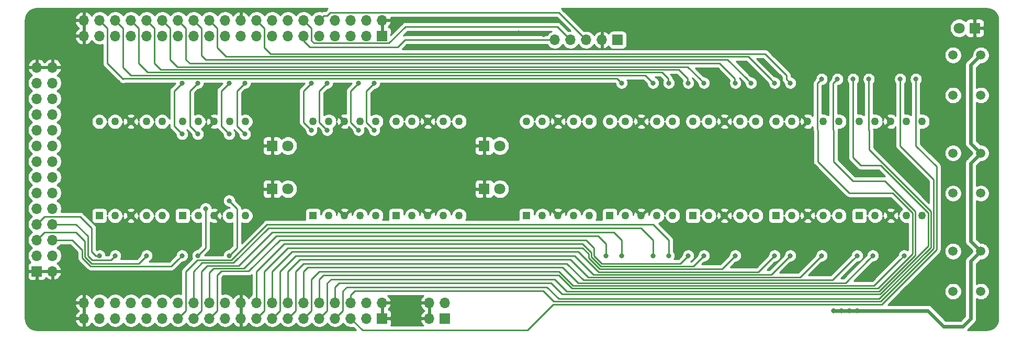
<source format=gbr>
%TF.GenerationSoftware,KiCad,Pcbnew,(5.1.9)-1*%
%TF.CreationDate,2021-02-03T14:21:07-06:00*%
%TF.ProjectId,GPS_Clock_Ver2,4750535f-436c-46f6-936b-5f566572322e,rev?*%
%TF.SameCoordinates,Original*%
%TF.FileFunction,Copper,L2,Bot*%
%TF.FilePolarity,Positive*%
%FSLAX46Y46*%
G04 Gerber Fmt 4.6, Leading zero omitted, Abs format (unit mm)*
G04 Created by KiCad (PCBNEW (5.1.9)-1) date 2021-02-03 14:21:07*
%MOMM*%
%LPD*%
G01*
G04 APERTURE LIST*
%TA.AperFunction,ComponentPad*%
%ADD10R,1.700000X1.700000*%
%TD*%
%TA.AperFunction,ComponentPad*%
%ADD11O,1.700000X1.700000*%
%TD*%
%TA.AperFunction,ComponentPad*%
%ADD12C,1.275000*%
%TD*%
%TA.AperFunction,ComponentPad*%
%ADD13R,1.275000X1.275000*%
%TD*%
%TA.AperFunction,ComponentPad*%
%ADD14C,1.800000*%
%TD*%
%TA.AperFunction,ComponentPad*%
%ADD15R,1.800000X1.800000*%
%TD*%
%TA.AperFunction,ComponentPad*%
%ADD16C,1.500000*%
%TD*%
%TA.AperFunction,ViaPad*%
%ADD17C,0.800000*%
%TD*%
%TA.AperFunction,Conductor*%
%ADD18C,0.250000*%
%TD*%
%TA.AperFunction,Conductor*%
%ADD19C,0.400000*%
%TD*%
%TA.AperFunction,Conductor*%
%ADD20C,0.600000*%
%TD*%
%TA.AperFunction,Conductor*%
%ADD21C,0.254000*%
%TD*%
%TA.AperFunction,Conductor*%
%ADD22C,0.100000*%
%TD*%
G04 APERTURE END LIST*
D10*
%TO.P,J3,1*%
%TO.N,GND*%
X110490000Y-92710000D03*
D11*
%TO.P,J3,2*%
X113030000Y-92710000D03*
%TO.P,J3,3*%
%TO.N,Net-(J3-Pad3)*%
X110490000Y-90170000D03*
%TO.P,J3,4*%
%TO.N,Net-(J3-Pad4)*%
X113030000Y-90170000D03*
%TO.P,J3,5*%
%TO.N,IO_74*%
X110490000Y-87630000D03*
%TO.P,J3,6*%
%TO.N,IO_75*%
X113030000Y-87630000D03*
%TO.P,J3,7*%
%TO.N,IO_76*%
X110490000Y-85090000D03*
%TO.P,J3,8*%
%TO.N,IO_77*%
X113030000Y-85090000D03*
%TO.P,J3,9*%
%TO.N,IO_78*%
X110490000Y-82550000D03*
%TO.P,J3,10*%
%TO.N,IO_79*%
X113030000Y-82550000D03*
%TO.P,J3,11*%
%TO.N,IO_80*%
X110490000Y-80010000D03*
%TO.P,J3,12*%
%TO.N,IO_81*%
X113030000Y-80010000D03*
%TO.P,J3,13*%
%TO.N,IO_84*%
X110490000Y-77470000D03*
%TO.P,J3,14*%
%TO.N,IO_85*%
X113030000Y-77470000D03*
%TO.P,J3,15*%
%TO.N,IO_86*%
X110490000Y-74930000D03*
%TO.P,J3,16*%
%TO.N,IO_87*%
X113030000Y-74930000D03*
%TO.P,J3,17*%
%TO.N,IO_88*%
X110490000Y-72390000D03*
%TO.P,J3,18*%
%TO.N,IO_89*%
X113030000Y-72390000D03*
%TO.P,J3,19*%
%TO.N,IO_90*%
X110490000Y-69850000D03*
%TO.P,J3,20*%
%TO.N,IO_91*%
X113030000Y-69850000D03*
%TO.P,J3,21*%
%TO.N,IO_92*%
X110490000Y-67310000D03*
%TO.P,J3,22*%
%TO.N,IO_94*%
X113030000Y-67310000D03*
%TO.P,J3,23*%
%TO.N,IO_95*%
X110490000Y-64770000D03*
%TO.P,J3,24*%
%TO.N,IO_97*%
X113030000Y-64770000D03*
%TO.P,J3,25*%
%TO.N,Net-(J3-Pad25)*%
X110490000Y-62230000D03*
%TO.P,J3,26*%
%TO.N,Net-(J3-Pad26)*%
X113030000Y-62230000D03*
%TO.P,J3,27*%
%TO.N,GND*%
X110490000Y-59690000D03*
%TO.P,J3,28*%
X113030000Y-59690000D03*
%TD*%
D12*
%TO.P,DS1,10*%
%TO.N,Net-(DS1-Pad10)*%
X120606001Y-68463001D03*
%TO.P,DS1,9*%
%TO.N,Net-(DS1-Pad9)*%
X123146001Y-68463001D03*
%TO.P,DS1,8*%
%TO.N,GND*%
X125686001Y-68463001D03*
%TO.P,DS1,7*%
%TO.N,Net-(DS1-Pad7)*%
X128226001Y-68463001D03*
%TO.P,DS1,6*%
%TO.N,Net-(DS1-Pad6)*%
X130766001Y-68463001D03*
%TO.P,DS1,5*%
%TO.N,Net-(DS1-Pad5)*%
X130766001Y-83703001D03*
%TO.P,DS1,4*%
%TO.N,Net-(DS1-Pad4)*%
X128226001Y-83703001D03*
%TO.P,DS1,3*%
%TO.N,GND*%
X125686001Y-83703001D03*
%TO.P,DS1,2*%
%TO.N,Net-(DS1-Pad2)*%
X123146001Y-83703001D03*
D13*
%TO.P,DS1,1*%
%TO.N,Net-(DS1-Pad1)*%
X120606001Y-83703001D03*
%TD*%
%TO.P,DS2,1*%
%TO.N,Net-(DS2-Pad1)*%
X134071001Y-83703001D03*
D12*
%TO.P,DS2,2*%
%TO.N,Net-(DS2-Pad2)*%
X136611001Y-83703001D03*
%TO.P,DS2,3*%
%TO.N,GND*%
X139151001Y-83703001D03*
%TO.P,DS2,4*%
%TO.N,Net-(DS2-Pad4)*%
X141691001Y-83703001D03*
%TO.P,DS2,5*%
%TO.N,Net-(DS2-Pad5)*%
X144231001Y-83703001D03*
%TO.P,DS2,6*%
%TO.N,Net-(DS2-Pad6)*%
X144231001Y-68463001D03*
%TO.P,DS2,7*%
%TO.N,Net-(DS2-Pad7)*%
X141691001Y-68463001D03*
%TO.P,DS2,8*%
%TO.N,GND*%
X139151001Y-68463001D03*
%TO.P,DS2,9*%
%TO.N,Net-(DS2-Pad9)*%
X136611001Y-68463001D03*
%TO.P,DS2,10*%
%TO.N,Net-(DS2-Pad10)*%
X134071001Y-68463001D03*
%TD*%
%TO.P,DS3,10*%
%TO.N,Net-(DS3-Pad10)*%
X155194000Y-68453000D03*
%TO.P,DS3,9*%
%TO.N,Net-(DS3-Pad9)*%
X157734000Y-68453000D03*
%TO.P,DS3,8*%
%TO.N,GND*%
X160274000Y-68453000D03*
%TO.P,DS3,7*%
%TO.N,Net-(DS3-Pad7)*%
X162814000Y-68453000D03*
%TO.P,DS3,6*%
%TO.N,Net-(DS3-Pad6)*%
X165354000Y-68453000D03*
%TO.P,DS3,5*%
%TO.N,Net-(DS3-Pad5)*%
X165354000Y-83693000D03*
%TO.P,DS3,4*%
%TO.N,Net-(DS3-Pad4)*%
X162814000Y-83693000D03*
%TO.P,DS3,3*%
%TO.N,GND*%
X160274000Y-83693000D03*
%TO.P,DS3,2*%
%TO.N,Net-(DS3-Pad2)*%
X157734000Y-83693000D03*
D13*
%TO.P,DS3,1*%
%TO.N,Net-(DS3-Pad1)*%
X155194000Y-83693000D03*
%TD*%
%TO.P,DS4,1*%
%TO.N,Net-(DS4-Pad1)*%
X168656000Y-83693000D03*
D12*
%TO.P,DS4,2*%
%TO.N,Net-(DS4-Pad2)*%
X171196000Y-83693000D03*
%TO.P,DS4,3*%
%TO.N,GND*%
X173736000Y-83693000D03*
%TO.P,DS4,4*%
%TO.N,Net-(DS4-Pad4)*%
X176276000Y-83693000D03*
%TO.P,DS4,5*%
%TO.N,Net-(DS4-Pad5)*%
X178816000Y-83693000D03*
%TO.P,DS4,6*%
%TO.N,Net-(DS4-Pad6)*%
X178816000Y-68453000D03*
%TO.P,DS4,7*%
%TO.N,Net-(DS4-Pad7)*%
X176276000Y-68453000D03*
%TO.P,DS4,8*%
%TO.N,GND*%
X173736000Y-68453000D03*
%TO.P,DS4,9*%
%TO.N,Net-(DS4-Pad9)*%
X171196000Y-68453000D03*
%TO.P,DS4,10*%
%TO.N,Net-(DS4-Pad10)*%
X168656000Y-68453000D03*
%TD*%
%TO.P,DS5,10*%
%TO.N,Net-(DS5-Pad10)*%
X189738000Y-68453000D03*
%TO.P,DS5,9*%
%TO.N,Net-(DS5-Pad9)*%
X192278000Y-68453000D03*
%TO.P,DS5,8*%
%TO.N,GND*%
X194818000Y-68453000D03*
%TO.P,DS5,7*%
%TO.N,Net-(DS5-Pad7)*%
X197358000Y-68453000D03*
%TO.P,DS5,6*%
%TO.N,Net-(DS5-Pad6)*%
X199898000Y-68453000D03*
%TO.P,DS5,5*%
%TO.N,Net-(DS5-Pad5)*%
X199898000Y-83693000D03*
%TO.P,DS5,4*%
%TO.N,Net-(DS5-Pad4)*%
X197358000Y-83693000D03*
%TO.P,DS5,3*%
%TO.N,GND*%
X194818000Y-83693000D03*
%TO.P,DS5,2*%
%TO.N,Net-(DS5-Pad2)*%
X192278000Y-83693000D03*
D13*
%TO.P,DS5,1*%
%TO.N,Net-(DS5-Pad1)*%
X189738000Y-83693000D03*
%TD*%
%TO.P,DS6,1*%
%TO.N,Net-(DS6-Pad1)*%
X203200000Y-83693000D03*
D12*
%TO.P,DS6,2*%
%TO.N,Net-(DS6-Pad2)*%
X205740000Y-83693000D03*
%TO.P,DS6,3*%
%TO.N,GND*%
X208280000Y-83693000D03*
%TO.P,DS6,4*%
%TO.N,Net-(DS6-Pad4)*%
X210820000Y-83693000D03*
%TO.P,DS6,5*%
%TO.N,Net-(DS6-Pad5)*%
X213360000Y-83693000D03*
%TO.P,DS6,6*%
%TO.N,Net-(DS6-Pad6)*%
X213360000Y-68453000D03*
%TO.P,DS6,7*%
%TO.N,Net-(DS6-Pad7)*%
X210820000Y-68453000D03*
%TO.P,DS6,8*%
%TO.N,GND*%
X208280000Y-68453000D03*
%TO.P,DS6,9*%
%TO.N,Net-(DS6-Pad9)*%
X205740000Y-68453000D03*
%TO.P,DS6,10*%
%TO.N,Net-(DS6-Pad10)*%
X203200000Y-68453000D03*
%TD*%
%TO.P,DS7,10*%
%TO.N,Net-(DS7-Pad10)*%
X216662000Y-68453000D03*
%TO.P,DS7,9*%
%TO.N,Net-(DS7-Pad9)*%
X219202000Y-68453000D03*
%TO.P,DS7,8*%
%TO.N,GND*%
X221742000Y-68453000D03*
%TO.P,DS7,7*%
%TO.N,Net-(DS7-Pad7)*%
X224282000Y-68453000D03*
%TO.P,DS7,6*%
%TO.N,Net-(DS7-Pad6)*%
X226822000Y-68453000D03*
%TO.P,DS7,5*%
%TO.N,Net-(DS7-Pad5)*%
X226822000Y-83693000D03*
%TO.P,DS7,4*%
%TO.N,Net-(DS7-Pad4)*%
X224282000Y-83693000D03*
%TO.P,DS7,3*%
%TO.N,GND*%
X221742000Y-83693000D03*
%TO.P,DS7,2*%
%TO.N,Net-(DS7-Pad2)*%
X219202000Y-83693000D03*
D13*
%TO.P,DS7,1*%
%TO.N,Net-(DS7-Pad1)*%
X216662000Y-83693000D03*
%TD*%
%TO.P,DS8,1*%
%TO.N,Net-(DS8-Pad1)*%
X230124000Y-83693000D03*
D12*
%TO.P,DS8,2*%
%TO.N,Net-(DS8-Pad2)*%
X232664000Y-83693000D03*
%TO.P,DS8,3*%
%TO.N,GND*%
X235204000Y-83693000D03*
%TO.P,DS8,4*%
%TO.N,Net-(DS8-Pad4)*%
X237744000Y-83693000D03*
%TO.P,DS8,5*%
%TO.N,Net-(DS8-Pad5)*%
X240284000Y-83693000D03*
%TO.P,DS8,6*%
%TO.N,Net-(DS8-Pad6)*%
X240284000Y-68453000D03*
%TO.P,DS8,7*%
%TO.N,Net-(DS8-Pad7)*%
X237744000Y-68453000D03*
%TO.P,DS8,8*%
%TO.N,GND*%
X235204000Y-68453000D03*
%TO.P,DS8,9*%
%TO.N,Net-(DS8-Pad9)*%
X232664000Y-68453000D03*
%TO.P,DS8,10*%
%TO.N,Net-(DS8-Pad10)*%
X230124000Y-68453000D03*
%TD*%
%TO.P,DS9,10*%
%TO.N,Net-(DS9-Pad10)*%
X243586000Y-68453000D03*
%TO.P,DS9,9*%
%TO.N,Net-(DS9-Pad9)*%
X246126000Y-68453000D03*
%TO.P,DS9,8*%
%TO.N,GND*%
X248666000Y-68453000D03*
%TO.P,DS9,7*%
%TO.N,Net-(DS9-Pad7)*%
X251206000Y-68453000D03*
%TO.P,DS9,6*%
%TO.N,Net-(DS9-Pad6)*%
X253746000Y-68453000D03*
%TO.P,DS9,5*%
%TO.N,Net-(DS9-Pad5)*%
X253746000Y-83693000D03*
%TO.P,DS9,4*%
%TO.N,Net-(DS9-Pad4)*%
X251206000Y-83693000D03*
%TO.P,DS9,3*%
%TO.N,GND*%
X248666000Y-83693000D03*
%TO.P,DS9,2*%
%TO.N,Net-(DS9-Pad2)*%
X246126000Y-83693000D03*
D13*
%TO.P,DS9,1*%
%TO.N,Net-(DS9-Pad1)*%
X243586000Y-83693000D03*
%TD*%
D10*
%TO.P,J1,1*%
%TO.N,5V*%
X176530000Y-100330000D03*
D11*
%TO.P,J1,2*%
X176530000Y-97790000D03*
%TO.P,J1,3*%
%TO.N,GND*%
X173990000Y-100330000D03*
%TO.P,J1,4*%
X173990000Y-97790000D03*
%TD*%
D10*
%TO.P,J2,1*%
%TO.N,GND*%
X166370000Y-54610000D03*
D11*
%TO.P,J2,2*%
X166370000Y-52070000D03*
%TO.P,J2,3*%
%TO.N,Net-(J2-Pad3)*%
X163830000Y-54610000D03*
%TO.P,J2,4*%
%TO.N,Net-(J2-Pad4)*%
X163830000Y-52070000D03*
%TO.P,J2,5*%
%TO.N,IO_7*%
X161290000Y-54610000D03*
%TO.P,J2,6*%
%TO.N,IO_8*%
X161290000Y-52070000D03*
%TO.P,J2,7*%
%TO.N,IO_5*%
X158750000Y-54610000D03*
%TO.P,J2,8*%
%TO.N,IO_6*%
X158750000Y-52070000D03*
%TO.P,J2,9*%
%TO.N,IO_3*%
X156210000Y-54610000D03*
%TO.P,J2,10*%
%TO.N,IO_4*%
X156210000Y-52070000D03*
%TO.P,J2,11*%
%TO.N,IO_141*%
X153670000Y-54610000D03*
%TO.P,J2,12*%
%TO.N,IO_140*%
X153670000Y-52070000D03*
%TO.P,J2,13*%
%TO.N,IO_139*%
X151130000Y-54610000D03*
%TO.P,J2,14*%
%TO.N,IO_138*%
X151130000Y-52070000D03*
%TO.P,J2,15*%
%TO.N,IO_137*%
X148590000Y-54610000D03*
%TO.P,J2,16*%
%TO.N,IO_134*%
X148590000Y-52070000D03*
%TO.P,J2,17*%
%TO.N,IO_129*%
X146050000Y-54610000D03*
%TO.P,J2,18*%
%TO.N,IO_128*%
X146050000Y-52070000D03*
%TO.P,J2,19*%
%TO.N,Net-(J2-Pad19)*%
X143510000Y-54610000D03*
%TO.P,J2,20*%
%TO.N,GND*%
X143510000Y-52070000D03*
%TO.P,J2,21*%
%TO.N,Net-(J2-Pad21)*%
X140970000Y-54610000D03*
%TO.P,J2,22*%
%TO.N,Net-(J2-Pad22)*%
X140970000Y-52070000D03*
%TO.P,J2,23*%
%TO.N,IO_127*%
X138430000Y-54610000D03*
%TO.P,J2,24*%
%TO.N,IO_126*%
X138430000Y-52070000D03*
%TO.P,J2,25*%
%TO.N,IO_125*%
X135890000Y-54610000D03*
%TO.P,J2,26*%
%TO.N,IO_124*%
X135890000Y-52070000D03*
%TO.P,J2,27*%
%TO.N,IO_123*%
X133350000Y-54610000D03*
%TO.P,J2,28*%
%TO.N,IO_117*%
X133350000Y-52070000D03*
%TO.P,J2,29*%
%TO.N,IO_116*%
X130810000Y-54610000D03*
%TO.P,J2,30*%
%TO.N,IO_114*%
X130810000Y-52070000D03*
%TO.P,J2,31*%
%TO.N,IO_112*%
X128270000Y-54610000D03*
%TO.P,J2,32*%
%TO.N,IO_106*%
X128270000Y-52070000D03*
%TO.P,J2,33*%
%TO.N,IO_105*%
X125730000Y-54610000D03*
%TO.P,J2,34*%
%TO.N,IO_103*%
X125730000Y-52070000D03*
%TO.P,J2,35*%
%TO.N,IO_101*%
X123190000Y-54610000D03*
%TO.P,J2,36*%
%TO.N,IO_100*%
X123190000Y-52070000D03*
%TO.P,J2,37*%
%TO.N,IO_99*%
X120650000Y-54610000D03*
%TO.P,J2,38*%
%TO.N,IO_98*%
X120650000Y-52070000D03*
%TO.P,J2,39*%
%TO.N,GND*%
X118110000Y-54610000D03*
%TO.P,J2,40*%
X118110000Y-52070000D03*
%TD*%
%TO.P,J4,40*%
%TO.N,GND*%
X118110000Y-97790000D03*
%TO.P,J4,39*%
X118110000Y-100330000D03*
%TO.P,J4,38*%
%TO.N,IO_70*%
X120650000Y-97790000D03*
%TO.P,J4,37*%
%TO.N,IO_69*%
X120650000Y-100330000D03*
%TO.P,J4,36*%
%TO.N,IO_68*%
X123190000Y-97790000D03*
%TO.P,J4,35*%
%TO.N,IO_67*%
X123190000Y-100330000D03*
%TO.P,J4,34*%
%TO.N,IO_65*%
X125730000Y-97790000D03*
%TO.P,J4,33*%
%TO.N,IO_63*%
X125730000Y-100330000D03*
%TO.P,J4,32*%
%TO.N,IO_62*%
X128270000Y-97790000D03*
%TO.P,J4,31*%
%TO.N,IO_61*%
X128270000Y-100330000D03*
%TO.P,J4,30*%
%TO.N,IO_60*%
X130810000Y-97790000D03*
%TO.P,J4,29*%
%TO.N,IO_59*%
X130810000Y-100330000D03*
%TO.P,J4,28*%
%TO.N,IO_55*%
X133350000Y-97790000D03*
%TO.P,J4,27*%
%TO.N,IO_54*%
X133350000Y-100330000D03*
%TO.P,J4,26*%
%TO.N,IO_53*%
X135890000Y-97790000D03*
%TO.P,J4,25*%
%TO.N,IO_52*%
X135890000Y-100330000D03*
%TO.P,J4,24*%
%TO.N,IO_51*%
X138430000Y-97790000D03*
%TO.P,J4,23*%
%TO.N,IO_50*%
X138430000Y-100330000D03*
%TO.P,J4,22*%
%TO.N,Net-(J4-Pad22)*%
X140970000Y-97790000D03*
%TO.P,J4,21*%
%TO.N,Net-(J4-Pad21)*%
X140970000Y-100330000D03*
%TO.P,J4,20*%
%TO.N,GND*%
X143510000Y-97790000D03*
%TO.P,J4,19*%
X143510000Y-100330000D03*
%TO.P,J4,18*%
%TO.N,IO_49*%
X146050000Y-97790000D03*
%TO.P,J4,17*%
%TO.N,IO_48*%
X146050000Y-100330000D03*
%TO.P,J4,16*%
%TO.N,IO_47*%
X148590000Y-97790000D03*
%TO.P,J4,15*%
%TO.N,IO_46*%
X148590000Y-100330000D03*
%TO.P,J4,14*%
%TO.N,IO_44*%
X151130000Y-97790000D03*
%TO.P,J4,13*%
%TO.N,IO_42*%
X151130000Y-100330000D03*
%TO.P,J4,12*%
%TO.N,IO_41*%
X153670000Y-97790000D03*
%TO.P,J4,11*%
%TO.N,IO_40*%
X153670000Y-100330000D03*
%TO.P,J4,10*%
%TO.N,IO_39*%
X156210000Y-97790000D03*
%TO.P,J4,9*%
%TO.N,IO_33*%
X156210000Y-100330000D03*
%TO.P,J4,8*%
%TO.N,IO_32*%
X158750000Y-97790000D03*
%TO.P,J4,7*%
%TO.N,IO_31*%
X158750000Y-100330000D03*
%TO.P,J4,6*%
%TO.N,IO_28*%
X161290000Y-97790000D03*
%TO.P,J4,5*%
%TO.N,IO_27*%
X161290000Y-100330000D03*
%TO.P,J4,4*%
%TO.N,3.3V*%
X163830000Y-97790000D03*
%TO.P,J4,3*%
X163830000Y-100330000D03*
%TO.P,J4,2*%
%TO.N,GND*%
X166370000Y-97790000D03*
D10*
%TO.P,J4,1*%
X166370000Y-100330000D03*
%TD*%
D14*
%TO.P,D1,2*%
%TO.N,Net-(D1-Pad2)*%
X151130000Y-72390000D03*
D15*
%TO.P,D1,1*%
%TO.N,GND*%
X148590000Y-72390000D03*
%TD*%
%TO.P,D2,1*%
%TO.N,GND*%
X148590000Y-79375000D03*
D14*
%TO.P,D2,2*%
%TO.N,Net-(D2-Pad2)*%
X151130000Y-79375000D03*
%TD*%
%TO.P,D3,2*%
%TO.N,Net-(D3-Pad2)*%
X185420000Y-72390000D03*
D15*
%TO.P,D3,1*%
%TO.N,GND*%
X182880000Y-72390000D03*
%TD*%
%TO.P,D4,1*%
%TO.N,GND*%
X182880000Y-79375000D03*
D14*
%TO.P,D4,2*%
%TO.N,Net-(D4-Pad2)*%
X185420000Y-79375000D03*
%TD*%
D10*
%TO.P,J5,1*%
%TO.N,5V*%
X204470000Y-55245000D03*
D11*
%TO.P,J5,2*%
%TO.N,GND*%
X201930000Y-55245000D03*
%TO.P,J5,3*%
%TO.N,IO_4*%
X199390000Y-55245000D03*
%TO.P,J5,4*%
%TO.N,IO_140*%
X196850000Y-55245000D03*
%TO.P,J5,5*%
%TO.N,IO_141*%
X194310000Y-55245000D03*
%TD*%
D16*
%TO.P,S1,4*%
%TO.N,3.3V*%
X263235000Y-57710000D03*
%TO.P,S1,3*%
%TO.N,Net-(S1-Pad3)*%
X263235000Y-64210000D03*
%TO.P,S1,2*%
%TO.N,Net-(S1-Pad2)*%
X258735000Y-57710000D03*
%TO.P,S1,1*%
%TO.N,IO_139*%
X258735000Y-64210000D03*
%TD*%
%TO.P,S2,1*%
%TO.N,IO_134*%
X258735000Y-80085000D03*
%TO.P,S2,2*%
%TO.N,Net-(S2-Pad2)*%
X258735000Y-73585000D03*
%TO.P,S2,3*%
%TO.N,Net-(S2-Pad3)*%
X263235000Y-80085000D03*
%TO.P,S2,4*%
%TO.N,3.3V*%
X263235000Y-73585000D03*
%TD*%
%TO.P,S3,4*%
%TO.N,3.3V*%
X263235000Y-89460000D03*
%TO.P,S3,3*%
%TO.N,Net-(S3-Pad3)*%
X263235000Y-95960000D03*
%TO.P,S3,2*%
%TO.N,Net-(S3-Pad2)*%
X258735000Y-89460000D03*
%TO.P,S3,1*%
%TO.N,IO_137*%
X258735000Y-95960000D03*
%TD*%
D15*
%TO.P,D5,1*%
%TO.N,GND*%
X262255000Y-53340000D03*
D14*
%TO.P,D5,2*%
%TO.N,Net-(D5-Pad2)*%
X259715000Y-53340000D03*
%TD*%
D17*
%TO.N,IO_74*%
X128270000Y-90170000D03*
%TO.N,IO_75*%
X133985000Y-90170000D03*
%TO.N,IO_76*%
X120650000Y-90170000D03*
%TO.N,IO_77*%
X123190000Y-90170000D03*
%TO.N,IO_78*%
X141605000Y-90170000D03*
X141605000Y-81280000D03*
%TO.N,IO_79*%
X136525000Y-90170000D03*
X137795000Y-82550000D03*
%TO.N,IO_80*%
X165100000Y-62230000D03*
X165100000Y-69850000D03*
%TO.N,IO_84*%
X157480000Y-62230000D03*
X157480000Y-69850000D03*
%TO.N,IO_85*%
X162560000Y-62230000D03*
X162560000Y-69850000D03*
%TO.N,IO_87*%
X154940000Y-62230000D03*
X154940000Y-69850000D03*
%TO.N,IO_88*%
X141605000Y-62230000D03*
X141605000Y-70485000D03*
%TO.N,IO_89*%
X144145000Y-62230000D03*
X144145000Y-70485000D03*
%TO.N,IO_90*%
X133985000Y-62230000D03*
X133985000Y-70485000D03*
%TO.N,IO_91*%
X136525000Y-62230000D03*
X136525000Y-70485000D03*
%TO.N,IO_54*%
X212725000Y-90170000D03*
%TO.N,IO_53*%
X210185000Y-90170000D03*
%TO.N,IO_52*%
X205105000Y-90170000D03*
%TO.N,IO_51*%
X202565000Y-90170000D03*
%TO.N,IO_50*%
X215900000Y-90170000D03*
%TO.N,IO_49*%
X218440000Y-90170000D03*
%TO.N,IO_48*%
X223520000Y-90170000D03*
%TO.N,IO_47*%
X229870000Y-90170000D03*
%TO.N,IO_46*%
X232410000Y-90170000D03*
%TO.N,IO_44*%
X237490000Y-90170000D03*
%TO.N,IO_42*%
X243205000Y-90170000D03*
%TO.N,IO_41*%
X245745000Y-90170000D03*
%TO.N,IO_40*%
X250825000Y-90170000D03*
%TO.N,IO_39*%
X237490000Y-61595000D03*
%TO.N,IO_33*%
X240030000Y-61595000D03*
%TO.N,IO_32*%
X242570000Y-61595000D03*
%TO.N,IO_31*%
X245110000Y-61595000D03*
%TO.N,IO_28*%
X250190000Y-61595000D03*
%TO.N,IO_27*%
X252730000Y-61595000D03*
%TO.N,IO_126*%
X229870000Y-62230000D03*
%TO.N,IO_124*%
X226060000Y-62230000D03*
%TO.N,IO_117*%
X223520000Y-62230000D03*
%TO.N,IO_114*%
X218440000Y-62230000D03*
%TO.N,IO_106*%
X215900000Y-62230000D03*
%TO.N,IO_103*%
X212725000Y-62230000D03*
%TO.N,IO_100*%
X210185000Y-62230000D03*
%TO.N,IO_98*%
X205105000Y-62230000D03*
%TO.N,IO_128*%
X232410000Y-62230000D03*
%TO.N,GND*%
X192532000Y-54356000D03*
X188468000Y-54102000D03*
%TO.N,3.3V*%
X239395000Y-99060000D03*
X240665000Y-99060000D03*
X241935000Y-99060000D03*
X243205000Y-99060000D03*
%TD*%
D18*
%TO.N,IO_74*%
X127635000Y-90805000D02*
X128270000Y-90170000D01*
X127000000Y-91440000D02*
X127635000Y-90805000D01*
X119378590Y-91440000D02*
X127000000Y-91440000D01*
X118294991Y-90356401D02*
X119378590Y-91440000D01*
X118294990Y-87814990D02*
X118294991Y-90356401D01*
X116840000Y-86360000D02*
X118294990Y-87814990D01*
X111760000Y-86360000D02*
X116840000Y-86360000D01*
X110490000Y-87630000D02*
X111760000Y-86360000D01*
%TO.N,IO_75*%
X113030000Y-87630000D02*
X116205000Y-87630000D01*
X119192190Y-91890010D02*
X132264990Y-91890010D01*
X117844982Y-90542802D02*
X119192190Y-91890010D01*
X117844982Y-89269982D02*
X117844982Y-90542802D01*
X116205000Y-87630000D02*
X117844982Y-89269982D01*
X133350000Y-90805000D02*
X133985000Y-90170000D01*
X132264990Y-91890010D02*
X133350000Y-90805000D01*
%TO.N,IO_76*%
X110490000Y-85090000D02*
X111760000Y-83820000D01*
X111760000Y-83820000D02*
X117475000Y-83820000D01*
X117475000Y-83820000D02*
X119380000Y-85725000D01*
X119380000Y-85725000D02*
X119380000Y-89535000D01*
X119380000Y-89535000D02*
X120015000Y-90170000D01*
X120015000Y-90170000D02*
X120650000Y-90170000D01*
%TO.N,IO_77*%
X113030000Y-85090000D02*
X116840000Y-85090000D01*
X116840000Y-85090000D02*
X118745000Y-86995000D01*
X118745000Y-86995000D02*
X118745000Y-90170000D01*
X119470001Y-90895001D02*
X122464999Y-90895001D01*
X118745000Y-90170000D02*
X119470001Y-90895001D01*
X122464999Y-90895001D02*
X123190000Y-90170000D01*
%TO.N,IO_78*%
X141605000Y-90170000D02*
X142875000Y-88900000D01*
X142875000Y-82550000D02*
X141605000Y-81280000D01*
X142875000Y-88900000D02*
X142875000Y-82550000D01*
%TO.N,IO_79*%
X136525000Y-90170000D02*
X137795000Y-88900000D01*
X137795000Y-88900000D02*
X137795000Y-82550000D01*
%TO.N,IO_80*%
X165100000Y-62230000D02*
X163830000Y-63500000D01*
X163830000Y-68580000D02*
X165100000Y-69850000D01*
X163830000Y-63500000D02*
X163830000Y-68580000D01*
%TO.N,IO_84*%
X157480000Y-62230000D02*
X156210000Y-63500000D01*
X156210000Y-68580000D02*
X157480000Y-69850000D01*
X156210000Y-63500000D02*
X156210000Y-68580000D01*
%TO.N,IO_85*%
X162560000Y-62230000D02*
X161290000Y-63500000D01*
X161290000Y-68580000D02*
X162560000Y-69850000D01*
X161290000Y-63500000D02*
X161290000Y-68580000D01*
%TO.N,IO_87*%
X153670000Y-68580000D02*
X154940000Y-69850000D01*
X153670000Y-63500000D02*
X153670000Y-68580000D01*
X154940000Y-62230000D02*
X153670000Y-63500000D01*
%TO.N,IO_88*%
X140335000Y-63500000D02*
X141605000Y-62230000D01*
X140335000Y-69215000D02*
X140335000Y-63500000D01*
X141605000Y-70485000D02*
X140335000Y-69215000D01*
%TO.N,IO_89*%
X142875000Y-63500000D02*
X144145000Y-62230000D01*
X142875000Y-69215000D02*
X142875000Y-63500000D01*
X144145000Y-70485000D02*
X142875000Y-69215000D01*
%TO.N,IO_90*%
X132715000Y-63500000D02*
X133985000Y-62230000D01*
X132715000Y-69215000D02*
X132715000Y-63500000D01*
X133985000Y-70485000D02*
X132715000Y-69215000D01*
%TO.N,IO_91*%
X135255000Y-63500000D02*
X136525000Y-62230000D01*
X135255000Y-69215000D02*
X135255000Y-63500000D01*
X136525000Y-70485000D02*
X135255000Y-69215000D01*
%TO.N,IO_54*%
X212725000Y-87630000D02*
X212725000Y-88900000D01*
X210185000Y-85090000D02*
X212725000Y-87630000D01*
X212725000Y-88900000D02*
X212725000Y-90170000D01*
X141953001Y-90895001D02*
X147758002Y-85090000D01*
X147758002Y-85090000D02*
X210185000Y-85090000D01*
X136434999Y-90895001D02*
X141953001Y-90895001D01*
X134620000Y-92710000D02*
X136434999Y-90895001D01*
X134620000Y-99060000D02*
X134620000Y-92710000D01*
X133350000Y-100330000D02*
X134620000Y-99060000D01*
%TO.N,IO_53*%
X210185000Y-88900000D02*
X210185000Y-90170000D01*
X208280000Y-85725000D02*
X210185000Y-87630000D01*
X210185000Y-87630000D02*
X210185000Y-88900000D01*
X137254989Y-91345011D02*
X142334989Y-91345011D01*
X147955000Y-85725000D02*
X208280000Y-85725000D01*
X142334989Y-91345011D02*
X147955000Y-85725000D01*
X135890000Y-92710000D02*
X137254989Y-91345011D01*
X135890000Y-97790000D02*
X135890000Y-92710000D01*
%TO.N,IO_52*%
X205105000Y-88900000D02*
X205105000Y-90170000D01*
X148590000Y-86360000D02*
X203835000Y-86360000D01*
X143154979Y-91795021D02*
X148590000Y-86360000D01*
X205105000Y-87630000D02*
X205105000Y-88900000D01*
X138074979Y-91795021D02*
X143154979Y-91795021D01*
X137160000Y-92710000D02*
X138074979Y-91795021D01*
X137160000Y-99060000D02*
X137160000Y-92710000D01*
X203835000Y-86360000D02*
X205105000Y-87630000D01*
X135890000Y-100330000D02*
X137160000Y-99060000D01*
%TO.N,IO_51*%
X138430000Y-97790000D02*
X138430000Y-92880031D01*
X138430000Y-92880031D02*
X139065000Y-92245031D01*
X139065000Y-92245031D02*
X143974969Y-92245031D01*
X143974969Y-92245031D02*
X149225000Y-86995000D01*
X149225000Y-86995000D02*
X201295000Y-86995000D01*
X201295000Y-86995000D02*
X202565000Y-88265000D01*
X202565000Y-88265000D02*
X202565000Y-88900000D01*
X202565000Y-88900000D02*
X202565000Y-90170000D01*
%TO.N,IO_50*%
X215265000Y-90805000D02*
X215900000Y-90170000D01*
X200660000Y-90170000D02*
X201930000Y-91440000D01*
X149860000Y-87630000D02*
X199390000Y-87630000D01*
X200660000Y-88900000D02*
X200660000Y-90170000D01*
X144794959Y-92695041D02*
X149860000Y-87630000D01*
X139700000Y-93345000D02*
X140349959Y-92695041D01*
X201930000Y-91440000D02*
X214630000Y-91440000D01*
X140349959Y-92695041D02*
X144794959Y-92695041D01*
X139700000Y-99060000D02*
X139700000Y-93345000D01*
X214630000Y-91440000D02*
X215265000Y-90805000D01*
X199390000Y-87630000D02*
X200660000Y-88900000D01*
X138430000Y-100330000D02*
X139700000Y-99060000D01*
%TO.N,IO_49*%
X217805000Y-90805000D02*
X218440000Y-90170000D01*
X201743600Y-91890010D02*
X216719990Y-91890010D01*
X200209991Y-90356401D02*
X201743600Y-91890010D01*
X216719990Y-91890010D02*
X217805000Y-90805000D01*
X200209990Y-89719990D02*
X200209991Y-90356401D01*
X150495000Y-88265000D02*
X198755000Y-88265000D01*
X146050000Y-92710000D02*
X150495000Y-88265000D01*
X198755000Y-88265000D02*
X200209990Y-89719990D01*
X146050000Y-97790000D02*
X146050000Y-92710000D01*
%TO.N,IO_48*%
X221349980Y-92340020D02*
X222885000Y-90805000D01*
X201557200Y-92340020D02*
X221349980Y-92340020D01*
X199759982Y-90542802D02*
X201557200Y-92340020D01*
X199759982Y-89906392D02*
X199759982Y-90542802D01*
X222885000Y-90805000D02*
X223520000Y-90170000D01*
X151130000Y-88900000D02*
X198753590Y-88900000D01*
X147320000Y-92710000D02*
X151130000Y-88900000D01*
X198753590Y-88900000D02*
X199759982Y-89906392D01*
X147320000Y-99060000D02*
X147320000Y-92710000D01*
X146050000Y-100330000D02*
X147320000Y-99060000D01*
%TO.N,IO_47*%
X229235000Y-90805000D02*
X229870000Y-90170000D01*
X227249970Y-92790030D02*
X229235000Y-90805000D01*
X201370800Y-92790030D02*
X227249970Y-92790030D01*
X199309973Y-90729203D02*
X201370800Y-92790030D01*
X199309972Y-90724972D02*
X199309973Y-90729203D01*
X198120000Y-89535000D02*
X199309972Y-90724972D01*
X151765000Y-89535000D02*
X198120000Y-89535000D01*
X148590000Y-92710000D02*
X151765000Y-89535000D01*
X148590000Y-97790000D02*
X148590000Y-92710000D01*
%TO.N,IO_46*%
X148590000Y-100330000D02*
X149860000Y-99060000D01*
X149860000Y-99060000D02*
X149860000Y-92710000D01*
X149860000Y-92710000D02*
X152400000Y-90170000D01*
X152400000Y-90170000D02*
X197485000Y-90170000D01*
X200555039Y-93240039D02*
X229339961Y-93240039D01*
X197485000Y-90170000D02*
X200555039Y-93240039D01*
X229339961Y-93240039D02*
X231775000Y-90805000D01*
X231775000Y-90805000D02*
X232410000Y-90170000D01*
%TO.N,IO_44*%
X236855000Y-90805000D02*
X237490000Y-90170000D01*
X233969952Y-93690048D02*
X236855000Y-90805000D01*
X196850000Y-90805000D02*
X199735048Y-93690048D01*
X199735048Y-93690048D02*
X233969952Y-93690048D01*
X153035000Y-90805000D02*
X196850000Y-90805000D01*
X151130000Y-92710000D02*
X153035000Y-90805000D01*
X151130000Y-97790000D02*
X151130000Y-92710000D01*
%TO.N,IO_42*%
X151130000Y-100330000D02*
X152400000Y-99060000D01*
X152400000Y-99060000D02*
X152400000Y-92710000D01*
X152400000Y-92710000D02*
X153670000Y-91440000D01*
X153670000Y-91440000D02*
X196215000Y-91440000D01*
X198915058Y-94140058D02*
X239234942Y-94140058D01*
X196215000Y-91440000D02*
X198915058Y-94140058D01*
X239234942Y-94140058D02*
X242570000Y-90805000D01*
X242570000Y-90805000D02*
X243205000Y-90170000D01*
%TO.N,IO_41*%
X245110000Y-90805000D02*
X245745000Y-90170000D01*
X241324933Y-94590067D02*
X245110000Y-90805000D01*
X195580000Y-92075000D02*
X198095067Y-94590067D01*
X154305000Y-92075000D02*
X195580000Y-92075000D01*
X198095067Y-94590067D02*
X241324933Y-94590067D01*
X153670000Y-92710000D02*
X154305000Y-92075000D01*
X153670000Y-97790000D02*
X153670000Y-92710000D01*
%TO.N,IO_40*%
X250190000Y-90805000D02*
X250825000Y-90170000D01*
X197275077Y-95040077D02*
X245954923Y-95040077D01*
X194945000Y-92710000D02*
X197275077Y-95040077D01*
X245954923Y-95040077D02*
X250190000Y-90805000D01*
X156210000Y-92710000D02*
X194945000Y-92710000D01*
X154940000Y-93980000D02*
X156210000Y-92710000D01*
X154940000Y-99060000D02*
X154940000Y-93980000D01*
X153670000Y-100330000D02*
X154940000Y-99060000D01*
%TO.N,IO_39*%
X236781499Y-62303501D02*
X236781499Y-69776499D01*
X237490000Y-61595000D02*
X236781499Y-62303501D01*
X241935000Y-80010000D02*
X236855000Y-74930000D01*
X248947502Y-80010000D02*
X241935000Y-80010000D01*
X197088677Y-95490087D02*
X246577915Y-95490087D01*
X252168501Y-89899501D02*
X252168501Y-83230999D01*
X246577915Y-95490087D02*
X252168501Y-89899501D01*
X194943590Y-93345000D02*
X197088677Y-95490087D01*
X252168501Y-83230999D02*
X248947502Y-80010000D01*
X156845000Y-93345000D02*
X194943590Y-93345000D01*
X156210000Y-93980000D02*
X156845000Y-93345000D01*
X156210000Y-97790000D02*
X156210000Y-93980000D01*
X236855000Y-69850000D02*
X236781499Y-69776499D01*
X236855000Y-74930000D02*
X236855000Y-69850000D01*
%TO.N,IO_33*%
X239321499Y-62303501D02*
X239321499Y-69776499D01*
X240030000Y-61595000D02*
X239321499Y-62303501D01*
X252618510Y-83044598D02*
X247678912Y-78105000D01*
X252618511Y-90085901D02*
X252618510Y-83044598D01*
X246764316Y-95940096D02*
X252618511Y-90085901D01*
X196270097Y-95940097D02*
X246764316Y-95940096D01*
X247678912Y-78105000D02*
X242570000Y-78105000D01*
X194310000Y-93980000D02*
X196270097Y-95940097D01*
X242570000Y-78105000D02*
X239395000Y-74930000D01*
X158115000Y-93980000D02*
X194310000Y-93980000D01*
X157480000Y-94615000D02*
X158115000Y-93980000D01*
X157480000Y-99060000D02*
X157480000Y-94615000D01*
X156210000Y-100330000D02*
X157480000Y-99060000D01*
X239395000Y-74930000D02*
X239395000Y-69850000D01*
X239395000Y-69850000D02*
X239321499Y-69776499D01*
%TO.N,IO_32*%
X158750000Y-97790000D02*
X158750000Y-95250000D01*
X158750000Y-95250000D02*
X159385000Y-94615000D01*
X159385000Y-94615000D02*
X193675000Y-94615000D01*
X254708501Y-83230999D02*
X247042502Y-75565000D01*
X254708501Y-88632321D02*
X254708501Y-83230999D01*
X246950717Y-96390105D02*
X254708501Y-88632321D01*
X195450106Y-96390106D02*
X246950717Y-96390105D01*
X193675000Y-94615000D02*
X195450106Y-96390106D01*
X247042502Y-75565000D02*
X243840000Y-75565000D01*
X243840000Y-75565000D02*
X242570000Y-74295000D01*
X242570000Y-61595000D02*
X242570000Y-69850000D01*
X242570000Y-74295000D02*
X242570000Y-69850000D01*
%TO.N,IO_31*%
X245138912Y-73025000D02*
X245138912Y-69878912D01*
X255158511Y-88818721D02*
X255158510Y-83044598D01*
X245110000Y-69850000D02*
X245110000Y-61595000D01*
X246822232Y-97155000D02*
X255158511Y-88818721D01*
X160655000Y-95250000D02*
X193040000Y-95250000D01*
X194945000Y-97155000D02*
X246822232Y-97155000D01*
X160020000Y-95885000D02*
X160655000Y-95250000D01*
X245138912Y-69878912D02*
X245110000Y-69850000D01*
X255158510Y-83044598D02*
X245138912Y-73025000D01*
X193040000Y-95250000D02*
X194945000Y-97155000D01*
X160020000Y-99060000D02*
X160020000Y-95885000D01*
X158750000Y-100330000D02*
X160020000Y-99060000D01*
%TO.N,IO_28*%
X250190000Y-72390000D02*
X250190000Y-69850000D01*
X255608520Y-77808520D02*
X250190000Y-72390000D01*
X250190000Y-69850000D02*
X250190000Y-61595000D01*
X255608520Y-89005120D02*
X255608520Y-77808520D01*
X247008633Y-97605009D02*
X255608520Y-89005120D01*
X194125009Y-97605009D02*
X247008633Y-97605009D01*
X192405000Y-95885000D02*
X194125009Y-97605009D01*
X161925000Y-95885000D02*
X192405000Y-95885000D01*
X161290000Y-96520000D02*
X161925000Y-95885000D01*
X161290000Y-97790000D02*
X161290000Y-96520000D01*
%TO.N,IO_27*%
X161290000Y-100330000D02*
X163195000Y-102235000D01*
X189865000Y-102235000D02*
X190754000Y-101346000D01*
X163195000Y-102235000D02*
X189865000Y-102235000D01*
X190500000Y-101600000D02*
X190754000Y-101346000D01*
X256058530Y-89191523D02*
X256058528Y-89191523D01*
X256058530Y-75718530D02*
X256058530Y-89191523D01*
X252730000Y-72390000D02*
X256058530Y-75718530D01*
X252730000Y-61595000D02*
X252730000Y-72390000D01*
X194044981Y-98055019D02*
X190754000Y-101346000D01*
X247195033Y-98055019D02*
X194044981Y-98055019D01*
X256058530Y-89191522D02*
X247195033Y-98055019D01*
X256058530Y-89191523D02*
X256058530Y-89191522D01*
%TO.N,IO_141*%
X194310000Y-55245000D02*
X170053000Y-55245000D01*
X170053000Y-55245000D02*
X168910000Y-56388000D01*
X168910000Y-56388000D02*
X154686000Y-56388000D01*
X153670000Y-55372000D02*
X153670000Y-54610000D01*
X154686000Y-56388000D02*
X153670000Y-55372000D01*
%TO.N,IO_126*%
X138430000Y-52070000D02*
X139700000Y-53340000D01*
X139700000Y-53340000D02*
X139700000Y-56515000D01*
X139700000Y-56515000D02*
X141154990Y-57969990D01*
X141154990Y-57969990D02*
X225609990Y-57969990D01*
X225609990Y-57969990D02*
X229235000Y-61595000D01*
X229235000Y-61595000D02*
X229870000Y-62230000D01*
%TO.N,IO_124*%
X137795000Y-58420000D02*
X222250000Y-58420000D01*
X222250000Y-58420000D02*
X225425000Y-61595000D01*
X137160000Y-57785000D02*
X137795000Y-58420000D01*
X137160000Y-53340000D02*
X137160000Y-57785000D01*
X225425000Y-61595000D02*
X226060000Y-62230000D01*
X135890000Y-52070000D02*
X137160000Y-53340000D01*
%TO.N,IO_117*%
X223429999Y-62139999D02*
X223520000Y-62230000D01*
X223429999Y-61504999D02*
X223429999Y-62139999D01*
X135255000Y-59055000D02*
X220980000Y-59055000D01*
X134620000Y-58420000D02*
X135255000Y-59055000D01*
X220980000Y-59055000D02*
X223429999Y-61504999D01*
X134620000Y-53340000D02*
X134620000Y-58420000D01*
X133350000Y-52070000D02*
X134620000Y-53340000D01*
%TO.N,IO_114*%
X217805000Y-61595000D02*
X218440000Y-62230000D01*
X215819970Y-59609970D02*
X217805000Y-61595000D01*
X133269970Y-59609970D02*
X215819970Y-59609970D01*
X132080000Y-58420000D02*
X133269970Y-59609970D01*
X132080000Y-53340000D02*
X132080000Y-58420000D01*
X130810000Y-52070000D02*
X132080000Y-53340000D01*
%TO.N,IO_106*%
X215809999Y-61504999D02*
X215809999Y-62139999D01*
X215809999Y-62139999D02*
X215900000Y-62230000D01*
X214364980Y-60059980D02*
X215809999Y-61504999D01*
X130544980Y-60059980D02*
X214364980Y-60059980D01*
X129540000Y-59055000D02*
X130544980Y-60059980D01*
X129540000Y-53340000D02*
X129540000Y-59055000D01*
X128270000Y-52070000D02*
X129540000Y-53340000D01*
%TO.N,IO_103*%
X212634999Y-61504999D02*
X212634999Y-62139999D01*
X211639990Y-60509990D02*
X212634999Y-61504999D01*
X128454990Y-60509990D02*
X211639990Y-60509990D01*
X127000000Y-59055000D02*
X128454990Y-60509990D01*
X127000000Y-53340000D02*
X127000000Y-59055000D01*
X212634999Y-62139999D02*
X212725000Y-62230000D01*
X125730000Y-52070000D02*
X127000000Y-53340000D01*
%TO.N,IO_100*%
X123190000Y-52070000D02*
X124460000Y-53340000D01*
X124460000Y-53340000D02*
X124460000Y-59690000D01*
X124460000Y-59690000D02*
X125730000Y-60960000D01*
X125730000Y-60960000D02*
X208915000Y-60960000D01*
X208915000Y-60960000D02*
X209550000Y-61595000D01*
X209550000Y-61595000D02*
X210185000Y-62230000D01*
%TO.N,IO_98*%
X120650000Y-52070000D02*
X121920000Y-53340000D01*
X121920000Y-53340000D02*
X121920000Y-59055000D01*
X121920000Y-59055000D02*
X124460000Y-61595000D01*
X124550001Y-61504999D02*
X204379999Y-61504999D01*
X124460000Y-61595000D02*
X124550001Y-61504999D01*
X204379999Y-61504999D02*
X205105000Y-62230000D01*
%TO.N,IO_4*%
X199390000Y-55245000D02*
X194945000Y-50800000D01*
X194945000Y-50800000D02*
X157988000Y-50800000D01*
X157988000Y-50800000D02*
X157480000Y-51308000D01*
X156972000Y-51308000D02*
X156210000Y-52070000D01*
X157480000Y-51308000D02*
X156972000Y-51308000D01*
%TO.N,IO_140*%
X196850000Y-55245000D02*
X194691000Y-53086000D01*
X167480001Y-55785001D02*
X155353001Y-55785001D01*
X170179002Y-53086000D02*
X167480001Y-55785001D01*
X194691000Y-53086000D02*
X170179002Y-53086000D01*
X155353001Y-55785001D02*
X154940000Y-55372000D01*
X154940000Y-55372000D02*
X154940000Y-53340000D01*
X154940000Y-53340000D02*
X153670000Y-52070000D01*
%TO.N,IO_128*%
X231775000Y-61595000D02*
X232410000Y-62230000D01*
X231775000Y-60960000D02*
X231775000Y-61595000D01*
X148324980Y-57519980D02*
X228334980Y-57519980D01*
X228334980Y-57519980D02*
X231775000Y-60960000D01*
X147320000Y-56515000D02*
X148324980Y-57519980D01*
X147320000Y-53340000D02*
X147320000Y-56515000D01*
X146050000Y-52070000D02*
X147320000Y-53340000D01*
D19*
%TO.N,GND*%
X188722000Y-54356000D02*
X188468000Y-54102000D01*
X192532000Y-54356000D02*
X188722000Y-54356000D01*
D20*
%TO.N,3.3V*%
X239395000Y-99060000D02*
X240665000Y-99060000D01*
X240665000Y-99060000D02*
X241935000Y-99060000D01*
X241935000Y-99060000D02*
X243205000Y-99060000D01*
X243205000Y-99060000D02*
X254635000Y-99060000D01*
X254635000Y-99060000D02*
X257175000Y-101600000D01*
X257175000Y-101600000D02*
X260350000Y-101600000D01*
X260350000Y-101600000D02*
X261620000Y-100330000D01*
X261620000Y-91075000D02*
X263235000Y-89460000D01*
X261620000Y-100330000D02*
X261620000Y-91075000D01*
X263235000Y-89460000D02*
X261620000Y-87845000D01*
X261620000Y-75200000D02*
X263235000Y-73585000D01*
X261620000Y-87845000D02*
X261620000Y-75200000D01*
X263235000Y-73585000D02*
X261620000Y-71970000D01*
X261620000Y-59325000D02*
X263235000Y-57710000D01*
X261620000Y-71970000D02*
X261620000Y-59325000D01*
%TD*%
D21*
%TO.N,GND*%
X157447999Y-50259999D02*
X157424200Y-50288998D01*
X157165199Y-50548000D01*
X157009325Y-50548000D01*
X156972000Y-50544324D01*
X156934675Y-50548000D01*
X156934667Y-50548000D01*
X156823014Y-50558997D01*
X156679753Y-50602454D01*
X156615816Y-50636629D01*
X156356260Y-50585000D01*
X156063740Y-50585000D01*
X155776842Y-50642068D01*
X155506589Y-50754010D01*
X155263368Y-50916525D01*
X155056525Y-51123368D01*
X154940000Y-51297760D01*
X154823475Y-51123368D01*
X154616632Y-50916525D01*
X154373411Y-50754010D01*
X154103158Y-50642068D01*
X153816260Y-50585000D01*
X153523740Y-50585000D01*
X153236842Y-50642068D01*
X152966589Y-50754010D01*
X152723368Y-50916525D01*
X152516525Y-51123368D01*
X152400000Y-51297760D01*
X152283475Y-51123368D01*
X152076632Y-50916525D01*
X151833411Y-50754010D01*
X151563158Y-50642068D01*
X151276260Y-50585000D01*
X150983740Y-50585000D01*
X150696842Y-50642068D01*
X150426589Y-50754010D01*
X150183368Y-50916525D01*
X149976525Y-51123368D01*
X149860000Y-51297760D01*
X149743475Y-51123368D01*
X149536632Y-50916525D01*
X149293411Y-50754010D01*
X149023158Y-50642068D01*
X148736260Y-50585000D01*
X148443740Y-50585000D01*
X148156842Y-50642068D01*
X147886589Y-50754010D01*
X147643368Y-50916525D01*
X147436525Y-51123368D01*
X147320000Y-51297760D01*
X147203475Y-51123368D01*
X146996632Y-50916525D01*
X146753411Y-50754010D01*
X146483158Y-50642068D01*
X146196260Y-50585000D01*
X145903740Y-50585000D01*
X145616842Y-50642068D01*
X145346589Y-50754010D01*
X145103368Y-50916525D01*
X144896525Y-51123368D01*
X144774805Y-51305534D01*
X144705178Y-51188645D01*
X144510269Y-50972412D01*
X144276920Y-50798359D01*
X144014099Y-50673175D01*
X143866890Y-50628524D01*
X143637000Y-50749845D01*
X143637000Y-51943000D01*
X143657000Y-51943000D01*
X143657000Y-52197000D01*
X143637000Y-52197000D01*
X143637000Y-52217000D01*
X143383000Y-52217000D01*
X143383000Y-52197000D01*
X143363000Y-52197000D01*
X143363000Y-51943000D01*
X143383000Y-51943000D01*
X143383000Y-50749845D01*
X143153110Y-50628524D01*
X143005901Y-50673175D01*
X142743080Y-50798359D01*
X142509731Y-50972412D01*
X142314822Y-51188645D01*
X142245195Y-51305534D01*
X142123475Y-51123368D01*
X141916632Y-50916525D01*
X141673411Y-50754010D01*
X141403158Y-50642068D01*
X141116260Y-50585000D01*
X140823740Y-50585000D01*
X140536842Y-50642068D01*
X140266589Y-50754010D01*
X140023368Y-50916525D01*
X139816525Y-51123368D01*
X139700000Y-51297760D01*
X139583475Y-51123368D01*
X139376632Y-50916525D01*
X139133411Y-50754010D01*
X138863158Y-50642068D01*
X138576260Y-50585000D01*
X138283740Y-50585000D01*
X137996842Y-50642068D01*
X137726589Y-50754010D01*
X137483368Y-50916525D01*
X137276525Y-51123368D01*
X137160000Y-51297760D01*
X137043475Y-51123368D01*
X136836632Y-50916525D01*
X136593411Y-50754010D01*
X136323158Y-50642068D01*
X136036260Y-50585000D01*
X135743740Y-50585000D01*
X135456842Y-50642068D01*
X135186589Y-50754010D01*
X134943368Y-50916525D01*
X134736525Y-51123368D01*
X134620000Y-51297760D01*
X134503475Y-51123368D01*
X134296632Y-50916525D01*
X134053411Y-50754010D01*
X133783158Y-50642068D01*
X133496260Y-50585000D01*
X133203740Y-50585000D01*
X132916842Y-50642068D01*
X132646589Y-50754010D01*
X132403368Y-50916525D01*
X132196525Y-51123368D01*
X132080000Y-51297760D01*
X131963475Y-51123368D01*
X131756632Y-50916525D01*
X131513411Y-50754010D01*
X131243158Y-50642068D01*
X130956260Y-50585000D01*
X130663740Y-50585000D01*
X130376842Y-50642068D01*
X130106589Y-50754010D01*
X129863368Y-50916525D01*
X129656525Y-51123368D01*
X129540000Y-51297760D01*
X129423475Y-51123368D01*
X129216632Y-50916525D01*
X128973411Y-50754010D01*
X128703158Y-50642068D01*
X128416260Y-50585000D01*
X128123740Y-50585000D01*
X127836842Y-50642068D01*
X127566589Y-50754010D01*
X127323368Y-50916525D01*
X127116525Y-51123368D01*
X127000000Y-51297760D01*
X126883475Y-51123368D01*
X126676632Y-50916525D01*
X126433411Y-50754010D01*
X126163158Y-50642068D01*
X125876260Y-50585000D01*
X125583740Y-50585000D01*
X125296842Y-50642068D01*
X125026589Y-50754010D01*
X124783368Y-50916525D01*
X124576525Y-51123368D01*
X124460000Y-51297760D01*
X124343475Y-51123368D01*
X124136632Y-50916525D01*
X123893411Y-50754010D01*
X123623158Y-50642068D01*
X123336260Y-50585000D01*
X123043740Y-50585000D01*
X122756842Y-50642068D01*
X122486589Y-50754010D01*
X122243368Y-50916525D01*
X122036525Y-51123368D01*
X121920000Y-51297760D01*
X121803475Y-51123368D01*
X121596632Y-50916525D01*
X121353411Y-50754010D01*
X121083158Y-50642068D01*
X120796260Y-50585000D01*
X120503740Y-50585000D01*
X120216842Y-50642068D01*
X119946589Y-50754010D01*
X119703368Y-50916525D01*
X119496525Y-51123368D01*
X119374805Y-51305534D01*
X119305178Y-51188645D01*
X119110269Y-50972412D01*
X118876920Y-50798359D01*
X118614099Y-50673175D01*
X118466890Y-50628524D01*
X118237000Y-50749845D01*
X118237000Y-51943000D01*
X118257000Y-51943000D01*
X118257000Y-52197000D01*
X118237000Y-52197000D01*
X118237000Y-54483000D01*
X118257000Y-54483000D01*
X118257000Y-54737000D01*
X118237000Y-54737000D01*
X118237000Y-55930155D01*
X118466890Y-56051476D01*
X118614099Y-56006825D01*
X118876920Y-55881641D01*
X119110269Y-55707588D01*
X119305178Y-55491355D01*
X119374805Y-55374466D01*
X119496525Y-55556632D01*
X119703368Y-55763475D01*
X119946589Y-55925990D01*
X120216842Y-56037932D01*
X120503740Y-56095000D01*
X120796260Y-56095000D01*
X121083158Y-56037932D01*
X121160000Y-56006103D01*
X121160001Y-59017668D01*
X121156324Y-59055000D01*
X121160001Y-59092333D01*
X121167553Y-59169003D01*
X121170998Y-59203985D01*
X121214454Y-59347246D01*
X121285026Y-59479276D01*
X121342229Y-59548977D01*
X121380000Y-59595001D01*
X121408998Y-59618799D01*
X123896205Y-62106008D01*
X123919999Y-62135001D01*
X123948992Y-62158795D01*
X123948996Y-62158799D01*
X124012048Y-62210544D01*
X124035724Y-62229974D01*
X124167754Y-62300546D01*
X124244329Y-62323774D01*
X124311013Y-62344002D01*
X124459999Y-62358676D01*
X124460000Y-62358676D01*
X124608985Y-62344002D01*
X124752246Y-62300546D01*
X124818749Y-62264999D01*
X132875199Y-62264999D01*
X132203998Y-62936201D01*
X132175000Y-62959999D01*
X132151202Y-62988997D01*
X132151201Y-62988998D01*
X132080026Y-63075724D01*
X132009454Y-63207754D01*
X131965998Y-63351015D01*
X131951324Y-63500000D01*
X131955001Y-63537332D01*
X131955000Y-68008297D01*
X131893676Y-67860246D01*
X131754416Y-67651830D01*
X131577172Y-67474586D01*
X131368756Y-67335326D01*
X131137176Y-67239403D01*
X130891331Y-67190501D01*
X130640671Y-67190501D01*
X130394826Y-67239403D01*
X130163246Y-67335326D01*
X129954830Y-67474586D01*
X129777586Y-67651830D01*
X129638326Y-67860246D01*
X129542403Y-68091826D01*
X129496001Y-68325103D01*
X129449599Y-68091826D01*
X129353676Y-67860246D01*
X129214416Y-67651830D01*
X129037172Y-67474586D01*
X128828756Y-67335326D01*
X128597176Y-67239403D01*
X128351331Y-67190501D01*
X128100671Y-67190501D01*
X127854826Y-67239403D01*
X127623246Y-67335326D01*
X127414830Y-67474586D01*
X127237586Y-67651830D01*
X127098326Y-67860246D01*
X127002403Y-68091826D01*
X126954117Y-68334576D01*
X126922802Y-68138529D01*
X126835736Y-67903475D01*
X126789989Y-67817887D01*
X126562589Y-67766018D01*
X125865606Y-68463001D01*
X126562589Y-69159984D01*
X126789989Y-69108115D01*
X126894632Y-68880342D01*
X126952827Y-68636531D01*
X126954472Y-68593213D01*
X127002403Y-68834176D01*
X127098326Y-69065756D01*
X127237586Y-69274172D01*
X127414830Y-69451416D01*
X127623246Y-69590676D01*
X127854826Y-69686599D01*
X128100671Y-69735501D01*
X128351331Y-69735501D01*
X128597176Y-69686599D01*
X128828756Y-69590676D01*
X129037172Y-69451416D01*
X129214416Y-69274172D01*
X129353676Y-69065756D01*
X129449599Y-68834176D01*
X129496001Y-68600899D01*
X129542403Y-68834176D01*
X129638326Y-69065756D01*
X129777586Y-69274172D01*
X129954830Y-69451416D01*
X130163246Y-69590676D01*
X130394826Y-69686599D01*
X130640671Y-69735501D01*
X130891331Y-69735501D01*
X131137176Y-69686599D01*
X131368756Y-69590676D01*
X131577172Y-69451416D01*
X131754416Y-69274172D01*
X131893676Y-69065756D01*
X131955000Y-68917706D01*
X131955000Y-69177677D01*
X131951324Y-69215000D01*
X131955000Y-69252322D01*
X131955000Y-69252332D01*
X131965997Y-69363985D01*
X131993496Y-69454637D01*
X132009454Y-69507246D01*
X132080026Y-69639276D01*
X132106580Y-69671632D01*
X132174999Y-69755001D01*
X132204003Y-69778804D01*
X132950000Y-70524802D01*
X132950000Y-70586939D01*
X132989774Y-70786898D01*
X133067795Y-70975256D01*
X133181063Y-71144774D01*
X133325226Y-71288937D01*
X133494744Y-71402205D01*
X133683102Y-71480226D01*
X133883061Y-71520000D01*
X134086939Y-71520000D01*
X134286898Y-71480226D01*
X134475256Y-71402205D01*
X134644774Y-71288937D01*
X134788937Y-71144774D01*
X134902205Y-70975256D01*
X134980226Y-70786898D01*
X135020000Y-70586939D01*
X135020000Y-70383061D01*
X134980226Y-70183102D01*
X134902205Y-69994744D01*
X134788937Y-69825226D01*
X134735705Y-69771994D01*
X134744003Y-69778804D01*
X135490000Y-70524802D01*
X135490000Y-70586939D01*
X135529774Y-70786898D01*
X135607795Y-70975256D01*
X135721063Y-71144774D01*
X135865226Y-71288937D01*
X136034744Y-71402205D01*
X136223102Y-71480226D01*
X136423061Y-71520000D01*
X136626939Y-71520000D01*
X136826898Y-71480226D01*
X137015256Y-71402205D01*
X137184774Y-71288937D01*
X137328937Y-71144774D01*
X137442205Y-70975256D01*
X137520226Y-70786898D01*
X137560000Y-70586939D01*
X137560000Y-70383061D01*
X137520226Y-70183102D01*
X137442205Y-69994744D01*
X137328937Y-69825226D01*
X137184774Y-69681063D01*
X137112358Y-69632676D01*
X137213756Y-69590676D01*
X137422172Y-69451416D01*
X137599416Y-69274172D01*
X137738676Y-69065756D01*
X137834599Y-68834176D01*
X137882885Y-68591426D01*
X137914200Y-68787473D01*
X138001266Y-69022527D01*
X138047013Y-69108115D01*
X138274413Y-69159984D01*
X138971396Y-68463001D01*
X138274413Y-67766018D01*
X138047013Y-67817887D01*
X137942370Y-68045660D01*
X137884175Y-68289471D01*
X137882530Y-68332789D01*
X137834599Y-68091826D01*
X137738676Y-67860246D01*
X137599416Y-67651830D01*
X137422172Y-67474586D01*
X137213756Y-67335326D01*
X136982176Y-67239403D01*
X136736331Y-67190501D01*
X136485671Y-67190501D01*
X136239826Y-67239403D01*
X136015000Y-67332528D01*
X136015000Y-63814801D01*
X136564802Y-63265000D01*
X136626939Y-63265000D01*
X136826898Y-63225226D01*
X137015256Y-63147205D01*
X137184774Y-63033937D01*
X137328937Y-62889774D01*
X137442205Y-62720256D01*
X137520226Y-62531898D01*
X137560000Y-62331939D01*
X137560000Y-62264999D01*
X140495199Y-62264999D01*
X139823998Y-62936201D01*
X139795000Y-62959999D01*
X139771202Y-62988997D01*
X139771201Y-62988998D01*
X139700026Y-63075724D01*
X139629454Y-63207754D01*
X139585998Y-63351015D01*
X139571324Y-63500000D01*
X139575001Y-63537332D01*
X139575000Y-67257429D01*
X139568342Y-67254370D01*
X139324531Y-67196175D01*
X139074052Y-67186663D01*
X138826529Y-67226200D01*
X138591475Y-67313266D01*
X138505887Y-67359013D01*
X138454018Y-67586413D01*
X139151001Y-68283396D01*
X139165144Y-68269254D01*
X139344749Y-68448859D01*
X139330606Y-68463001D01*
X139344749Y-68477144D01*
X139165144Y-68656749D01*
X139151001Y-68642606D01*
X138454018Y-69339589D01*
X138505887Y-69566989D01*
X138733660Y-69671632D01*
X138977471Y-69729827D01*
X139227950Y-69739339D01*
X139475473Y-69699802D01*
X139689920Y-69620369D01*
X139700026Y-69639276D01*
X139726580Y-69671632D01*
X139794999Y-69755001D01*
X139824003Y-69778804D01*
X140570000Y-70524802D01*
X140570000Y-70586939D01*
X140609774Y-70786898D01*
X140687795Y-70975256D01*
X140801063Y-71144774D01*
X140945226Y-71288937D01*
X141114744Y-71402205D01*
X141303102Y-71480226D01*
X141503061Y-71520000D01*
X141706939Y-71520000D01*
X141906898Y-71480226D01*
X142095256Y-71402205D01*
X142264774Y-71288937D01*
X142408937Y-71144774D01*
X142522205Y-70975256D01*
X142600226Y-70786898D01*
X142640000Y-70586939D01*
X142640000Y-70383061D01*
X142600226Y-70183102D01*
X142522205Y-69994744D01*
X142408937Y-69825226D01*
X142355705Y-69771994D01*
X142364003Y-69778804D01*
X143110000Y-70524802D01*
X143110000Y-70586939D01*
X143149774Y-70786898D01*
X143227795Y-70975256D01*
X143341063Y-71144774D01*
X143485226Y-71288937D01*
X143654744Y-71402205D01*
X143843102Y-71480226D01*
X144043061Y-71520000D01*
X144246939Y-71520000D01*
X144397760Y-71490000D01*
X147051928Y-71490000D01*
X147055000Y-72104250D01*
X147213750Y-72263000D01*
X148463000Y-72263000D01*
X148463000Y-71013750D01*
X148717000Y-71013750D01*
X148717000Y-72263000D01*
X148737000Y-72263000D01*
X148737000Y-72517000D01*
X148717000Y-72517000D01*
X148717000Y-73766250D01*
X148875750Y-73925000D01*
X149490000Y-73928072D01*
X149614482Y-73915812D01*
X149734180Y-73879502D01*
X149844494Y-73820537D01*
X149941185Y-73741185D01*
X150020537Y-73644494D01*
X150079502Y-73534180D01*
X150085056Y-73515873D01*
X150151495Y-73582312D01*
X150402905Y-73750299D01*
X150682257Y-73866011D01*
X150978816Y-73925000D01*
X151281184Y-73925000D01*
X151577743Y-73866011D01*
X151857095Y-73750299D01*
X152108505Y-73582312D01*
X152322312Y-73368505D01*
X152374767Y-73290000D01*
X181341928Y-73290000D01*
X181354188Y-73414482D01*
X181390498Y-73534180D01*
X181449463Y-73644494D01*
X181528815Y-73741185D01*
X181625506Y-73820537D01*
X181735820Y-73879502D01*
X181855518Y-73915812D01*
X181980000Y-73928072D01*
X182594250Y-73925000D01*
X182753000Y-73766250D01*
X182753000Y-72517000D01*
X181503750Y-72517000D01*
X181345000Y-72675750D01*
X181341928Y-73290000D01*
X152374767Y-73290000D01*
X152490299Y-73117095D01*
X152606011Y-72837743D01*
X152665000Y-72541184D01*
X152665000Y-72238816D01*
X152606011Y-71942257D01*
X152490299Y-71662905D01*
X152374768Y-71490000D01*
X181341928Y-71490000D01*
X181345000Y-72104250D01*
X181503750Y-72263000D01*
X182753000Y-72263000D01*
X182753000Y-71013750D01*
X183007000Y-71013750D01*
X183007000Y-72263000D01*
X183027000Y-72263000D01*
X183027000Y-72517000D01*
X183007000Y-72517000D01*
X183007000Y-73766250D01*
X183165750Y-73925000D01*
X183780000Y-73928072D01*
X183904482Y-73915812D01*
X184024180Y-73879502D01*
X184134494Y-73820537D01*
X184231185Y-73741185D01*
X184310537Y-73644494D01*
X184369502Y-73534180D01*
X184375056Y-73515873D01*
X184441495Y-73582312D01*
X184692905Y-73750299D01*
X184972257Y-73866011D01*
X185268816Y-73925000D01*
X185571184Y-73925000D01*
X185867743Y-73866011D01*
X186147095Y-73750299D01*
X186398505Y-73582312D01*
X186612312Y-73368505D01*
X186780299Y-73117095D01*
X186896011Y-72837743D01*
X186955000Y-72541184D01*
X186955000Y-72238816D01*
X186896011Y-71942257D01*
X186780299Y-71662905D01*
X186612312Y-71411495D01*
X186398505Y-71197688D01*
X186147095Y-71029701D01*
X185867743Y-70913989D01*
X185571184Y-70855000D01*
X185268816Y-70855000D01*
X184972257Y-70913989D01*
X184692905Y-71029701D01*
X184441495Y-71197688D01*
X184375056Y-71264127D01*
X184369502Y-71245820D01*
X184310537Y-71135506D01*
X184231185Y-71038815D01*
X184134494Y-70959463D01*
X184024180Y-70900498D01*
X183904482Y-70864188D01*
X183780000Y-70851928D01*
X183165750Y-70855000D01*
X183007000Y-71013750D01*
X182753000Y-71013750D01*
X182594250Y-70855000D01*
X181980000Y-70851928D01*
X181855518Y-70864188D01*
X181735820Y-70900498D01*
X181625506Y-70959463D01*
X181528815Y-71038815D01*
X181449463Y-71135506D01*
X181390498Y-71245820D01*
X181354188Y-71365518D01*
X181341928Y-71490000D01*
X152374768Y-71490000D01*
X152322312Y-71411495D01*
X152108505Y-71197688D01*
X151857095Y-71029701D01*
X151577743Y-70913989D01*
X151281184Y-70855000D01*
X150978816Y-70855000D01*
X150682257Y-70913989D01*
X150402905Y-71029701D01*
X150151495Y-71197688D01*
X150085056Y-71264127D01*
X150079502Y-71245820D01*
X150020537Y-71135506D01*
X149941185Y-71038815D01*
X149844494Y-70959463D01*
X149734180Y-70900498D01*
X149614482Y-70864188D01*
X149490000Y-70851928D01*
X148875750Y-70855000D01*
X148717000Y-71013750D01*
X148463000Y-71013750D01*
X148304250Y-70855000D01*
X147690000Y-70851928D01*
X147565518Y-70864188D01*
X147445820Y-70900498D01*
X147335506Y-70959463D01*
X147238815Y-71038815D01*
X147159463Y-71135506D01*
X147100498Y-71245820D01*
X147064188Y-71365518D01*
X147051928Y-71490000D01*
X144397760Y-71490000D01*
X144446898Y-71480226D01*
X144635256Y-71402205D01*
X144804774Y-71288937D01*
X144948937Y-71144774D01*
X145062205Y-70975256D01*
X145140226Y-70786898D01*
X145180000Y-70586939D01*
X145180000Y-70383061D01*
X145140226Y-70183102D01*
X145062205Y-69994744D01*
X144948937Y-69825226D01*
X144804774Y-69681063D01*
X144732358Y-69632676D01*
X144833756Y-69590676D01*
X145042172Y-69451416D01*
X145219416Y-69274172D01*
X145358676Y-69065756D01*
X145454599Y-68834176D01*
X145503501Y-68588331D01*
X145503501Y-68337671D01*
X145454599Y-68091826D01*
X145358676Y-67860246D01*
X145219416Y-67651830D01*
X145042172Y-67474586D01*
X144833756Y-67335326D01*
X144602176Y-67239403D01*
X144356331Y-67190501D01*
X144105671Y-67190501D01*
X143859826Y-67239403D01*
X143635000Y-67332528D01*
X143635000Y-63814801D01*
X144184802Y-63265000D01*
X144246939Y-63265000D01*
X144446898Y-63225226D01*
X144635256Y-63147205D01*
X144804774Y-63033937D01*
X144948937Y-62889774D01*
X145062205Y-62720256D01*
X145140226Y-62531898D01*
X145180000Y-62331939D01*
X145180000Y-62264999D01*
X153830199Y-62264999D01*
X153159003Y-62936196D01*
X153129999Y-62959999D01*
X153089747Y-63009047D01*
X153035026Y-63075724D01*
X152981089Y-63176632D01*
X152964454Y-63207754D01*
X152920997Y-63351015D01*
X152910000Y-63462668D01*
X152910000Y-63462678D01*
X152906324Y-63500000D01*
X152910000Y-63537323D01*
X152910001Y-68542668D01*
X152906324Y-68580000D01*
X152920998Y-68728985D01*
X152964454Y-68872246D01*
X153035026Y-69004276D01*
X153089747Y-69070953D01*
X153130000Y-69120001D01*
X153158998Y-69143799D01*
X153905000Y-69889802D01*
X153905000Y-69951939D01*
X153944774Y-70151898D01*
X154022795Y-70340256D01*
X154136063Y-70509774D01*
X154280226Y-70653937D01*
X154449744Y-70767205D01*
X154638102Y-70845226D01*
X154838061Y-70885000D01*
X155041939Y-70885000D01*
X155241898Y-70845226D01*
X155430256Y-70767205D01*
X155599774Y-70653937D01*
X155743937Y-70509774D01*
X155857205Y-70340256D01*
X155935226Y-70151898D01*
X155975000Y-69951939D01*
X155975000Y-69748061D01*
X155935226Y-69548102D01*
X155915776Y-69501147D01*
X156000041Y-69444843D01*
X156445000Y-69889802D01*
X156445000Y-69951939D01*
X156484774Y-70151898D01*
X156562795Y-70340256D01*
X156676063Y-70509774D01*
X156820226Y-70653937D01*
X156989744Y-70767205D01*
X157178102Y-70845226D01*
X157378061Y-70885000D01*
X157581939Y-70885000D01*
X157781898Y-70845226D01*
X157970256Y-70767205D01*
X158139774Y-70653937D01*
X158283937Y-70509774D01*
X158397205Y-70340256D01*
X158475226Y-70151898D01*
X158515000Y-69951939D01*
X158515000Y-69748061D01*
X158475226Y-69548102D01*
X158455776Y-69501147D01*
X158545171Y-69441415D01*
X158722415Y-69264171D01*
X158861675Y-69055755D01*
X158957598Y-68824175D01*
X159005884Y-68581425D01*
X159037199Y-68777472D01*
X159124265Y-69012526D01*
X159170012Y-69098114D01*
X159397412Y-69149983D01*
X160094395Y-68453000D01*
X159397412Y-67756017D01*
X159170012Y-67807886D01*
X159065369Y-68035659D01*
X159007174Y-68279470D01*
X159005529Y-68322788D01*
X158957598Y-68081825D01*
X158861675Y-67850245D01*
X158722415Y-67641829D01*
X158545171Y-67464585D01*
X158336755Y-67325325D01*
X158105175Y-67229402D01*
X157859330Y-67180500D01*
X157608670Y-67180500D01*
X157362825Y-67229402D01*
X157131245Y-67325325D01*
X156970000Y-67433066D01*
X156970000Y-63814801D01*
X157519802Y-63265000D01*
X157581939Y-63265000D01*
X157781898Y-63225226D01*
X157970256Y-63147205D01*
X158139774Y-63033937D01*
X158283937Y-62889774D01*
X158397205Y-62720256D01*
X158475226Y-62531898D01*
X158515000Y-62331939D01*
X158515000Y-62264999D01*
X161450199Y-62264999D01*
X160779003Y-62936196D01*
X160749999Y-62959999D01*
X160709747Y-63009047D01*
X160655026Y-63075724D01*
X160601089Y-63176632D01*
X160584454Y-63207754D01*
X160540997Y-63351015D01*
X160530000Y-63462668D01*
X160530000Y-63462678D01*
X160526324Y-63500000D01*
X160530000Y-63537323D01*
X160530001Y-67205859D01*
X160447530Y-67186174D01*
X160197051Y-67176662D01*
X159949528Y-67216199D01*
X159714474Y-67303265D01*
X159628886Y-67349012D01*
X159577017Y-67576412D01*
X160274000Y-68273395D01*
X160288143Y-68259253D01*
X160467748Y-68438858D01*
X160453605Y-68453000D01*
X160467748Y-68467143D01*
X160288143Y-68646748D01*
X160274000Y-68632605D01*
X159577017Y-69329588D01*
X159628886Y-69556988D01*
X159856659Y-69661631D01*
X160100470Y-69719826D01*
X160350949Y-69729338D01*
X160598472Y-69689801D01*
X160833526Y-69602735D01*
X160919114Y-69556988D01*
X160969832Y-69334633D01*
X161525000Y-69889802D01*
X161525000Y-69951939D01*
X161564774Y-70151898D01*
X161642795Y-70340256D01*
X161756063Y-70509774D01*
X161900226Y-70653937D01*
X162069744Y-70767205D01*
X162258102Y-70845226D01*
X162458061Y-70885000D01*
X162661939Y-70885000D01*
X162861898Y-70845226D01*
X163050256Y-70767205D01*
X163219774Y-70653937D01*
X163363937Y-70509774D01*
X163477205Y-70340256D01*
X163555226Y-70151898D01*
X163595000Y-69951939D01*
X163595000Y-69748061D01*
X163555226Y-69548102D01*
X163535776Y-69501147D01*
X163620041Y-69444843D01*
X164065000Y-69889802D01*
X164065000Y-69951939D01*
X164104774Y-70151898D01*
X164182795Y-70340256D01*
X164296063Y-70509774D01*
X164440226Y-70653937D01*
X164609744Y-70767205D01*
X164798102Y-70845226D01*
X164998061Y-70885000D01*
X165201939Y-70885000D01*
X165401898Y-70845226D01*
X165590256Y-70767205D01*
X165759774Y-70653937D01*
X165903937Y-70509774D01*
X166017205Y-70340256D01*
X166095226Y-70151898D01*
X166135000Y-69951939D01*
X166135000Y-69748061D01*
X166095226Y-69548102D01*
X166075776Y-69501147D01*
X166165171Y-69441415D01*
X166342415Y-69264171D01*
X166481675Y-69055755D01*
X166577598Y-68824175D01*
X166626500Y-68578330D01*
X166626500Y-68327670D01*
X167383500Y-68327670D01*
X167383500Y-68578330D01*
X167432402Y-68824175D01*
X167528325Y-69055755D01*
X167667585Y-69264171D01*
X167844829Y-69441415D01*
X168053245Y-69580675D01*
X168284825Y-69676598D01*
X168530670Y-69725500D01*
X168781330Y-69725500D01*
X169027175Y-69676598D01*
X169258755Y-69580675D01*
X169467171Y-69441415D01*
X169644415Y-69264171D01*
X169783675Y-69055755D01*
X169879598Y-68824175D01*
X169926000Y-68590898D01*
X169972402Y-68824175D01*
X170068325Y-69055755D01*
X170207585Y-69264171D01*
X170384829Y-69441415D01*
X170593245Y-69580675D01*
X170824825Y-69676598D01*
X171070670Y-69725500D01*
X171321330Y-69725500D01*
X171567175Y-69676598D01*
X171798755Y-69580675D01*
X172007171Y-69441415D01*
X172118998Y-69329588D01*
X173039017Y-69329588D01*
X173090886Y-69556988D01*
X173318659Y-69661631D01*
X173562470Y-69719826D01*
X173812949Y-69729338D01*
X174060472Y-69689801D01*
X174295526Y-69602735D01*
X174381114Y-69556988D01*
X174432983Y-69329588D01*
X173736000Y-68632605D01*
X173039017Y-69329588D01*
X172118998Y-69329588D01*
X172184415Y-69264171D01*
X172323675Y-69055755D01*
X172419598Y-68824175D01*
X172467884Y-68581425D01*
X172499199Y-68777472D01*
X172586265Y-69012526D01*
X172632012Y-69098114D01*
X172859412Y-69149983D01*
X173556395Y-68453000D01*
X173915605Y-68453000D01*
X174612588Y-69149983D01*
X174839988Y-69098114D01*
X174944631Y-68870341D01*
X175002826Y-68626530D01*
X175004471Y-68583212D01*
X175052402Y-68824175D01*
X175148325Y-69055755D01*
X175287585Y-69264171D01*
X175464829Y-69441415D01*
X175673245Y-69580675D01*
X175904825Y-69676598D01*
X176150670Y-69725500D01*
X176401330Y-69725500D01*
X176647175Y-69676598D01*
X176878755Y-69580675D01*
X177087171Y-69441415D01*
X177264415Y-69264171D01*
X177403675Y-69055755D01*
X177499598Y-68824175D01*
X177546000Y-68590898D01*
X177592402Y-68824175D01*
X177688325Y-69055755D01*
X177827585Y-69264171D01*
X178004829Y-69441415D01*
X178213245Y-69580675D01*
X178444825Y-69676598D01*
X178690670Y-69725500D01*
X178941330Y-69725500D01*
X179187175Y-69676598D01*
X179418755Y-69580675D01*
X179627171Y-69441415D01*
X179804415Y-69264171D01*
X179943675Y-69055755D01*
X180039598Y-68824175D01*
X180088500Y-68578330D01*
X180088500Y-68327670D01*
X188465500Y-68327670D01*
X188465500Y-68578330D01*
X188514402Y-68824175D01*
X188610325Y-69055755D01*
X188749585Y-69264171D01*
X188926829Y-69441415D01*
X189135245Y-69580675D01*
X189366825Y-69676598D01*
X189612670Y-69725500D01*
X189863330Y-69725500D01*
X190109175Y-69676598D01*
X190340755Y-69580675D01*
X190549171Y-69441415D01*
X190726415Y-69264171D01*
X190865675Y-69055755D01*
X190961598Y-68824175D01*
X191008000Y-68590898D01*
X191054402Y-68824175D01*
X191150325Y-69055755D01*
X191289585Y-69264171D01*
X191466829Y-69441415D01*
X191675245Y-69580675D01*
X191906825Y-69676598D01*
X192152670Y-69725500D01*
X192403330Y-69725500D01*
X192649175Y-69676598D01*
X192880755Y-69580675D01*
X193089171Y-69441415D01*
X193200998Y-69329588D01*
X194121017Y-69329588D01*
X194172886Y-69556988D01*
X194400659Y-69661631D01*
X194644470Y-69719826D01*
X194894949Y-69729338D01*
X195142472Y-69689801D01*
X195377526Y-69602735D01*
X195463114Y-69556988D01*
X195514983Y-69329588D01*
X194818000Y-68632605D01*
X194121017Y-69329588D01*
X193200998Y-69329588D01*
X193266415Y-69264171D01*
X193405675Y-69055755D01*
X193501598Y-68824175D01*
X193549884Y-68581425D01*
X193581199Y-68777472D01*
X193668265Y-69012526D01*
X193714012Y-69098114D01*
X193941412Y-69149983D01*
X194638395Y-68453000D01*
X194997605Y-68453000D01*
X195694588Y-69149983D01*
X195921988Y-69098114D01*
X196026631Y-68870341D01*
X196084826Y-68626530D01*
X196086471Y-68583212D01*
X196134402Y-68824175D01*
X196230325Y-69055755D01*
X196369585Y-69264171D01*
X196546829Y-69441415D01*
X196755245Y-69580675D01*
X196986825Y-69676598D01*
X197232670Y-69725500D01*
X197483330Y-69725500D01*
X197729175Y-69676598D01*
X197960755Y-69580675D01*
X198169171Y-69441415D01*
X198346415Y-69264171D01*
X198485675Y-69055755D01*
X198581598Y-68824175D01*
X198628000Y-68590898D01*
X198674402Y-68824175D01*
X198770325Y-69055755D01*
X198909585Y-69264171D01*
X199086829Y-69441415D01*
X199295245Y-69580675D01*
X199526825Y-69676598D01*
X199772670Y-69725500D01*
X200023330Y-69725500D01*
X200269175Y-69676598D01*
X200500755Y-69580675D01*
X200709171Y-69441415D01*
X200886415Y-69264171D01*
X201025675Y-69055755D01*
X201121598Y-68824175D01*
X201170500Y-68578330D01*
X201170500Y-68327670D01*
X201927500Y-68327670D01*
X201927500Y-68578330D01*
X201976402Y-68824175D01*
X202072325Y-69055755D01*
X202211585Y-69264171D01*
X202388829Y-69441415D01*
X202597245Y-69580675D01*
X202828825Y-69676598D01*
X203074670Y-69725500D01*
X203325330Y-69725500D01*
X203571175Y-69676598D01*
X203802755Y-69580675D01*
X204011171Y-69441415D01*
X204188415Y-69264171D01*
X204327675Y-69055755D01*
X204423598Y-68824175D01*
X204470000Y-68590898D01*
X204516402Y-68824175D01*
X204612325Y-69055755D01*
X204751585Y-69264171D01*
X204928829Y-69441415D01*
X205137245Y-69580675D01*
X205368825Y-69676598D01*
X205614670Y-69725500D01*
X205865330Y-69725500D01*
X206111175Y-69676598D01*
X206342755Y-69580675D01*
X206551171Y-69441415D01*
X206662998Y-69329588D01*
X207583017Y-69329588D01*
X207634886Y-69556988D01*
X207862659Y-69661631D01*
X208106470Y-69719826D01*
X208356949Y-69729338D01*
X208604472Y-69689801D01*
X208839526Y-69602735D01*
X208925114Y-69556988D01*
X208976983Y-69329588D01*
X208280000Y-68632605D01*
X207583017Y-69329588D01*
X206662998Y-69329588D01*
X206728415Y-69264171D01*
X206867675Y-69055755D01*
X206963598Y-68824175D01*
X207011884Y-68581425D01*
X207043199Y-68777472D01*
X207130265Y-69012526D01*
X207176012Y-69098114D01*
X207403412Y-69149983D01*
X208100395Y-68453000D01*
X208459605Y-68453000D01*
X209156588Y-69149983D01*
X209383988Y-69098114D01*
X209488631Y-68870341D01*
X209546826Y-68626530D01*
X209548471Y-68583212D01*
X209596402Y-68824175D01*
X209692325Y-69055755D01*
X209831585Y-69264171D01*
X210008829Y-69441415D01*
X210217245Y-69580675D01*
X210448825Y-69676598D01*
X210694670Y-69725500D01*
X210945330Y-69725500D01*
X211191175Y-69676598D01*
X211422755Y-69580675D01*
X211631171Y-69441415D01*
X211808415Y-69264171D01*
X211947675Y-69055755D01*
X212043598Y-68824175D01*
X212090000Y-68590898D01*
X212136402Y-68824175D01*
X212232325Y-69055755D01*
X212371585Y-69264171D01*
X212548829Y-69441415D01*
X212757245Y-69580675D01*
X212988825Y-69676598D01*
X213234670Y-69725500D01*
X213485330Y-69725500D01*
X213731175Y-69676598D01*
X213962755Y-69580675D01*
X214171171Y-69441415D01*
X214348415Y-69264171D01*
X214487675Y-69055755D01*
X214583598Y-68824175D01*
X214632500Y-68578330D01*
X214632500Y-68327670D01*
X215389500Y-68327670D01*
X215389500Y-68578330D01*
X215438402Y-68824175D01*
X215534325Y-69055755D01*
X215673585Y-69264171D01*
X215850829Y-69441415D01*
X216059245Y-69580675D01*
X216290825Y-69676598D01*
X216536670Y-69725500D01*
X216787330Y-69725500D01*
X217033175Y-69676598D01*
X217264755Y-69580675D01*
X217473171Y-69441415D01*
X217650415Y-69264171D01*
X217789675Y-69055755D01*
X217885598Y-68824175D01*
X217932000Y-68590898D01*
X217978402Y-68824175D01*
X218074325Y-69055755D01*
X218213585Y-69264171D01*
X218390829Y-69441415D01*
X218599245Y-69580675D01*
X218830825Y-69676598D01*
X219076670Y-69725500D01*
X219327330Y-69725500D01*
X219573175Y-69676598D01*
X219804755Y-69580675D01*
X220013171Y-69441415D01*
X220124998Y-69329588D01*
X221045017Y-69329588D01*
X221096886Y-69556988D01*
X221324659Y-69661631D01*
X221568470Y-69719826D01*
X221818949Y-69729338D01*
X222066472Y-69689801D01*
X222301526Y-69602735D01*
X222387114Y-69556988D01*
X222438983Y-69329588D01*
X221742000Y-68632605D01*
X221045017Y-69329588D01*
X220124998Y-69329588D01*
X220190415Y-69264171D01*
X220329675Y-69055755D01*
X220425598Y-68824175D01*
X220473884Y-68581425D01*
X220505199Y-68777472D01*
X220592265Y-69012526D01*
X220638012Y-69098114D01*
X220865412Y-69149983D01*
X221562395Y-68453000D01*
X221921605Y-68453000D01*
X222618588Y-69149983D01*
X222845988Y-69098114D01*
X222950631Y-68870341D01*
X223008826Y-68626530D01*
X223010471Y-68583212D01*
X223058402Y-68824175D01*
X223154325Y-69055755D01*
X223293585Y-69264171D01*
X223470829Y-69441415D01*
X223679245Y-69580675D01*
X223910825Y-69676598D01*
X224156670Y-69725500D01*
X224407330Y-69725500D01*
X224653175Y-69676598D01*
X224884755Y-69580675D01*
X225093171Y-69441415D01*
X225270415Y-69264171D01*
X225409675Y-69055755D01*
X225505598Y-68824175D01*
X225552000Y-68590898D01*
X225598402Y-68824175D01*
X225694325Y-69055755D01*
X225833585Y-69264171D01*
X226010829Y-69441415D01*
X226219245Y-69580675D01*
X226450825Y-69676598D01*
X226696670Y-69725500D01*
X226947330Y-69725500D01*
X227193175Y-69676598D01*
X227424755Y-69580675D01*
X227633171Y-69441415D01*
X227810415Y-69264171D01*
X227949675Y-69055755D01*
X228045598Y-68824175D01*
X228094500Y-68578330D01*
X228094500Y-68327670D01*
X228851500Y-68327670D01*
X228851500Y-68578330D01*
X228900402Y-68824175D01*
X228996325Y-69055755D01*
X229135585Y-69264171D01*
X229312829Y-69441415D01*
X229521245Y-69580675D01*
X229752825Y-69676598D01*
X229998670Y-69725500D01*
X230249330Y-69725500D01*
X230495175Y-69676598D01*
X230726755Y-69580675D01*
X230935171Y-69441415D01*
X231112415Y-69264171D01*
X231251675Y-69055755D01*
X231347598Y-68824175D01*
X231394000Y-68590898D01*
X231440402Y-68824175D01*
X231536325Y-69055755D01*
X231675585Y-69264171D01*
X231852829Y-69441415D01*
X232061245Y-69580675D01*
X232292825Y-69676598D01*
X232538670Y-69725500D01*
X232789330Y-69725500D01*
X233035175Y-69676598D01*
X233266755Y-69580675D01*
X233475171Y-69441415D01*
X233652415Y-69264171D01*
X233791675Y-69055755D01*
X233887598Y-68824175D01*
X233935884Y-68581425D01*
X233967199Y-68777472D01*
X234054265Y-69012526D01*
X234100012Y-69098114D01*
X234327412Y-69149983D01*
X235024395Y-68453000D01*
X234327412Y-67756017D01*
X234100012Y-67807886D01*
X233995369Y-68035659D01*
X233937174Y-68279470D01*
X233935529Y-68322788D01*
X233887598Y-68081825D01*
X233791675Y-67850245D01*
X233652415Y-67641829D01*
X233475171Y-67464585D01*
X233266755Y-67325325D01*
X233035175Y-67229402D01*
X232789330Y-67180500D01*
X232538670Y-67180500D01*
X232292825Y-67229402D01*
X232061245Y-67325325D01*
X231852829Y-67464585D01*
X231675585Y-67641829D01*
X231536325Y-67850245D01*
X231440402Y-68081825D01*
X231394000Y-68315102D01*
X231347598Y-68081825D01*
X231251675Y-67850245D01*
X231112415Y-67641829D01*
X230935171Y-67464585D01*
X230726755Y-67325325D01*
X230495175Y-67229402D01*
X230249330Y-67180500D01*
X229998670Y-67180500D01*
X229752825Y-67229402D01*
X229521245Y-67325325D01*
X229312829Y-67464585D01*
X229135585Y-67641829D01*
X228996325Y-67850245D01*
X228900402Y-68081825D01*
X228851500Y-68327670D01*
X228094500Y-68327670D01*
X228045598Y-68081825D01*
X227949675Y-67850245D01*
X227810415Y-67641829D01*
X227633171Y-67464585D01*
X227424755Y-67325325D01*
X227193175Y-67229402D01*
X226947330Y-67180500D01*
X226696670Y-67180500D01*
X226450825Y-67229402D01*
X226219245Y-67325325D01*
X226010829Y-67464585D01*
X225833585Y-67641829D01*
X225694325Y-67850245D01*
X225598402Y-68081825D01*
X225552000Y-68315102D01*
X225505598Y-68081825D01*
X225409675Y-67850245D01*
X225270415Y-67641829D01*
X225093171Y-67464585D01*
X224884755Y-67325325D01*
X224653175Y-67229402D01*
X224407330Y-67180500D01*
X224156670Y-67180500D01*
X223910825Y-67229402D01*
X223679245Y-67325325D01*
X223470829Y-67464585D01*
X223293585Y-67641829D01*
X223154325Y-67850245D01*
X223058402Y-68081825D01*
X223010116Y-68324575D01*
X222978801Y-68128528D01*
X222891735Y-67893474D01*
X222845988Y-67807886D01*
X222618588Y-67756017D01*
X221921605Y-68453000D01*
X221562395Y-68453000D01*
X220865412Y-67756017D01*
X220638012Y-67807886D01*
X220533369Y-68035659D01*
X220475174Y-68279470D01*
X220473529Y-68322788D01*
X220425598Y-68081825D01*
X220329675Y-67850245D01*
X220190415Y-67641829D01*
X220124998Y-67576412D01*
X221045017Y-67576412D01*
X221742000Y-68273395D01*
X222438983Y-67576412D01*
X222387114Y-67349012D01*
X222159341Y-67244369D01*
X221915530Y-67186174D01*
X221665051Y-67176662D01*
X221417528Y-67216199D01*
X221182474Y-67303265D01*
X221096886Y-67349012D01*
X221045017Y-67576412D01*
X220124998Y-67576412D01*
X220013171Y-67464585D01*
X219804755Y-67325325D01*
X219573175Y-67229402D01*
X219327330Y-67180500D01*
X219076670Y-67180500D01*
X218830825Y-67229402D01*
X218599245Y-67325325D01*
X218390829Y-67464585D01*
X218213585Y-67641829D01*
X218074325Y-67850245D01*
X217978402Y-68081825D01*
X217932000Y-68315102D01*
X217885598Y-68081825D01*
X217789675Y-67850245D01*
X217650415Y-67641829D01*
X217473171Y-67464585D01*
X217264755Y-67325325D01*
X217033175Y-67229402D01*
X216787330Y-67180500D01*
X216536670Y-67180500D01*
X216290825Y-67229402D01*
X216059245Y-67325325D01*
X215850829Y-67464585D01*
X215673585Y-67641829D01*
X215534325Y-67850245D01*
X215438402Y-68081825D01*
X215389500Y-68327670D01*
X214632500Y-68327670D01*
X214583598Y-68081825D01*
X214487675Y-67850245D01*
X214348415Y-67641829D01*
X214171171Y-67464585D01*
X213962755Y-67325325D01*
X213731175Y-67229402D01*
X213485330Y-67180500D01*
X213234670Y-67180500D01*
X212988825Y-67229402D01*
X212757245Y-67325325D01*
X212548829Y-67464585D01*
X212371585Y-67641829D01*
X212232325Y-67850245D01*
X212136402Y-68081825D01*
X212090000Y-68315102D01*
X212043598Y-68081825D01*
X211947675Y-67850245D01*
X211808415Y-67641829D01*
X211631171Y-67464585D01*
X211422755Y-67325325D01*
X211191175Y-67229402D01*
X210945330Y-67180500D01*
X210694670Y-67180500D01*
X210448825Y-67229402D01*
X210217245Y-67325325D01*
X210008829Y-67464585D01*
X209831585Y-67641829D01*
X209692325Y-67850245D01*
X209596402Y-68081825D01*
X209548116Y-68324575D01*
X209516801Y-68128528D01*
X209429735Y-67893474D01*
X209383988Y-67807886D01*
X209156588Y-67756017D01*
X208459605Y-68453000D01*
X208100395Y-68453000D01*
X207403412Y-67756017D01*
X207176012Y-67807886D01*
X207071369Y-68035659D01*
X207013174Y-68279470D01*
X207011529Y-68322788D01*
X206963598Y-68081825D01*
X206867675Y-67850245D01*
X206728415Y-67641829D01*
X206662998Y-67576412D01*
X207583017Y-67576412D01*
X208280000Y-68273395D01*
X208976983Y-67576412D01*
X208925114Y-67349012D01*
X208697341Y-67244369D01*
X208453530Y-67186174D01*
X208203051Y-67176662D01*
X207955528Y-67216199D01*
X207720474Y-67303265D01*
X207634886Y-67349012D01*
X207583017Y-67576412D01*
X206662998Y-67576412D01*
X206551171Y-67464585D01*
X206342755Y-67325325D01*
X206111175Y-67229402D01*
X205865330Y-67180500D01*
X205614670Y-67180500D01*
X205368825Y-67229402D01*
X205137245Y-67325325D01*
X204928829Y-67464585D01*
X204751585Y-67641829D01*
X204612325Y-67850245D01*
X204516402Y-68081825D01*
X204470000Y-68315102D01*
X204423598Y-68081825D01*
X204327675Y-67850245D01*
X204188415Y-67641829D01*
X204011171Y-67464585D01*
X203802755Y-67325325D01*
X203571175Y-67229402D01*
X203325330Y-67180500D01*
X203074670Y-67180500D01*
X202828825Y-67229402D01*
X202597245Y-67325325D01*
X202388829Y-67464585D01*
X202211585Y-67641829D01*
X202072325Y-67850245D01*
X201976402Y-68081825D01*
X201927500Y-68327670D01*
X201170500Y-68327670D01*
X201121598Y-68081825D01*
X201025675Y-67850245D01*
X200886415Y-67641829D01*
X200709171Y-67464585D01*
X200500755Y-67325325D01*
X200269175Y-67229402D01*
X200023330Y-67180500D01*
X199772670Y-67180500D01*
X199526825Y-67229402D01*
X199295245Y-67325325D01*
X199086829Y-67464585D01*
X198909585Y-67641829D01*
X198770325Y-67850245D01*
X198674402Y-68081825D01*
X198628000Y-68315102D01*
X198581598Y-68081825D01*
X198485675Y-67850245D01*
X198346415Y-67641829D01*
X198169171Y-67464585D01*
X197960755Y-67325325D01*
X197729175Y-67229402D01*
X197483330Y-67180500D01*
X197232670Y-67180500D01*
X196986825Y-67229402D01*
X196755245Y-67325325D01*
X196546829Y-67464585D01*
X196369585Y-67641829D01*
X196230325Y-67850245D01*
X196134402Y-68081825D01*
X196086116Y-68324575D01*
X196054801Y-68128528D01*
X195967735Y-67893474D01*
X195921988Y-67807886D01*
X195694588Y-67756017D01*
X194997605Y-68453000D01*
X194638395Y-68453000D01*
X193941412Y-67756017D01*
X193714012Y-67807886D01*
X193609369Y-68035659D01*
X193551174Y-68279470D01*
X193549529Y-68322788D01*
X193501598Y-68081825D01*
X193405675Y-67850245D01*
X193266415Y-67641829D01*
X193200998Y-67576412D01*
X194121017Y-67576412D01*
X194818000Y-68273395D01*
X195514983Y-67576412D01*
X195463114Y-67349012D01*
X195235341Y-67244369D01*
X194991530Y-67186174D01*
X194741051Y-67176662D01*
X194493528Y-67216199D01*
X194258474Y-67303265D01*
X194172886Y-67349012D01*
X194121017Y-67576412D01*
X193200998Y-67576412D01*
X193089171Y-67464585D01*
X192880755Y-67325325D01*
X192649175Y-67229402D01*
X192403330Y-67180500D01*
X192152670Y-67180500D01*
X191906825Y-67229402D01*
X191675245Y-67325325D01*
X191466829Y-67464585D01*
X191289585Y-67641829D01*
X191150325Y-67850245D01*
X191054402Y-68081825D01*
X191008000Y-68315102D01*
X190961598Y-68081825D01*
X190865675Y-67850245D01*
X190726415Y-67641829D01*
X190549171Y-67464585D01*
X190340755Y-67325325D01*
X190109175Y-67229402D01*
X189863330Y-67180500D01*
X189612670Y-67180500D01*
X189366825Y-67229402D01*
X189135245Y-67325325D01*
X188926829Y-67464585D01*
X188749585Y-67641829D01*
X188610325Y-67850245D01*
X188514402Y-68081825D01*
X188465500Y-68327670D01*
X180088500Y-68327670D01*
X180039598Y-68081825D01*
X179943675Y-67850245D01*
X179804415Y-67641829D01*
X179627171Y-67464585D01*
X179418755Y-67325325D01*
X179187175Y-67229402D01*
X178941330Y-67180500D01*
X178690670Y-67180500D01*
X178444825Y-67229402D01*
X178213245Y-67325325D01*
X178004829Y-67464585D01*
X177827585Y-67641829D01*
X177688325Y-67850245D01*
X177592402Y-68081825D01*
X177546000Y-68315102D01*
X177499598Y-68081825D01*
X177403675Y-67850245D01*
X177264415Y-67641829D01*
X177087171Y-67464585D01*
X176878755Y-67325325D01*
X176647175Y-67229402D01*
X176401330Y-67180500D01*
X176150670Y-67180500D01*
X175904825Y-67229402D01*
X175673245Y-67325325D01*
X175464829Y-67464585D01*
X175287585Y-67641829D01*
X175148325Y-67850245D01*
X175052402Y-68081825D01*
X175004116Y-68324575D01*
X174972801Y-68128528D01*
X174885735Y-67893474D01*
X174839988Y-67807886D01*
X174612588Y-67756017D01*
X173915605Y-68453000D01*
X173556395Y-68453000D01*
X172859412Y-67756017D01*
X172632012Y-67807886D01*
X172527369Y-68035659D01*
X172469174Y-68279470D01*
X172467529Y-68322788D01*
X172419598Y-68081825D01*
X172323675Y-67850245D01*
X172184415Y-67641829D01*
X172118998Y-67576412D01*
X173039017Y-67576412D01*
X173736000Y-68273395D01*
X174432983Y-67576412D01*
X174381114Y-67349012D01*
X174153341Y-67244369D01*
X173909530Y-67186174D01*
X173659051Y-67176662D01*
X173411528Y-67216199D01*
X173176474Y-67303265D01*
X173090886Y-67349012D01*
X173039017Y-67576412D01*
X172118998Y-67576412D01*
X172007171Y-67464585D01*
X171798755Y-67325325D01*
X171567175Y-67229402D01*
X171321330Y-67180500D01*
X171070670Y-67180500D01*
X170824825Y-67229402D01*
X170593245Y-67325325D01*
X170384829Y-67464585D01*
X170207585Y-67641829D01*
X170068325Y-67850245D01*
X169972402Y-68081825D01*
X169926000Y-68315102D01*
X169879598Y-68081825D01*
X169783675Y-67850245D01*
X169644415Y-67641829D01*
X169467171Y-67464585D01*
X169258755Y-67325325D01*
X169027175Y-67229402D01*
X168781330Y-67180500D01*
X168530670Y-67180500D01*
X168284825Y-67229402D01*
X168053245Y-67325325D01*
X167844829Y-67464585D01*
X167667585Y-67641829D01*
X167528325Y-67850245D01*
X167432402Y-68081825D01*
X167383500Y-68327670D01*
X166626500Y-68327670D01*
X166577598Y-68081825D01*
X166481675Y-67850245D01*
X166342415Y-67641829D01*
X166165171Y-67464585D01*
X165956755Y-67325325D01*
X165725175Y-67229402D01*
X165479330Y-67180500D01*
X165228670Y-67180500D01*
X164982825Y-67229402D01*
X164751245Y-67325325D01*
X164590000Y-67433066D01*
X164590000Y-63814801D01*
X165139802Y-63265000D01*
X165201939Y-63265000D01*
X165401898Y-63225226D01*
X165590256Y-63147205D01*
X165759774Y-63033937D01*
X165903937Y-62889774D01*
X166017205Y-62720256D01*
X166095226Y-62531898D01*
X166135000Y-62331939D01*
X166135000Y-62264999D01*
X204065198Y-62264999D01*
X204070000Y-62269801D01*
X204070000Y-62331939D01*
X204109774Y-62531898D01*
X204187795Y-62720256D01*
X204301063Y-62889774D01*
X204445226Y-63033937D01*
X204614744Y-63147205D01*
X204803102Y-63225226D01*
X205003061Y-63265000D01*
X205206939Y-63265000D01*
X205406898Y-63225226D01*
X205595256Y-63147205D01*
X205764774Y-63033937D01*
X205908937Y-62889774D01*
X206022205Y-62720256D01*
X206100226Y-62531898D01*
X206140000Y-62331939D01*
X206140000Y-62128061D01*
X206100226Y-61928102D01*
X206022205Y-61739744D01*
X206009013Y-61720000D01*
X208600199Y-61720000D01*
X209038997Y-62158799D01*
X209039002Y-62158803D01*
X209150000Y-62269801D01*
X209150000Y-62331939D01*
X209189774Y-62531898D01*
X209267795Y-62720256D01*
X209381063Y-62889774D01*
X209525226Y-63033937D01*
X209694744Y-63147205D01*
X209883102Y-63225226D01*
X210083061Y-63265000D01*
X210286939Y-63265000D01*
X210486898Y-63225226D01*
X210675256Y-63147205D01*
X210844774Y-63033937D01*
X210988937Y-62889774D01*
X211102205Y-62720256D01*
X211180226Y-62531898D01*
X211220000Y-62331939D01*
X211220000Y-62128061D01*
X211180226Y-61928102D01*
X211102205Y-61739744D01*
X210988937Y-61570226D01*
X210844774Y-61426063D01*
X210675256Y-61312795D01*
X210571916Y-61269990D01*
X211325189Y-61269990D01*
X211804031Y-61748832D01*
X211729774Y-61928102D01*
X211690000Y-62128061D01*
X211690000Y-62331939D01*
X211729774Y-62531898D01*
X211807795Y-62720256D01*
X211921063Y-62889774D01*
X212065226Y-63033937D01*
X212234744Y-63147205D01*
X212423102Y-63225226D01*
X212623061Y-63265000D01*
X212826939Y-63265000D01*
X213026898Y-63225226D01*
X213215256Y-63147205D01*
X213384774Y-63033937D01*
X213528937Y-62889774D01*
X213642205Y-62720256D01*
X213720226Y-62531898D01*
X213760000Y-62331939D01*
X213760000Y-62128061D01*
X213720226Y-61928102D01*
X213642205Y-61739744D01*
X213528937Y-61570226D01*
X213391571Y-61432860D01*
X213384002Y-61356013D01*
X213340545Y-61212752D01*
X213269973Y-61080723D01*
X213175000Y-60964998D01*
X213146002Y-60941200D01*
X213024782Y-60819980D01*
X214050179Y-60819980D01*
X214979030Y-61748833D01*
X214904774Y-61928102D01*
X214865000Y-62128061D01*
X214865000Y-62331939D01*
X214904774Y-62531898D01*
X214982795Y-62720256D01*
X215096063Y-62889774D01*
X215240226Y-63033937D01*
X215409744Y-63147205D01*
X215598102Y-63225226D01*
X215798061Y-63265000D01*
X216001939Y-63265000D01*
X216201898Y-63225226D01*
X216390256Y-63147205D01*
X216559774Y-63033937D01*
X216703937Y-62889774D01*
X216817205Y-62720256D01*
X216895226Y-62531898D01*
X216935000Y-62331939D01*
X216935000Y-62128061D01*
X216895226Y-61928102D01*
X216817205Y-61739744D01*
X216703937Y-61570226D01*
X216566571Y-61432860D01*
X216566408Y-61431210D01*
X217293997Y-62158799D01*
X217294002Y-62158803D01*
X217405000Y-62269801D01*
X217405000Y-62331939D01*
X217444774Y-62531898D01*
X217522795Y-62720256D01*
X217636063Y-62889774D01*
X217780226Y-63033937D01*
X217949744Y-63147205D01*
X218138102Y-63225226D01*
X218338061Y-63265000D01*
X218541939Y-63265000D01*
X218741898Y-63225226D01*
X218930256Y-63147205D01*
X219099774Y-63033937D01*
X219243937Y-62889774D01*
X219357205Y-62720256D01*
X219435226Y-62531898D01*
X219475000Y-62331939D01*
X219475000Y-62128061D01*
X219435226Y-61928102D01*
X219357205Y-61739744D01*
X219243937Y-61570226D01*
X219099774Y-61426063D01*
X218930256Y-61312795D01*
X218741898Y-61234774D01*
X218541939Y-61195000D01*
X218479801Y-61195000D01*
X218368803Y-61084002D01*
X218368799Y-61083997D01*
X217099801Y-59815000D01*
X220665199Y-59815000D01*
X222599030Y-61748832D01*
X222524774Y-61928102D01*
X222485000Y-62128061D01*
X222485000Y-62331939D01*
X222524774Y-62531898D01*
X222602795Y-62720256D01*
X222716063Y-62889774D01*
X222860226Y-63033937D01*
X223029744Y-63147205D01*
X223218102Y-63225226D01*
X223418061Y-63265000D01*
X223621939Y-63265000D01*
X223821898Y-63225226D01*
X224010256Y-63147205D01*
X224179774Y-63033937D01*
X224323937Y-62889774D01*
X224437205Y-62720256D01*
X224515226Y-62531898D01*
X224555000Y-62331939D01*
X224555000Y-62128061D01*
X224515226Y-61928102D01*
X224437205Y-61739744D01*
X224323937Y-61570226D01*
X224186571Y-61432860D01*
X224186408Y-61431210D01*
X224913997Y-62158799D01*
X224914002Y-62158803D01*
X225025000Y-62269801D01*
X225025000Y-62331939D01*
X225064774Y-62531898D01*
X225142795Y-62720256D01*
X225256063Y-62889774D01*
X225400226Y-63033937D01*
X225569744Y-63147205D01*
X225758102Y-63225226D01*
X225958061Y-63265000D01*
X226161939Y-63265000D01*
X226361898Y-63225226D01*
X226550256Y-63147205D01*
X226719774Y-63033937D01*
X226863937Y-62889774D01*
X226977205Y-62720256D01*
X227055226Y-62531898D01*
X227095000Y-62331939D01*
X227095000Y-62128061D01*
X227055226Y-61928102D01*
X226977205Y-61739744D01*
X226863937Y-61570226D01*
X226719774Y-61426063D01*
X226550256Y-61312795D01*
X226361898Y-61234774D01*
X226161939Y-61195000D01*
X226099801Y-61195000D01*
X225988803Y-61084002D01*
X225988799Y-61083997D01*
X223634791Y-58729990D01*
X225295189Y-58729990D01*
X228723997Y-62158799D01*
X228724002Y-62158803D01*
X228835000Y-62269801D01*
X228835000Y-62331939D01*
X228874774Y-62531898D01*
X228952795Y-62720256D01*
X229066063Y-62889774D01*
X229210226Y-63033937D01*
X229379744Y-63147205D01*
X229568102Y-63225226D01*
X229768061Y-63265000D01*
X229971939Y-63265000D01*
X230171898Y-63225226D01*
X230360256Y-63147205D01*
X230529774Y-63033937D01*
X230673937Y-62889774D01*
X230787205Y-62720256D01*
X230865226Y-62531898D01*
X230905000Y-62331939D01*
X230905000Y-62128061D01*
X230865226Y-61928102D01*
X230787205Y-61739744D01*
X230673937Y-61570226D01*
X230529774Y-61426063D01*
X230360256Y-61312795D01*
X230171898Y-61234774D01*
X229971939Y-61195000D01*
X229909801Y-61195000D01*
X229798803Y-61084002D01*
X229798799Y-61083997D01*
X226994781Y-58279980D01*
X228020179Y-58279980D01*
X231015000Y-61274802D01*
X231015000Y-61557678D01*
X231011324Y-61595000D01*
X231015000Y-61632322D01*
X231015000Y-61632333D01*
X231025997Y-61743986D01*
X231069454Y-61887247D01*
X231074613Y-61896898D01*
X231140026Y-62019276D01*
X231192931Y-62083740D01*
X231235000Y-62135001D01*
X231263998Y-62158799D01*
X231375000Y-62269801D01*
X231375000Y-62331939D01*
X231414774Y-62531898D01*
X231492795Y-62720256D01*
X231606063Y-62889774D01*
X231750226Y-63033937D01*
X231919744Y-63147205D01*
X232108102Y-63225226D01*
X232308061Y-63265000D01*
X232511939Y-63265000D01*
X232711898Y-63225226D01*
X232900256Y-63147205D01*
X233069774Y-63033937D01*
X233213937Y-62889774D01*
X233327205Y-62720256D01*
X233405226Y-62531898D01*
X233445000Y-62331939D01*
X233445000Y-62128061D01*
X233405226Y-61928102D01*
X233327205Y-61739744D01*
X233213937Y-61570226D01*
X233069774Y-61426063D01*
X232900256Y-61312795D01*
X232711898Y-61234774D01*
X232535000Y-61199587D01*
X232535000Y-60997323D01*
X232538676Y-60960000D01*
X232535000Y-60922677D01*
X232535000Y-60922667D01*
X232524003Y-60811014D01*
X232480546Y-60667753D01*
X232409975Y-60535725D01*
X232409974Y-60535723D01*
X232338799Y-60448997D01*
X232315001Y-60419999D01*
X232286003Y-60396201D01*
X229463391Y-57573589D01*
X257350000Y-57573589D01*
X257350000Y-57846411D01*
X257403225Y-58113989D01*
X257507629Y-58366043D01*
X257659201Y-58592886D01*
X257852114Y-58785799D01*
X258078957Y-58937371D01*
X258331011Y-59041775D01*
X258598589Y-59095000D01*
X258871411Y-59095000D01*
X259138989Y-59041775D01*
X259391043Y-58937371D01*
X259617886Y-58785799D01*
X259810799Y-58592886D01*
X259962371Y-58366043D01*
X260066775Y-58113989D01*
X260120000Y-57846411D01*
X260120000Y-57573589D01*
X260066775Y-57306011D01*
X259962371Y-57053957D01*
X259810799Y-56827114D01*
X259617886Y-56634201D01*
X259391043Y-56482629D01*
X259138989Y-56378225D01*
X258871411Y-56325000D01*
X258598589Y-56325000D01*
X258331011Y-56378225D01*
X258078957Y-56482629D01*
X257852114Y-56634201D01*
X257659201Y-56827114D01*
X257507629Y-57053957D01*
X257403225Y-57306011D01*
X257350000Y-57573589D01*
X229463391Y-57573589D01*
X228898784Y-57008983D01*
X228874981Y-56979979D01*
X228759256Y-56885006D01*
X228627227Y-56814434D01*
X228483966Y-56770977D01*
X228372313Y-56759980D01*
X228372302Y-56759980D01*
X228334980Y-56756304D01*
X228297658Y-56759980D01*
X169612821Y-56759980D01*
X170367802Y-56005000D01*
X193031822Y-56005000D01*
X193156525Y-56191632D01*
X193363368Y-56398475D01*
X193606589Y-56560990D01*
X193876842Y-56672932D01*
X194163740Y-56730000D01*
X194456260Y-56730000D01*
X194743158Y-56672932D01*
X195013411Y-56560990D01*
X195256632Y-56398475D01*
X195463475Y-56191632D01*
X195580000Y-56017240D01*
X195696525Y-56191632D01*
X195903368Y-56398475D01*
X196146589Y-56560990D01*
X196416842Y-56672932D01*
X196703740Y-56730000D01*
X196996260Y-56730000D01*
X197283158Y-56672932D01*
X197553411Y-56560990D01*
X197796632Y-56398475D01*
X198003475Y-56191632D01*
X198120000Y-56017240D01*
X198236525Y-56191632D01*
X198443368Y-56398475D01*
X198686589Y-56560990D01*
X198956842Y-56672932D01*
X199243740Y-56730000D01*
X199536260Y-56730000D01*
X199823158Y-56672932D01*
X200093411Y-56560990D01*
X200336632Y-56398475D01*
X200543475Y-56191632D01*
X200665195Y-56009466D01*
X200734822Y-56126355D01*
X200929731Y-56342588D01*
X201163080Y-56516641D01*
X201425901Y-56641825D01*
X201573110Y-56686476D01*
X201803000Y-56565155D01*
X201803000Y-55372000D01*
X201783000Y-55372000D01*
X201783000Y-55118000D01*
X201803000Y-55118000D01*
X201803000Y-53924845D01*
X202057000Y-53924845D01*
X202057000Y-55118000D01*
X202077000Y-55118000D01*
X202077000Y-55372000D01*
X202057000Y-55372000D01*
X202057000Y-56565155D01*
X202286890Y-56686476D01*
X202434099Y-56641825D01*
X202696920Y-56516641D01*
X202930269Y-56342588D01*
X203006034Y-56258534D01*
X203030498Y-56339180D01*
X203089463Y-56449494D01*
X203168815Y-56546185D01*
X203265506Y-56625537D01*
X203375820Y-56684502D01*
X203495518Y-56720812D01*
X203620000Y-56733072D01*
X205320000Y-56733072D01*
X205444482Y-56720812D01*
X205564180Y-56684502D01*
X205674494Y-56625537D01*
X205771185Y-56546185D01*
X205850537Y-56449494D01*
X205909502Y-56339180D01*
X205945812Y-56219482D01*
X205958072Y-56095000D01*
X205958072Y-54395000D01*
X205945812Y-54270518D01*
X205909502Y-54150820D01*
X205850537Y-54040506D01*
X205771185Y-53943815D01*
X205674494Y-53864463D01*
X205564180Y-53805498D01*
X205444482Y-53769188D01*
X205320000Y-53756928D01*
X203620000Y-53756928D01*
X203495518Y-53769188D01*
X203375820Y-53805498D01*
X203265506Y-53864463D01*
X203168815Y-53943815D01*
X203089463Y-54040506D01*
X203030498Y-54150820D01*
X203006034Y-54231466D01*
X202930269Y-54147412D01*
X202696920Y-53973359D01*
X202434099Y-53848175D01*
X202286890Y-53803524D01*
X202057000Y-53924845D01*
X201803000Y-53924845D01*
X201573110Y-53803524D01*
X201425901Y-53848175D01*
X201163080Y-53973359D01*
X200929731Y-54147412D01*
X200734822Y-54363645D01*
X200665195Y-54480534D01*
X200543475Y-54298368D01*
X200336632Y-54091525D01*
X200093411Y-53929010D01*
X199823158Y-53817068D01*
X199536260Y-53760000D01*
X199243740Y-53760000D01*
X199023592Y-53803790D01*
X198408618Y-53188816D01*
X258180000Y-53188816D01*
X258180000Y-53491184D01*
X258238989Y-53787743D01*
X258354701Y-54067095D01*
X258522688Y-54318505D01*
X258736495Y-54532312D01*
X258987905Y-54700299D01*
X259267257Y-54816011D01*
X259563816Y-54875000D01*
X259866184Y-54875000D01*
X260162743Y-54816011D01*
X260442095Y-54700299D01*
X260693505Y-54532312D01*
X260759944Y-54465873D01*
X260765498Y-54484180D01*
X260824463Y-54594494D01*
X260903815Y-54691185D01*
X261000506Y-54770537D01*
X261110820Y-54829502D01*
X261230518Y-54865812D01*
X261355000Y-54878072D01*
X261969250Y-54875000D01*
X262128000Y-54716250D01*
X262128000Y-53467000D01*
X262382000Y-53467000D01*
X262382000Y-54716250D01*
X262540750Y-54875000D01*
X263155000Y-54878072D01*
X263279482Y-54865812D01*
X263399180Y-54829502D01*
X263509494Y-54770537D01*
X263606185Y-54691185D01*
X263685537Y-54594494D01*
X263744502Y-54484180D01*
X263780812Y-54364482D01*
X263793072Y-54240000D01*
X263790000Y-53625750D01*
X263631250Y-53467000D01*
X262382000Y-53467000D01*
X262128000Y-53467000D01*
X262108000Y-53467000D01*
X262108000Y-53213000D01*
X262128000Y-53213000D01*
X262128000Y-51963750D01*
X262382000Y-51963750D01*
X262382000Y-53213000D01*
X263631250Y-53213000D01*
X263790000Y-53054250D01*
X263793072Y-52440000D01*
X263780812Y-52315518D01*
X263744502Y-52195820D01*
X263685537Y-52085506D01*
X263606185Y-51988815D01*
X263509494Y-51909463D01*
X263399180Y-51850498D01*
X263279482Y-51814188D01*
X263155000Y-51801928D01*
X262540750Y-51805000D01*
X262382000Y-51963750D01*
X262128000Y-51963750D01*
X261969250Y-51805000D01*
X261355000Y-51801928D01*
X261230518Y-51814188D01*
X261110820Y-51850498D01*
X261000506Y-51909463D01*
X260903815Y-51988815D01*
X260824463Y-52085506D01*
X260765498Y-52195820D01*
X260759944Y-52214127D01*
X260693505Y-52147688D01*
X260442095Y-51979701D01*
X260162743Y-51863989D01*
X259866184Y-51805000D01*
X259563816Y-51805000D01*
X259267257Y-51863989D01*
X258987905Y-51979701D01*
X258736495Y-52147688D01*
X258522688Y-52361495D01*
X258354701Y-52612905D01*
X258238989Y-52892257D01*
X258180000Y-53188816D01*
X198408618Y-53188816D01*
X195508804Y-50289003D01*
X195485001Y-50259999D01*
X195399707Y-50190000D01*
X264127721Y-50190000D01*
X264524545Y-50228909D01*
X264875208Y-50334780D01*
X265198625Y-50506744D01*
X265482484Y-50738254D01*
X265715965Y-51020486D01*
X265890183Y-51342695D01*
X265998502Y-51692614D01*
X266040000Y-52087443D01*
X266040001Y-100297711D01*
X266001091Y-100694545D01*
X265895220Y-101045206D01*
X265723257Y-101368623D01*
X265491748Y-101652482D01*
X265209514Y-101885965D01*
X264887304Y-102060184D01*
X264537385Y-102168502D01*
X264142557Y-102210000D01*
X261062289Y-102210000D01*
X262248665Y-101023625D01*
X262284344Y-100994344D01*
X262401186Y-100851972D01*
X262488007Y-100689540D01*
X262541471Y-100513292D01*
X262542249Y-100505397D01*
X262559524Y-100330001D01*
X262555000Y-100284069D01*
X262555000Y-97171363D01*
X262578957Y-97187371D01*
X262831011Y-97291775D01*
X263098589Y-97345000D01*
X263371411Y-97345000D01*
X263638989Y-97291775D01*
X263891043Y-97187371D01*
X264117886Y-97035799D01*
X264310799Y-96842886D01*
X264462371Y-96616043D01*
X264566775Y-96363989D01*
X264620000Y-96096411D01*
X264620000Y-95823589D01*
X264566775Y-95556011D01*
X264462371Y-95303957D01*
X264310799Y-95077114D01*
X264117886Y-94884201D01*
X263891043Y-94732629D01*
X263638989Y-94628225D01*
X263371411Y-94575000D01*
X263098589Y-94575000D01*
X262831011Y-94628225D01*
X262578957Y-94732629D01*
X262555000Y-94748637D01*
X262555000Y-91462289D01*
X263172289Y-90845000D01*
X263371411Y-90845000D01*
X263638989Y-90791775D01*
X263891043Y-90687371D01*
X264117886Y-90535799D01*
X264310799Y-90342886D01*
X264462371Y-90116043D01*
X264566775Y-89863989D01*
X264620000Y-89596411D01*
X264620000Y-89323589D01*
X264566775Y-89056011D01*
X264462371Y-88803957D01*
X264310799Y-88577114D01*
X264117886Y-88384201D01*
X263891043Y-88232629D01*
X263638989Y-88128225D01*
X263371411Y-88075000D01*
X263172289Y-88075000D01*
X262555000Y-87457711D01*
X262555000Y-81296363D01*
X262578957Y-81312371D01*
X262831011Y-81416775D01*
X263098589Y-81470000D01*
X263371411Y-81470000D01*
X263638989Y-81416775D01*
X263891043Y-81312371D01*
X264117886Y-81160799D01*
X264310799Y-80967886D01*
X264462371Y-80741043D01*
X264566775Y-80488989D01*
X264620000Y-80221411D01*
X264620000Y-79948589D01*
X264566775Y-79681011D01*
X264462371Y-79428957D01*
X264310799Y-79202114D01*
X264117886Y-79009201D01*
X263891043Y-78857629D01*
X263638989Y-78753225D01*
X263371411Y-78700000D01*
X263098589Y-78700000D01*
X262831011Y-78753225D01*
X262578957Y-78857629D01*
X262555000Y-78873637D01*
X262555000Y-75587289D01*
X263172289Y-74970000D01*
X263371411Y-74970000D01*
X263638989Y-74916775D01*
X263891043Y-74812371D01*
X264117886Y-74660799D01*
X264310799Y-74467886D01*
X264462371Y-74241043D01*
X264566775Y-73988989D01*
X264620000Y-73721411D01*
X264620000Y-73448589D01*
X264566775Y-73181011D01*
X264462371Y-72928957D01*
X264310799Y-72702114D01*
X264117886Y-72509201D01*
X263891043Y-72357629D01*
X263638989Y-72253225D01*
X263371411Y-72200000D01*
X263172289Y-72200000D01*
X262555000Y-71582711D01*
X262555000Y-65421363D01*
X262578957Y-65437371D01*
X262831011Y-65541775D01*
X263098589Y-65595000D01*
X263371411Y-65595000D01*
X263638989Y-65541775D01*
X263891043Y-65437371D01*
X264117886Y-65285799D01*
X264310799Y-65092886D01*
X264462371Y-64866043D01*
X264566775Y-64613989D01*
X264620000Y-64346411D01*
X264620000Y-64073589D01*
X264566775Y-63806011D01*
X264462371Y-63553957D01*
X264310799Y-63327114D01*
X264117886Y-63134201D01*
X263891043Y-62982629D01*
X263638989Y-62878225D01*
X263371411Y-62825000D01*
X263098589Y-62825000D01*
X262831011Y-62878225D01*
X262578957Y-62982629D01*
X262555000Y-62998637D01*
X262555000Y-59712289D01*
X263172289Y-59095000D01*
X263371411Y-59095000D01*
X263638989Y-59041775D01*
X263891043Y-58937371D01*
X264117886Y-58785799D01*
X264310799Y-58592886D01*
X264462371Y-58366043D01*
X264566775Y-58113989D01*
X264620000Y-57846411D01*
X264620000Y-57573589D01*
X264566775Y-57306011D01*
X264462371Y-57053957D01*
X264310799Y-56827114D01*
X264117886Y-56634201D01*
X263891043Y-56482629D01*
X263638989Y-56378225D01*
X263371411Y-56325000D01*
X263098589Y-56325000D01*
X262831011Y-56378225D01*
X262578957Y-56482629D01*
X262352114Y-56634201D01*
X262159201Y-56827114D01*
X262007629Y-57053957D01*
X261903225Y-57306011D01*
X261850000Y-57573589D01*
X261850000Y-57772711D01*
X260991336Y-58631375D01*
X260955657Y-58660656D01*
X260838815Y-58803028D01*
X260770412Y-58931002D01*
X260751994Y-58965460D01*
X260698529Y-59141709D01*
X260680476Y-59325000D01*
X260685001Y-59370942D01*
X260685000Y-71924068D01*
X260680476Y-71970000D01*
X260685000Y-72015931D01*
X260698529Y-72153291D01*
X260751993Y-72329539D01*
X260838814Y-72491971D01*
X260955656Y-72634344D01*
X260991341Y-72663630D01*
X261850000Y-73522289D01*
X261850000Y-73647711D01*
X260991336Y-74506375D01*
X260955657Y-74535656D01*
X260838815Y-74678028D01*
X260770948Y-74805000D01*
X260751994Y-74840460D01*
X260698529Y-75016709D01*
X260680476Y-75200000D01*
X260685001Y-75245942D01*
X260685000Y-87799068D01*
X260680476Y-87845000D01*
X260685000Y-87890931D01*
X260698529Y-88028291D01*
X260751993Y-88204539D01*
X260838814Y-88366971D01*
X260955656Y-88509344D01*
X260991341Y-88538630D01*
X261850000Y-89397289D01*
X261850000Y-89522711D01*
X260991336Y-90381375D01*
X260955657Y-90410656D01*
X260838815Y-90553028D01*
X260770411Y-90681004D01*
X260751994Y-90715460D01*
X260698529Y-90891709D01*
X260680476Y-91075000D01*
X260685001Y-91120942D01*
X260685000Y-99942710D01*
X259962711Y-100665000D01*
X257562290Y-100665000D01*
X255328630Y-98431341D01*
X255299344Y-98395656D01*
X255156972Y-98278814D01*
X254994540Y-98191993D01*
X254818292Y-98138529D01*
X254680932Y-98125000D01*
X254635000Y-98120476D01*
X254589068Y-98125000D01*
X248199853Y-98125000D01*
X250501264Y-95823589D01*
X257350000Y-95823589D01*
X257350000Y-96096411D01*
X257403225Y-96363989D01*
X257507629Y-96616043D01*
X257659201Y-96842886D01*
X257852114Y-97035799D01*
X258078957Y-97187371D01*
X258331011Y-97291775D01*
X258598589Y-97345000D01*
X258871411Y-97345000D01*
X259138989Y-97291775D01*
X259391043Y-97187371D01*
X259617886Y-97035799D01*
X259810799Y-96842886D01*
X259962371Y-96616043D01*
X260066775Y-96363989D01*
X260120000Y-96096411D01*
X260120000Y-95823589D01*
X260066775Y-95556011D01*
X259962371Y-95303957D01*
X259810799Y-95077114D01*
X259617886Y-94884201D01*
X259391043Y-94732629D01*
X259138989Y-94628225D01*
X258871411Y-94575000D01*
X258598589Y-94575000D01*
X258331011Y-94628225D01*
X258078957Y-94732629D01*
X257852114Y-94884201D01*
X257659201Y-95077114D01*
X257507629Y-95303957D01*
X257403225Y-95556011D01*
X257350000Y-95823589D01*
X250501264Y-95823589D01*
X256569527Y-89755327D01*
X256598531Y-89731524D01*
X256693504Y-89615799D01*
X256764076Y-89483770D01*
X256807533Y-89340509D01*
X256809199Y-89323589D01*
X257350000Y-89323589D01*
X257350000Y-89596411D01*
X257403225Y-89863989D01*
X257507629Y-90116043D01*
X257659201Y-90342886D01*
X257852114Y-90535799D01*
X258078957Y-90687371D01*
X258331011Y-90791775D01*
X258598589Y-90845000D01*
X258871411Y-90845000D01*
X259138989Y-90791775D01*
X259391043Y-90687371D01*
X259617886Y-90535799D01*
X259810799Y-90342886D01*
X259962371Y-90116043D01*
X260066775Y-89863989D01*
X260120000Y-89596411D01*
X260120000Y-89323589D01*
X260066775Y-89056011D01*
X259962371Y-88803957D01*
X259810799Y-88577114D01*
X259617886Y-88384201D01*
X259391043Y-88232629D01*
X259138989Y-88128225D01*
X258871411Y-88075000D01*
X258598589Y-88075000D01*
X258331011Y-88128225D01*
X258078957Y-88232629D01*
X257852114Y-88384201D01*
X257659201Y-88577114D01*
X257507629Y-88803957D01*
X257403225Y-89056011D01*
X257350000Y-89323589D01*
X256809199Y-89323589D01*
X256818530Y-89228856D01*
X256818530Y-89228855D01*
X256822207Y-89191523D01*
X256818530Y-89154189D01*
X256818530Y-79948589D01*
X257350000Y-79948589D01*
X257350000Y-80221411D01*
X257403225Y-80488989D01*
X257507629Y-80741043D01*
X257659201Y-80967886D01*
X257852114Y-81160799D01*
X258078957Y-81312371D01*
X258331011Y-81416775D01*
X258598589Y-81470000D01*
X258871411Y-81470000D01*
X259138989Y-81416775D01*
X259391043Y-81312371D01*
X259617886Y-81160799D01*
X259810799Y-80967886D01*
X259962371Y-80741043D01*
X260066775Y-80488989D01*
X260120000Y-80221411D01*
X260120000Y-79948589D01*
X260066775Y-79681011D01*
X259962371Y-79428957D01*
X259810799Y-79202114D01*
X259617886Y-79009201D01*
X259391043Y-78857629D01*
X259138989Y-78753225D01*
X258871411Y-78700000D01*
X258598589Y-78700000D01*
X258331011Y-78753225D01*
X258078957Y-78857629D01*
X257852114Y-79009201D01*
X257659201Y-79202114D01*
X257507629Y-79428957D01*
X257403225Y-79681011D01*
X257350000Y-79948589D01*
X256818530Y-79948589D01*
X256818530Y-75755852D01*
X256822206Y-75718529D01*
X256818530Y-75681206D01*
X256818530Y-75681197D01*
X256807533Y-75569544D01*
X256764076Y-75426283D01*
X256693504Y-75294254D01*
X256598531Y-75178529D01*
X256569534Y-75154732D01*
X254863391Y-73448589D01*
X257350000Y-73448589D01*
X257350000Y-73721411D01*
X257403225Y-73988989D01*
X257507629Y-74241043D01*
X257659201Y-74467886D01*
X257852114Y-74660799D01*
X258078957Y-74812371D01*
X258331011Y-74916775D01*
X258598589Y-74970000D01*
X258871411Y-74970000D01*
X259138989Y-74916775D01*
X259391043Y-74812371D01*
X259617886Y-74660799D01*
X259810799Y-74467886D01*
X259962371Y-74241043D01*
X260066775Y-73988989D01*
X260120000Y-73721411D01*
X260120000Y-73448589D01*
X260066775Y-73181011D01*
X259962371Y-72928957D01*
X259810799Y-72702114D01*
X259617886Y-72509201D01*
X259391043Y-72357629D01*
X259138989Y-72253225D01*
X258871411Y-72200000D01*
X258598589Y-72200000D01*
X258331011Y-72253225D01*
X258078957Y-72357629D01*
X257852114Y-72509201D01*
X257659201Y-72702114D01*
X257507629Y-72928957D01*
X257403225Y-73181011D01*
X257350000Y-73448589D01*
X254863391Y-73448589D01*
X253490000Y-72075199D01*
X253490000Y-69699508D01*
X253620670Y-69725500D01*
X253871330Y-69725500D01*
X254117175Y-69676598D01*
X254348755Y-69580675D01*
X254557171Y-69441415D01*
X254734415Y-69264171D01*
X254873675Y-69055755D01*
X254969598Y-68824175D01*
X255018500Y-68578330D01*
X255018500Y-68327670D01*
X254969598Y-68081825D01*
X254873675Y-67850245D01*
X254734415Y-67641829D01*
X254557171Y-67464585D01*
X254348755Y-67325325D01*
X254117175Y-67229402D01*
X253871330Y-67180500D01*
X253620670Y-67180500D01*
X253490000Y-67206492D01*
X253490000Y-64073589D01*
X257350000Y-64073589D01*
X257350000Y-64346411D01*
X257403225Y-64613989D01*
X257507629Y-64866043D01*
X257659201Y-65092886D01*
X257852114Y-65285799D01*
X258078957Y-65437371D01*
X258331011Y-65541775D01*
X258598589Y-65595000D01*
X258871411Y-65595000D01*
X259138989Y-65541775D01*
X259391043Y-65437371D01*
X259617886Y-65285799D01*
X259810799Y-65092886D01*
X259962371Y-64866043D01*
X260066775Y-64613989D01*
X260120000Y-64346411D01*
X260120000Y-64073589D01*
X260066775Y-63806011D01*
X259962371Y-63553957D01*
X259810799Y-63327114D01*
X259617886Y-63134201D01*
X259391043Y-62982629D01*
X259138989Y-62878225D01*
X258871411Y-62825000D01*
X258598589Y-62825000D01*
X258331011Y-62878225D01*
X258078957Y-62982629D01*
X257852114Y-63134201D01*
X257659201Y-63327114D01*
X257507629Y-63553957D01*
X257403225Y-63806011D01*
X257350000Y-64073589D01*
X253490000Y-64073589D01*
X253490000Y-62298711D01*
X253533937Y-62254774D01*
X253647205Y-62085256D01*
X253725226Y-61896898D01*
X253765000Y-61696939D01*
X253765000Y-61493061D01*
X253725226Y-61293102D01*
X253647205Y-61104744D01*
X253533937Y-60935226D01*
X253389774Y-60791063D01*
X253220256Y-60677795D01*
X253031898Y-60599774D01*
X252831939Y-60560000D01*
X252628061Y-60560000D01*
X252428102Y-60599774D01*
X252239744Y-60677795D01*
X252070226Y-60791063D01*
X251926063Y-60935226D01*
X251812795Y-61104744D01*
X251734774Y-61293102D01*
X251695000Y-61493061D01*
X251695000Y-61696939D01*
X251734774Y-61896898D01*
X251812795Y-62085256D01*
X251926063Y-62254774D01*
X251970000Y-62298711D01*
X251970001Y-67433067D01*
X251808755Y-67325325D01*
X251577175Y-67229402D01*
X251331330Y-67180500D01*
X251080670Y-67180500D01*
X250950000Y-67206492D01*
X250950000Y-62298711D01*
X250993937Y-62254774D01*
X251107205Y-62085256D01*
X251185226Y-61896898D01*
X251225000Y-61696939D01*
X251225000Y-61493061D01*
X251185226Y-61293102D01*
X251107205Y-61104744D01*
X250993937Y-60935226D01*
X250849774Y-60791063D01*
X250680256Y-60677795D01*
X250491898Y-60599774D01*
X250291939Y-60560000D01*
X250088061Y-60560000D01*
X249888102Y-60599774D01*
X249699744Y-60677795D01*
X249530226Y-60791063D01*
X249386063Y-60935226D01*
X249272795Y-61104744D01*
X249194774Y-61293102D01*
X249155000Y-61493061D01*
X249155000Y-61696939D01*
X249194774Y-61896898D01*
X249272795Y-62085256D01*
X249386063Y-62254774D01*
X249430001Y-62298712D01*
X249430000Y-67509392D01*
X249362982Y-67576410D01*
X249311114Y-67349012D01*
X249083341Y-67244369D01*
X248839530Y-67186174D01*
X248589051Y-67176662D01*
X248341528Y-67216199D01*
X248106474Y-67303265D01*
X248020886Y-67349012D01*
X247969017Y-67576412D01*
X248666000Y-68273395D01*
X248680143Y-68259253D01*
X248859748Y-68438858D01*
X248845605Y-68453000D01*
X248859748Y-68467143D01*
X248680143Y-68646748D01*
X248666000Y-68632605D01*
X247969017Y-69329588D01*
X248020886Y-69556988D01*
X248248659Y-69661631D01*
X248492470Y-69719826D01*
X248742949Y-69729338D01*
X248990472Y-69689801D01*
X249225526Y-69602735D01*
X249311114Y-69556988D01*
X249362982Y-69329590D01*
X249430000Y-69396608D01*
X249430000Y-69887332D01*
X249430001Y-69887342D01*
X249430000Y-72352677D01*
X249426324Y-72390000D01*
X249430000Y-72427322D01*
X249430000Y-72427332D01*
X249440997Y-72538985D01*
X249484454Y-72682246D01*
X249555026Y-72814276D01*
X249574502Y-72838007D01*
X249649999Y-72930001D01*
X249679003Y-72953804D01*
X254848521Y-78123324D01*
X254848521Y-81659806D01*
X245898912Y-72710199D01*
X245898912Y-69916237D01*
X245902588Y-69878912D01*
X245898912Y-69841587D01*
X245898912Y-69841579D01*
X245887915Y-69729926D01*
X245879246Y-69701347D01*
X246000670Y-69725500D01*
X246251330Y-69725500D01*
X246497175Y-69676598D01*
X246728755Y-69580675D01*
X246937171Y-69441415D01*
X247114415Y-69264171D01*
X247253675Y-69055755D01*
X247349598Y-68824175D01*
X247397884Y-68581425D01*
X247429199Y-68777472D01*
X247516265Y-69012526D01*
X247562012Y-69098114D01*
X247789412Y-69149983D01*
X248486395Y-68453000D01*
X247789412Y-67756017D01*
X247562012Y-67807886D01*
X247457369Y-68035659D01*
X247399174Y-68279470D01*
X247397529Y-68322788D01*
X247349598Y-68081825D01*
X247253675Y-67850245D01*
X247114415Y-67641829D01*
X246937171Y-67464585D01*
X246728755Y-67325325D01*
X246497175Y-67229402D01*
X246251330Y-67180500D01*
X246000670Y-67180500D01*
X245870000Y-67206492D01*
X245870000Y-62298711D01*
X245913937Y-62254774D01*
X246027205Y-62085256D01*
X246105226Y-61896898D01*
X246145000Y-61696939D01*
X246145000Y-61493061D01*
X246105226Y-61293102D01*
X246027205Y-61104744D01*
X245913937Y-60935226D01*
X245769774Y-60791063D01*
X245600256Y-60677795D01*
X245411898Y-60599774D01*
X245211939Y-60560000D01*
X245008061Y-60560000D01*
X244808102Y-60599774D01*
X244619744Y-60677795D01*
X244450226Y-60791063D01*
X244306063Y-60935226D01*
X244192795Y-61104744D01*
X244114774Y-61293102D01*
X244075000Y-61493061D01*
X244075000Y-61696939D01*
X244114774Y-61896898D01*
X244192795Y-62085256D01*
X244306063Y-62254774D01*
X244350001Y-62298712D01*
X244350000Y-67433066D01*
X244188755Y-67325325D01*
X243957175Y-67229402D01*
X243711330Y-67180500D01*
X243460670Y-67180500D01*
X243330000Y-67206492D01*
X243330000Y-62298711D01*
X243373937Y-62254774D01*
X243487205Y-62085256D01*
X243565226Y-61896898D01*
X243605000Y-61696939D01*
X243605000Y-61493061D01*
X243565226Y-61293102D01*
X243487205Y-61104744D01*
X243373937Y-60935226D01*
X243229774Y-60791063D01*
X243060256Y-60677795D01*
X242871898Y-60599774D01*
X242671939Y-60560000D01*
X242468061Y-60560000D01*
X242268102Y-60599774D01*
X242079744Y-60677795D01*
X241910226Y-60791063D01*
X241766063Y-60935226D01*
X241652795Y-61104744D01*
X241574774Y-61293102D01*
X241535000Y-61493061D01*
X241535000Y-61696939D01*
X241574774Y-61896898D01*
X241652795Y-62085256D01*
X241766063Y-62254774D01*
X241810000Y-62298711D01*
X241810001Y-69812667D01*
X241810000Y-74257677D01*
X241806324Y-74295000D01*
X241810000Y-74332322D01*
X241810000Y-74332332D01*
X241820997Y-74443985D01*
X241839952Y-74506471D01*
X241864454Y-74587246D01*
X241935026Y-74719276D01*
X241974871Y-74767826D01*
X242029999Y-74835001D01*
X242059003Y-74858804D01*
X243276200Y-76076002D01*
X243299999Y-76105001D01*
X243415724Y-76199974D01*
X243547753Y-76270546D01*
X243691014Y-76314003D01*
X243802667Y-76325000D01*
X243802676Y-76325000D01*
X243839999Y-76328676D01*
X243877322Y-76325000D01*
X246727701Y-76325000D01*
X247751137Y-77348437D01*
X247716245Y-77345000D01*
X247716234Y-77345000D01*
X247678912Y-77341324D01*
X247641590Y-77345000D01*
X242884802Y-77345000D01*
X240155000Y-74615199D01*
X240155000Y-69887322D01*
X240158676Y-69849999D01*
X240155000Y-69812677D01*
X240155000Y-69812667D01*
X240146170Y-69723014D01*
X240158670Y-69725500D01*
X240409330Y-69725500D01*
X240655175Y-69676598D01*
X240886755Y-69580675D01*
X241095171Y-69441415D01*
X241272415Y-69264171D01*
X241411675Y-69055755D01*
X241507598Y-68824175D01*
X241556500Y-68578330D01*
X241556500Y-68327670D01*
X241507598Y-68081825D01*
X241411675Y-67850245D01*
X241272415Y-67641829D01*
X241095171Y-67464585D01*
X240886755Y-67325325D01*
X240655175Y-67229402D01*
X240409330Y-67180500D01*
X240158670Y-67180500D01*
X240081499Y-67195850D01*
X240081499Y-62630000D01*
X240131939Y-62630000D01*
X240331898Y-62590226D01*
X240520256Y-62512205D01*
X240689774Y-62398937D01*
X240833937Y-62254774D01*
X240947205Y-62085256D01*
X241025226Y-61896898D01*
X241065000Y-61696939D01*
X241065000Y-61493061D01*
X241025226Y-61293102D01*
X240947205Y-61104744D01*
X240833937Y-60935226D01*
X240689774Y-60791063D01*
X240520256Y-60677795D01*
X240331898Y-60599774D01*
X240131939Y-60560000D01*
X239928061Y-60560000D01*
X239728102Y-60599774D01*
X239539744Y-60677795D01*
X239370226Y-60791063D01*
X239226063Y-60935226D01*
X239112795Y-61104744D01*
X239034774Y-61293102D01*
X238995000Y-61493061D01*
X238995000Y-61555199D01*
X238810501Y-61739698D01*
X238781498Y-61763500D01*
X238726370Y-61830675D01*
X238686525Y-61879225D01*
X238626772Y-61991014D01*
X238615953Y-62011255D01*
X238572496Y-62154516D01*
X238561499Y-62266169D01*
X238561499Y-62266179D01*
X238557823Y-62303501D01*
X238561499Y-62340823D01*
X238561500Y-67470914D01*
X238555171Y-67464585D01*
X238346755Y-67325325D01*
X238115175Y-67229402D01*
X237869330Y-67180500D01*
X237618670Y-67180500D01*
X237541499Y-67195850D01*
X237541499Y-62630000D01*
X237591939Y-62630000D01*
X237791898Y-62590226D01*
X237980256Y-62512205D01*
X238149774Y-62398937D01*
X238293937Y-62254774D01*
X238407205Y-62085256D01*
X238485226Y-61896898D01*
X238525000Y-61696939D01*
X238525000Y-61493061D01*
X238485226Y-61293102D01*
X238407205Y-61104744D01*
X238293937Y-60935226D01*
X238149774Y-60791063D01*
X237980256Y-60677795D01*
X237791898Y-60599774D01*
X237591939Y-60560000D01*
X237388061Y-60560000D01*
X237188102Y-60599774D01*
X236999744Y-60677795D01*
X236830226Y-60791063D01*
X236686063Y-60935226D01*
X236572795Y-61104744D01*
X236494774Y-61293102D01*
X236455000Y-61493061D01*
X236455000Y-61555199D01*
X236270501Y-61739698D01*
X236241498Y-61763500D01*
X236186370Y-61830675D01*
X236146525Y-61879225D01*
X236086772Y-61991014D01*
X236075953Y-62011255D01*
X236032496Y-62154516D01*
X236021499Y-62266169D01*
X236021499Y-62266179D01*
X236017823Y-62303501D01*
X236021499Y-62340823D01*
X236021500Y-67463074D01*
X236017909Y-67459483D01*
X235900982Y-67576410D01*
X235849114Y-67349012D01*
X235621341Y-67244369D01*
X235377530Y-67186174D01*
X235127051Y-67176662D01*
X234879528Y-67216199D01*
X234644474Y-67303265D01*
X234558886Y-67349012D01*
X234507017Y-67576412D01*
X235204000Y-68273395D01*
X235218143Y-68259253D01*
X235397748Y-68438858D01*
X235383605Y-68453000D01*
X235397748Y-68467143D01*
X235218143Y-68646748D01*
X235204000Y-68632605D01*
X234507017Y-69329588D01*
X234558886Y-69556988D01*
X234786659Y-69661631D01*
X235030470Y-69719826D01*
X235280949Y-69729338D01*
X235528472Y-69689801D01*
X235763526Y-69602735D01*
X235849114Y-69556988D01*
X235900982Y-69329590D01*
X236017909Y-69446517D01*
X236021500Y-69442926D01*
X236021500Y-69739167D01*
X236017823Y-69776499D01*
X236032497Y-69925484D01*
X236075953Y-70068745D01*
X236095001Y-70104381D01*
X236095000Y-74892677D01*
X236091324Y-74930000D01*
X236095000Y-74967322D01*
X236095000Y-74967332D01*
X236105997Y-75078985D01*
X236128773Y-75154068D01*
X236149454Y-75222246D01*
X236220026Y-75354276D01*
X236259871Y-75402826D01*
X236314999Y-75470001D01*
X236344003Y-75493804D01*
X241371200Y-80521002D01*
X241394999Y-80550001D01*
X241423997Y-80573799D01*
X241510723Y-80644974D01*
X241638759Y-80713411D01*
X241642753Y-80715546D01*
X241786014Y-80759003D01*
X241897667Y-80770000D01*
X241897677Y-80770000D01*
X241935000Y-80773676D01*
X241972323Y-80770000D01*
X248632701Y-80770000D01*
X250498208Y-82635509D01*
X250394829Y-82704585D01*
X250217585Y-82881829D01*
X250078325Y-83090245D01*
X249982402Y-83321825D01*
X249934116Y-83564575D01*
X249902801Y-83368528D01*
X249815735Y-83133474D01*
X249769988Y-83047886D01*
X249542588Y-82996017D01*
X248845605Y-83693000D01*
X249542588Y-84389983D01*
X249769988Y-84338114D01*
X249874631Y-84110341D01*
X249932826Y-83866530D01*
X249934471Y-83823212D01*
X249982402Y-84064175D01*
X250078325Y-84295755D01*
X250217585Y-84504171D01*
X250394829Y-84681415D01*
X250603245Y-84820675D01*
X250834825Y-84916598D01*
X251080670Y-84965500D01*
X251331330Y-84965500D01*
X251408502Y-84950149D01*
X251408501Y-89315099D01*
X251315256Y-89252795D01*
X251126898Y-89174774D01*
X250926939Y-89135000D01*
X250723061Y-89135000D01*
X250523102Y-89174774D01*
X250334744Y-89252795D01*
X250165226Y-89366063D01*
X250021063Y-89510226D01*
X249907795Y-89679744D01*
X249829774Y-89868102D01*
X249790000Y-90068061D01*
X249790000Y-90130199D01*
X249679002Y-90241197D01*
X249678997Y-90241201D01*
X245640122Y-94280077D01*
X242709724Y-94280077D01*
X245673799Y-91316003D01*
X245673803Y-91315998D01*
X245784801Y-91205000D01*
X245846939Y-91205000D01*
X246046898Y-91165226D01*
X246235256Y-91087205D01*
X246404774Y-90973937D01*
X246548937Y-90829774D01*
X246662205Y-90660256D01*
X246740226Y-90471898D01*
X246780000Y-90271939D01*
X246780000Y-90068061D01*
X246740226Y-89868102D01*
X246662205Y-89679744D01*
X246548937Y-89510226D01*
X246404774Y-89366063D01*
X246235256Y-89252795D01*
X246046898Y-89174774D01*
X245846939Y-89135000D01*
X245643061Y-89135000D01*
X245443102Y-89174774D01*
X245254744Y-89252795D01*
X245085226Y-89366063D01*
X244941063Y-89510226D01*
X244827795Y-89679744D01*
X244749774Y-89868102D01*
X244710000Y-90068061D01*
X244710000Y-90130199D01*
X244599002Y-90241197D01*
X244598997Y-90241201D01*
X241010132Y-93830067D01*
X240619734Y-93830067D01*
X243133799Y-91316003D01*
X243133803Y-91315998D01*
X243244801Y-91205000D01*
X243306939Y-91205000D01*
X243506898Y-91165226D01*
X243695256Y-91087205D01*
X243864774Y-90973937D01*
X244008937Y-90829774D01*
X244122205Y-90660256D01*
X244200226Y-90471898D01*
X244240000Y-90271939D01*
X244240000Y-90068061D01*
X244200226Y-89868102D01*
X244122205Y-89679744D01*
X244008937Y-89510226D01*
X243864774Y-89366063D01*
X243695256Y-89252795D01*
X243506898Y-89174774D01*
X243306939Y-89135000D01*
X243103061Y-89135000D01*
X242903102Y-89174774D01*
X242714744Y-89252795D01*
X242545226Y-89366063D01*
X242401063Y-89510226D01*
X242287795Y-89679744D01*
X242209774Y-89868102D01*
X242170000Y-90068061D01*
X242170000Y-90130199D01*
X242059002Y-90241197D01*
X242058997Y-90241201D01*
X238920141Y-93380058D01*
X235354743Y-93380058D01*
X237418799Y-91316003D01*
X237418803Y-91315998D01*
X237529801Y-91205000D01*
X237591939Y-91205000D01*
X237791898Y-91165226D01*
X237980256Y-91087205D01*
X238149774Y-90973937D01*
X238293937Y-90829774D01*
X238407205Y-90660256D01*
X238485226Y-90471898D01*
X238525000Y-90271939D01*
X238525000Y-90068061D01*
X238485226Y-89868102D01*
X238407205Y-89679744D01*
X238293937Y-89510226D01*
X238149774Y-89366063D01*
X237980256Y-89252795D01*
X237791898Y-89174774D01*
X237591939Y-89135000D01*
X237388061Y-89135000D01*
X237188102Y-89174774D01*
X236999744Y-89252795D01*
X236830226Y-89366063D01*
X236686063Y-89510226D01*
X236572795Y-89679744D01*
X236494774Y-89868102D01*
X236455000Y-90068061D01*
X236455000Y-90130199D01*
X236344002Y-90241197D01*
X236343997Y-90241201D01*
X233655151Y-92930048D01*
X230724753Y-92930048D01*
X232338799Y-91316003D01*
X232338803Y-91315998D01*
X232449801Y-91205000D01*
X232511939Y-91205000D01*
X232711898Y-91165226D01*
X232900256Y-91087205D01*
X233069774Y-90973937D01*
X233213937Y-90829774D01*
X233327205Y-90660256D01*
X233405226Y-90471898D01*
X233445000Y-90271939D01*
X233445000Y-90068061D01*
X233405226Y-89868102D01*
X233327205Y-89679744D01*
X233213937Y-89510226D01*
X233069774Y-89366063D01*
X232900256Y-89252795D01*
X232711898Y-89174774D01*
X232511939Y-89135000D01*
X232308061Y-89135000D01*
X232108102Y-89174774D01*
X231919744Y-89252795D01*
X231750226Y-89366063D01*
X231606063Y-89510226D01*
X231492795Y-89679744D01*
X231414774Y-89868102D01*
X231375000Y-90068061D01*
X231375000Y-90130199D01*
X231264002Y-90241197D01*
X231263997Y-90241201D01*
X229025160Y-92480039D01*
X228634762Y-92480039D01*
X229798799Y-91316003D01*
X229798803Y-91315998D01*
X229909801Y-91205000D01*
X229971939Y-91205000D01*
X230171898Y-91165226D01*
X230360256Y-91087205D01*
X230529774Y-90973937D01*
X230673937Y-90829774D01*
X230787205Y-90660256D01*
X230865226Y-90471898D01*
X230905000Y-90271939D01*
X230905000Y-90068061D01*
X230865226Y-89868102D01*
X230787205Y-89679744D01*
X230673937Y-89510226D01*
X230529774Y-89366063D01*
X230360256Y-89252795D01*
X230171898Y-89174774D01*
X229971939Y-89135000D01*
X229768061Y-89135000D01*
X229568102Y-89174774D01*
X229379744Y-89252795D01*
X229210226Y-89366063D01*
X229066063Y-89510226D01*
X228952795Y-89679744D01*
X228874774Y-89868102D01*
X228835000Y-90068061D01*
X228835000Y-90130199D01*
X228724002Y-90241197D01*
X228723997Y-90241201D01*
X226935169Y-92030030D01*
X222734772Y-92030030D01*
X223448799Y-91316003D01*
X223448803Y-91315998D01*
X223559801Y-91205000D01*
X223621939Y-91205000D01*
X223821898Y-91165226D01*
X224010256Y-91087205D01*
X224179774Y-90973937D01*
X224323937Y-90829774D01*
X224437205Y-90660256D01*
X224515226Y-90471898D01*
X224555000Y-90271939D01*
X224555000Y-90068061D01*
X224515226Y-89868102D01*
X224437205Y-89679744D01*
X224323937Y-89510226D01*
X224179774Y-89366063D01*
X224010256Y-89252795D01*
X223821898Y-89174774D01*
X223621939Y-89135000D01*
X223418061Y-89135000D01*
X223218102Y-89174774D01*
X223029744Y-89252795D01*
X222860226Y-89366063D01*
X222716063Y-89510226D01*
X222602795Y-89679744D01*
X222524774Y-89868102D01*
X222485000Y-90068061D01*
X222485000Y-90130199D01*
X222374002Y-90241197D01*
X222373997Y-90241201D01*
X221035179Y-91580020D01*
X218104782Y-91580020D01*
X218368799Y-91316003D01*
X218368803Y-91315998D01*
X218479801Y-91205000D01*
X218541939Y-91205000D01*
X218741898Y-91165226D01*
X218930256Y-91087205D01*
X219099774Y-90973937D01*
X219243937Y-90829774D01*
X219357205Y-90660256D01*
X219435226Y-90471898D01*
X219475000Y-90271939D01*
X219475000Y-90068061D01*
X219435226Y-89868102D01*
X219357205Y-89679744D01*
X219243937Y-89510226D01*
X219099774Y-89366063D01*
X218930256Y-89252795D01*
X218741898Y-89174774D01*
X218541939Y-89135000D01*
X218338061Y-89135000D01*
X218138102Y-89174774D01*
X217949744Y-89252795D01*
X217780226Y-89366063D01*
X217636063Y-89510226D01*
X217522795Y-89679744D01*
X217444774Y-89868102D01*
X217405000Y-90068061D01*
X217405000Y-90130199D01*
X217294002Y-90241197D01*
X217293997Y-90241201D01*
X216405189Y-91130010D01*
X216286916Y-91130010D01*
X216390256Y-91087205D01*
X216559774Y-90973937D01*
X216703937Y-90829774D01*
X216817205Y-90660256D01*
X216895226Y-90471898D01*
X216935000Y-90271939D01*
X216935000Y-90068061D01*
X216895226Y-89868102D01*
X216817205Y-89679744D01*
X216703937Y-89510226D01*
X216559774Y-89366063D01*
X216390256Y-89252795D01*
X216201898Y-89174774D01*
X216001939Y-89135000D01*
X215798061Y-89135000D01*
X215598102Y-89174774D01*
X215409744Y-89252795D01*
X215240226Y-89366063D01*
X215096063Y-89510226D01*
X214982795Y-89679744D01*
X214904774Y-89868102D01*
X214865000Y-90068061D01*
X214865000Y-90130199D01*
X214754002Y-90241197D01*
X214753997Y-90241201D01*
X214315199Y-90680000D01*
X213629013Y-90680000D01*
X213642205Y-90660256D01*
X213720226Y-90471898D01*
X213760000Y-90271939D01*
X213760000Y-90068061D01*
X213720226Y-89868102D01*
X213642205Y-89679744D01*
X213528937Y-89510226D01*
X213485000Y-89466289D01*
X213485000Y-87667322D01*
X213488676Y-87629999D01*
X213485000Y-87592676D01*
X213485000Y-87592667D01*
X213474003Y-87481014D01*
X213430546Y-87337753D01*
X213359974Y-87205724D01*
X213309307Y-87143986D01*
X213288799Y-87118996D01*
X213288795Y-87118992D01*
X213265001Y-87089999D01*
X213236009Y-87066206D01*
X211103783Y-84933982D01*
X211191175Y-84916598D01*
X211422755Y-84820675D01*
X211631171Y-84681415D01*
X211808415Y-84504171D01*
X211947675Y-84295755D01*
X212043598Y-84064175D01*
X212090000Y-83830898D01*
X212136402Y-84064175D01*
X212232325Y-84295755D01*
X212371585Y-84504171D01*
X212548829Y-84681415D01*
X212757245Y-84820675D01*
X212988825Y-84916598D01*
X213234670Y-84965500D01*
X213485330Y-84965500D01*
X213731175Y-84916598D01*
X213962755Y-84820675D01*
X214171171Y-84681415D01*
X214348415Y-84504171D01*
X214487675Y-84295755D01*
X214583598Y-84064175D01*
X214632500Y-83818330D01*
X214632500Y-83567670D01*
X214583598Y-83321825D01*
X214487675Y-83090245D01*
X214464459Y-83055500D01*
X215386428Y-83055500D01*
X215386428Y-84330500D01*
X215398688Y-84454982D01*
X215434998Y-84574680D01*
X215493963Y-84684994D01*
X215573315Y-84781685D01*
X215670006Y-84861037D01*
X215780320Y-84920002D01*
X215900018Y-84956312D01*
X216024500Y-84968572D01*
X217299500Y-84968572D01*
X217423982Y-84956312D01*
X217543680Y-84920002D01*
X217653994Y-84861037D01*
X217750685Y-84781685D01*
X217830037Y-84684994D01*
X217889002Y-84574680D01*
X217925312Y-84454982D01*
X217937572Y-84330500D01*
X217937572Y-83858910D01*
X217978402Y-84064175D01*
X218074325Y-84295755D01*
X218213585Y-84504171D01*
X218390829Y-84681415D01*
X218599245Y-84820675D01*
X218830825Y-84916598D01*
X219076670Y-84965500D01*
X219327330Y-84965500D01*
X219573175Y-84916598D01*
X219804755Y-84820675D01*
X220013171Y-84681415D01*
X220124998Y-84569588D01*
X221045017Y-84569588D01*
X221096886Y-84796988D01*
X221324659Y-84901631D01*
X221568470Y-84959826D01*
X221818949Y-84969338D01*
X222066472Y-84929801D01*
X222301526Y-84842735D01*
X222387114Y-84796988D01*
X222438983Y-84569588D01*
X221742000Y-83872605D01*
X221045017Y-84569588D01*
X220124998Y-84569588D01*
X220190415Y-84504171D01*
X220329675Y-84295755D01*
X220425598Y-84064175D01*
X220473884Y-83821425D01*
X220505199Y-84017472D01*
X220592265Y-84252526D01*
X220638012Y-84338114D01*
X220865412Y-84389983D01*
X221562395Y-83693000D01*
X221921605Y-83693000D01*
X222618588Y-84389983D01*
X222845988Y-84338114D01*
X222950631Y-84110341D01*
X223008826Y-83866530D01*
X223010471Y-83823212D01*
X223058402Y-84064175D01*
X223154325Y-84295755D01*
X223293585Y-84504171D01*
X223470829Y-84681415D01*
X223679245Y-84820675D01*
X223910825Y-84916598D01*
X224156670Y-84965500D01*
X224407330Y-84965500D01*
X224653175Y-84916598D01*
X224884755Y-84820675D01*
X225093171Y-84681415D01*
X225270415Y-84504171D01*
X225409675Y-84295755D01*
X225505598Y-84064175D01*
X225552000Y-83830898D01*
X225598402Y-84064175D01*
X225694325Y-84295755D01*
X225833585Y-84504171D01*
X226010829Y-84681415D01*
X226219245Y-84820675D01*
X226450825Y-84916598D01*
X226696670Y-84965500D01*
X226947330Y-84965500D01*
X227193175Y-84916598D01*
X227424755Y-84820675D01*
X227633171Y-84681415D01*
X227810415Y-84504171D01*
X227949675Y-84295755D01*
X228045598Y-84064175D01*
X228094500Y-83818330D01*
X228094500Y-83567670D01*
X228045598Y-83321825D01*
X227949675Y-83090245D01*
X227926459Y-83055500D01*
X228848428Y-83055500D01*
X228848428Y-84330500D01*
X228860688Y-84454982D01*
X228896998Y-84574680D01*
X228955963Y-84684994D01*
X229035315Y-84781685D01*
X229132006Y-84861037D01*
X229242320Y-84920002D01*
X229362018Y-84956312D01*
X229486500Y-84968572D01*
X230761500Y-84968572D01*
X230885982Y-84956312D01*
X231005680Y-84920002D01*
X231115994Y-84861037D01*
X231212685Y-84781685D01*
X231292037Y-84684994D01*
X231351002Y-84574680D01*
X231387312Y-84454982D01*
X231399572Y-84330500D01*
X231399572Y-83858910D01*
X231440402Y-84064175D01*
X231536325Y-84295755D01*
X231675585Y-84504171D01*
X231852829Y-84681415D01*
X232061245Y-84820675D01*
X232292825Y-84916598D01*
X232538670Y-84965500D01*
X232789330Y-84965500D01*
X233035175Y-84916598D01*
X233266755Y-84820675D01*
X233475171Y-84681415D01*
X233586998Y-84569588D01*
X234507017Y-84569588D01*
X234558886Y-84796988D01*
X234786659Y-84901631D01*
X235030470Y-84959826D01*
X235280949Y-84969338D01*
X235528472Y-84929801D01*
X235763526Y-84842735D01*
X235849114Y-84796988D01*
X235900983Y-84569588D01*
X235204000Y-83872605D01*
X234507017Y-84569588D01*
X233586998Y-84569588D01*
X233652415Y-84504171D01*
X233791675Y-84295755D01*
X233887598Y-84064175D01*
X233935884Y-83821425D01*
X233967199Y-84017472D01*
X234054265Y-84252526D01*
X234100012Y-84338114D01*
X234327412Y-84389983D01*
X235024395Y-83693000D01*
X235383605Y-83693000D01*
X236080588Y-84389983D01*
X236307988Y-84338114D01*
X236412631Y-84110341D01*
X236470826Y-83866530D01*
X236472471Y-83823212D01*
X236520402Y-84064175D01*
X236616325Y-84295755D01*
X236755585Y-84504171D01*
X236932829Y-84681415D01*
X237141245Y-84820675D01*
X237372825Y-84916598D01*
X237618670Y-84965500D01*
X237869330Y-84965500D01*
X238115175Y-84916598D01*
X238346755Y-84820675D01*
X238555171Y-84681415D01*
X238732415Y-84504171D01*
X238871675Y-84295755D01*
X238967598Y-84064175D01*
X239014000Y-83830898D01*
X239060402Y-84064175D01*
X239156325Y-84295755D01*
X239295585Y-84504171D01*
X239472829Y-84681415D01*
X239681245Y-84820675D01*
X239912825Y-84916598D01*
X240158670Y-84965500D01*
X240409330Y-84965500D01*
X240655175Y-84916598D01*
X240886755Y-84820675D01*
X241095171Y-84681415D01*
X241272415Y-84504171D01*
X241411675Y-84295755D01*
X241507598Y-84064175D01*
X241556500Y-83818330D01*
X241556500Y-83567670D01*
X241507598Y-83321825D01*
X241411675Y-83090245D01*
X241388459Y-83055500D01*
X242310428Y-83055500D01*
X242310428Y-84330500D01*
X242322688Y-84454982D01*
X242358998Y-84574680D01*
X242417963Y-84684994D01*
X242497315Y-84781685D01*
X242594006Y-84861037D01*
X242704320Y-84920002D01*
X242824018Y-84956312D01*
X242948500Y-84968572D01*
X244223500Y-84968572D01*
X244347982Y-84956312D01*
X244467680Y-84920002D01*
X244577994Y-84861037D01*
X244674685Y-84781685D01*
X244754037Y-84684994D01*
X244813002Y-84574680D01*
X244849312Y-84454982D01*
X244861572Y-84330500D01*
X244861572Y-83858910D01*
X244902402Y-84064175D01*
X244998325Y-84295755D01*
X245137585Y-84504171D01*
X245314829Y-84681415D01*
X245523245Y-84820675D01*
X245754825Y-84916598D01*
X246000670Y-84965500D01*
X246251330Y-84965500D01*
X246497175Y-84916598D01*
X246728755Y-84820675D01*
X246937171Y-84681415D01*
X247048998Y-84569588D01*
X247969017Y-84569588D01*
X248020886Y-84796988D01*
X248248659Y-84901631D01*
X248492470Y-84959826D01*
X248742949Y-84969338D01*
X248990472Y-84929801D01*
X249225526Y-84842735D01*
X249311114Y-84796988D01*
X249362983Y-84569588D01*
X248666000Y-83872605D01*
X247969017Y-84569588D01*
X247048998Y-84569588D01*
X247114415Y-84504171D01*
X247253675Y-84295755D01*
X247349598Y-84064175D01*
X247397884Y-83821425D01*
X247429199Y-84017472D01*
X247516265Y-84252526D01*
X247562012Y-84338114D01*
X247789412Y-84389983D01*
X248486395Y-83693000D01*
X247789412Y-82996017D01*
X247562012Y-83047886D01*
X247457369Y-83275659D01*
X247399174Y-83519470D01*
X247397529Y-83562788D01*
X247349598Y-83321825D01*
X247253675Y-83090245D01*
X247114415Y-82881829D01*
X247048998Y-82816412D01*
X247969017Y-82816412D01*
X248666000Y-83513395D01*
X249362983Y-82816412D01*
X249311114Y-82589012D01*
X249083341Y-82484369D01*
X248839530Y-82426174D01*
X248589051Y-82416662D01*
X248341528Y-82456199D01*
X248106474Y-82543265D01*
X248020886Y-82589012D01*
X247969017Y-82816412D01*
X247048998Y-82816412D01*
X246937171Y-82704585D01*
X246728755Y-82565325D01*
X246497175Y-82469402D01*
X246251330Y-82420500D01*
X246000670Y-82420500D01*
X245754825Y-82469402D01*
X245523245Y-82565325D01*
X245314829Y-82704585D01*
X245137585Y-82881829D01*
X244998325Y-83090245D01*
X244902402Y-83321825D01*
X244861572Y-83527090D01*
X244861572Y-83055500D01*
X244849312Y-82931018D01*
X244813002Y-82811320D01*
X244754037Y-82701006D01*
X244674685Y-82604315D01*
X244577994Y-82524963D01*
X244467680Y-82465998D01*
X244347982Y-82429688D01*
X244223500Y-82417428D01*
X242948500Y-82417428D01*
X242824018Y-82429688D01*
X242704320Y-82465998D01*
X242594006Y-82524963D01*
X242497315Y-82604315D01*
X242417963Y-82701006D01*
X242358998Y-82811320D01*
X242322688Y-82931018D01*
X242310428Y-83055500D01*
X241388459Y-83055500D01*
X241272415Y-82881829D01*
X241095171Y-82704585D01*
X240886755Y-82565325D01*
X240655175Y-82469402D01*
X240409330Y-82420500D01*
X240158670Y-82420500D01*
X239912825Y-82469402D01*
X239681245Y-82565325D01*
X239472829Y-82704585D01*
X239295585Y-82881829D01*
X239156325Y-83090245D01*
X239060402Y-83321825D01*
X239014000Y-83555102D01*
X238967598Y-83321825D01*
X238871675Y-83090245D01*
X238732415Y-82881829D01*
X238555171Y-82704585D01*
X238346755Y-82565325D01*
X238115175Y-82469402D01*
X237869330Y-82420500D01*
X237618670Y-82420500D01*
X237372825Y-82469402D01*
X237141245Y-82565325D01*
X236932829Y-82704585D01*
X236755585Y-82881829D01*
X236616325Y-83090245D01*
X236520402Y-83321825D01*
X236472116Y-83564575D01*
X236440801Y-83368528D01*
X236353735Y-83133474D01*
X236307988Y-83047886D01*
X236080588Y-82996017D01*
X235383605Y-83693000D01*
X235024395Y-83693000D01*
X234327412Y-82996017D01*
X234100012Y-83047886D01*
X233995369Y-83275659D01*
X233937174Y-83519470D01*
X233935529Y-83562788D01*
X233887598Y-83321825D01*
X233791675Y-83090245D01*
X233652415Y-82881829D01*
X233586998Y-82816412D01*
X234507017Y-82816412D01*
X235204000Y-83513395D01*
X235900983Y-82816412D01*
X235849114Y-82589012D01*
X235621341Y-82484369D01*
X235377530Y-82426174D01*
X235127051Y-82416662D01*
X234879528Y-82456199D01*
X234644474Y-82543265D01*
X234558886Y-82589012D01*
X234507017Y-82816412D01*
X233586998Y-82816412D01*
X233475171Y-82704585D01*
X233266755Y-82565325D01*
X233035175Y-82469402D01*
X232789330Y-82420500D01*
X232538670Y-82420500D01*
X232292825Y-82469402D01*
X232061245Y-82565325D01*
X231852829Y-82704585D01*
X231675585Y-82881829D01*
X231536325Y-83090245D01*
X231440402Y-83321825D01*
X231399572Y-83527090D01*
X231399572Y-83055500D01*
X231387312Y-82931018D01*
X231351002Y-82811320D01*
X231292037Y-82701006D01*
X231212685Y-82604315D01*
X231115994Y-82524963D01*
X231005680Y-82465998D01*
X230885982Y-82429688D01*
X230761500Y-82417428D01*
X229486500Y-82417428D01*
X229362018Y-82429688D01*
X229242320Y-82465998D01*
X229132006Y-82524963D01*
X229035315Y-82604315D01*
X228955963Y-82701006D01*
X228896998Y-82811320D01*
X228860688Y-82931018D01*
X228848428Y-83055500D01*
X227926459Y-83055500D01*
X227810415Y-82881829D01*
X227633171Y-82704585D01*
X227424755Y-82565325D01*
X227193175Y-82469402D01*
X226947330Y-82420500D01*
X226696670Y-82420500D01*
X226450825Y-82469402D01*
X226219245Y-82565325D01*
X226010829Y-82704585D01*
X225833585Y-82881829D01*
X225694325Y-83090245D01*
X225598402Y-83321825D01*
X225552000Y-83555102D01*
X225505598Y-83321825D01*
X225409675Y-83090245D01*
X225270415Y-82881829D01*
X225093171Y-82704585D01*
X224884755Y-82565325D01*
X224653175Y-82469402D01*
X224407330Y-82420500D01*
X224156670Y-82420500D01*
X223910825Y-82469402D01*
X223679245Y-82565325D01*
X223470829Y-82704585D01*
X223293585Y-82881829D01*
X223154325Y-83090245D01*
X223058402Y-83321825D01*
X223010116Y-83564575D01*
X222978801Y-83368528D01*
X222891735Y-83133474D01*
X222845988Y-83047886D01*
X222618588Y-82996017D01*
X221921605Y-83693000D01*
X221562395Y-83693000D01*
X220865412Y-82996017D01*
X220638012Y-83047886D01*
X220533369Y-83275659D01*
X220475174Y-83519470D01*
X220473529Y-83562788D01*
X220425598Y-83321825D01*
X220329675Y-83090245D01*
X220190415Y-82881829D01*
X220124998Y-82816412D01*
X221045017Y-82816412D01*
X221742000Y-83513395D01*
X222438983Y-82816412D01*
X222387114Y-82589012D01*
X222159341Y-82484369D01*
X221915530Y-82426174D01*
X221665051Y-82416662D01*
X221417528Y-82456199D01*
X221182474Y-82543265D01*
X221096886Y-82589012D01*
X221045017Y-82816412D01*
X220124998Y-82816412D01*
X220013171Y-82704585D01*
X219804755Y-82565325D01*
X219573175Y-82469402D01*
X219327330Y-82420500D01*
X219076670Y-82420500D01*
X218830825Y-82469402D01*
X218599245Y-82565325D01*
X218390829Y-82704585D01*
X218213585Y-82881829D01*
X218074325Y-83090245D01*
X217978402Y-83321825D01*
X217937572Y-83527090D01*
X217937572Y-83055500D01*
X217925312Y-82931018D01*
X217889002Y-82811320D01*
X217830037Y-82701006D01*
X217750685Y-82604315D01*
X217653994Y-82524963D01*
X217543680Y-82465998D01*
X217423982Y-82429688D01*
X217299500Y-82417428D01*
X216024500Y-82417428D01*
X215900018Y-82429688D01*
X215780320Y-82465998D01*
X215670006Y-82524963D01*
X215573315Y-82604315D01*
X215493963Y-82701006D01*
X215434998Y-82811320D01*
X215398688Y-82931018D01*
X215386428Y-83055500D01*
X214464459Y-83055500D01*
X214348415Y-82881829D01*
X214171171Y-82704585D01*
X213962755Y-82565325D01*
X213731175Y-82469402D01*
X213485330Y-82420500D01*
X213234670Y-82420500D01*
X212988825Y-82469402D01*
X212757245Y-82565325D01*
X212548829Y-82704585D01*
X212371585Y-82881829D01*
X212232325Y-83090245D01*
X212136402Y-83321825D01*
X212090000Y-83555102D01*
X212043598Y-83321825D01*
X211947675Y-83090245D01*
X211808415Y-82881829D01*
X211631171Y-82704585D01*
X211422755Y-82565325D01*
X211191175Y-82469402D01*
X210945330Y-82420500D01*
X210694670Y-82420500D01*
X210448825Y-82469402D01*
X210217245Y-82565325D01*
X210008829Y-82704585D01*
X209831585Y-82881829D01*
X209692325Y-83090245D01*
X209596402Y-83321825D01*
X209548116Y-83564575D01*
X209516801Y-83368528D01*
X209429735Y-83133474D01*
X209383988Y-83047886D01*
X209156588Y-82996017D01*
X208459605Y-83693000D01*
X208473748Y-83707143D01*
X208294143Y-83886748D01*
X208280000Y-83872605D01*
X208265858Y-83886748D01*
X208086253Y-83707143D01*
X208100395Y-83693000D01*
X207403412Y-82996017D01*
X207176012Y-83047886D01*
X207071369Y-83275659D01*
X207013174Y-83519470D01*
X207011529Y-83562788D01*
X206963598Y-83321825D01*
X206867675Y-83090245D01*
X206728415Y-82881829D01*
X206662998Y-82816412D01*
X207583017Y-82816412D01*
X208280000Y-83513395D01*
X208976983Y-82816412D01*
X208925114Y-82589012D01*
X208697341Y-82484369D01*
X208453530Y-82426174D01*
X208203051Y-82416662D01*
X207955528Y-82456199D01*
X207720474Y-82543265D01*
X207634886Y-82589012D01*
X207583017Y-82816412D01*
X206662998Y-82816412D01*
X206551171Y-82704585D01*
X206342755Y-82565325D01*
X206111175Y-82469402D01*
X205865330Y-82420500D01*
X205614670Y-82420500D01*
X205368825Y-82469402D01*
X205137245Y-82565325D01*
X204928829Y-82704585D01*
X204751585Y-82881829D01*
X204612325Y-83090245D01*
X204516402Y-83321825D01*
X204475572Y-83527090D01*
X204475572Y-83055500D01*
X204463312Y-82931018D01*
X204427002Y-82811320D01*
X204368037Y-82701006D01*
X204288685Y-82604315D01*
X204191994Y-82524963D01*
X204081680Y-82465998D01*
X203961982Y-82429688D01*
X203837500Y-82417428D01*
X202562500Y-82417428D01*
X202438018Y-82429688D01*
X202318320Y-82465998D01*
X202208006Y-82524963D01*
X202111315Y-82604315D01*
X202031963Y-82701006D01*
X201972998Y-82811320D01*
X201936688Y-82931018D01*
X201924428Y-83055500D01*
X201924428Y-84330000D01*
X201002793Y-84330000D01*
X201025675Y-84295755D01*
X201121598Y-84064175D01*
X201170500Y-83818330D01*
X201170500Y-83567670D01*
X201121598Y-83321825D01*
X201025675Y-83090245D01*
X200886415Y-82881829D01*
X200709171Y-82704585D01*
X200500755Y-82565325D01*
X200269175Y-82469402D01*
X200023330Y-82420500D01*
X199772670Y-82420500D01*
X199526825Y-82469402D01*
X199295245Y-82565325D01*
X199086829Y-82704585D01*
X198909585Y-82881829D01*
X198770325Y-83090245D01*
X198674402Y-83321825D01*
X198628000Y-83555102D01*
X198581598Y-83321825D01*
X198485675Y-83090245D01*
X198346415Y-82881829D01*
X198169171Y-82704585D01*
X197960755Y-82565325D01*
X197729175Y-82469402D01*
X197483330Y-82420500D01*
X197232670Y-82420500D01*
X196986825Y-82469402D01*
X196755245Y-82565325D01*
X196546829Y-82704585D01*
X196369585Y-82881829D01*
X196230325Y-83090245D01*
X196134402Y-83321825D01*
X196086116Y-83564575D01*
X196054801Y-83368528D01*
X195967735Y-83133474D01*
X195921988Y-83047886D01*
X195694588Y-82996017D01*
X194997605Y-83693000D01*
X195011748Y-83707143D01*
X194832143Y-83886748D01*
X194818000Y-83872605D01*
X194803858Y-83886748D01*
X194624253Y-83707143D01*
X194638395Y-83693000D01*
X193941412Y-82996017D01*
X193714012Y-83047886D01*
X193609369Y-83275659D01*
X193551174Y-83519470D01*
X193549529Y-83562788D01*
X193501598Y-83321825D01*
X193405675Y-83090245D01*
X193266415Y-82881829D01*
X193200998Y-82816412D01*
X194121017Y-82816412D01*
X194818000Y-83513395D01*
X195514983Y-82816412D01*
X195463114Y-82589012D01*
X195235341Y-82484369D01*
X194991530Y-82426174D01*
X194741051Y-82416662D01*
X194493528Y-82456199D01*
X194258474Y-82543265D01*
X194172886Y-82589012D01*
X194121017Y-82816412D01*
X193200998Y-82816412D01*
X193089171Y-82704585D01*
X192880755Y-82565325D01*
X192649175Y-82469402D01*
X192403330Y-82420500D01*
X192152670Y-82420500D01*
X191906825Y-82469402D01*
X191675245Y-82565325D01*
X191466829Y-82704585D01*
X191289585Y-82881829D01*
X191150325Y-83090245D01*
X191054402Y-83321825D01*
X191013572Y-83527090D01*
X191013572Y-83055500D01*
X191001312Y-82931018D01*
X190965002Y-82811320D01*
X190906037Y-82701006D01*
X190826685Y-82604315D01*
X190729994Y-82524963D01*
X190619680Y-82465998D01*
X190499982Y-82429688D01*
X190375500Y-82417428D01*
X189100500Y-82417428D01*
X188976018Y-82429688D01*
X188856320Y-82465998D01*
X188746006Y-82524963D01*
X188649315Y-82604315D01*
X188569963Y-82701006D01*
X188510998Y-82811320D01*
X188474688Y-82931018D01*
X188462428Y-83055500D01*
X188462428Y-84330000D01*
X179920793Y-84330000D01*
X179943675Y-84295755D01*
X180039598Y-84064175D01*
X180088500Y-83818330D01*
X180088500Y-83567670D01*
X180039598Y-83321825D01*
X179943675Y-83090245D01*
X179804415Y-82881829D01*
X179627171Y-82704585D01*
X179418755Y-82565325D01*
X179187175Y-82469402D01*
X178941330Y-82420500D01*
X178690670Y-82420500D01*
X178444825Y-82469402D01*
X178213245Y-82565325D01*
X178004829Y-82704585D01*
X177827585Y-82881829D01*
X177688325Y-83090245D01*
X177592402Y-83321825D01*
X177546000Y-83555102D01*
X177499598Y-83321825D01*
X177403675Y-83090245D01*
X177264415Y-82881829D01*
X177087171Y-82704585D01*
X176878755Y-82565325D01*
X176647175Y-82469402D01*
X176401330Y-82420500D01*
X176150670Y-82420500D01*
X175904825Y-82469402D01*
X175673245Y-82565325D01*
X175464829Y-82704585D01*
X175287585Y-82881829D01*
X175148325Y-83090245D01*
X175052402Y-83321825D01*
X175004116Y-83564575D01*
X174972801Y-83368528D01*
X174885735Y-83133474D01*
X174839988Y-83047886D01*
X174612588Y-82996017D01*
X173915605Y-83693000D01*
X173929748Y-83707143D01*
X173750143Y-83886748D01*
X173736000Y-83872605D01*
X173721858Y-83886748D01*
X173542253Y-83707143D01*
X173556395Y-83693000D01*
X172859412Y-82996017D01*
X172632012Y-83047886D01*
X172527369Y-83275659D01*
X172469174Y-83519470D01*
X172467529Y-83562788D01*
X172419598Y-83321825D01*
X172323675Y-83090245D01*
X172184415Y-82881829D01*
X172118998Y-82816412D01*
X173039017Y-82816412D01*
X173736000Y-83513395D01*
X174432983Y-82816412D01*
X174381114Y-82589012D01*
X174153341Y-82484369D01*
X173909530Y-82426174D01*
X173659051Y-82416662D01*
X173411528Y-82456199D01*
X173176474Y-82543265D01*
X173090886Y-82589012D01*
X173039017Y-82816412D01*
X172118998Y-82816412D01*
X172007171Y-82704585D01*
X171798755Y-82565325D01*
X171567175Y-82469402D01*
X171321330Y-82420500D01*
X171070670Y-82420500D01*
X170824825Y-82469402D01*
X170593245Y-82565325D01*
X170384829Y-82704585D01*
X170207585Y-82881829D01*
X170068325Y-83090245D01*
X169972402Y-83321825D01*
X169931572Y-83527090D01*
X169931572Y-83055500D01*
X169919312Y-82931018D01*
X169883002Y-82811320D01*
X169824037Y-82701006D01*
X169744685Y-82604315D01*
X169647994Y-82524963D01*
X169537680Y-82465998D01*
X169417982Y-82429688D01*
X169293500Y-82417428D01*
X168018500Y-82417428D01*
X167894018Y-82429688D01*
X167774320Y-82465998D01*
X167664006Y-82524963D01*
X167567315Y-82604315D01*
X167487963Y-82701006D01*
X167428998Y-82811320D01*
X167392688Y-82931018D01*
X167380428Y-83055500D01*
X167380428Y-84330000D01*
X166458793Y-84330000D01*
X166481675Y-84295755D01*
X166577598Y-84064175D01*
X166626500Y-83818330D01*
X166626500Y-83567670D01*
X166577598Y-83321825D01*
X166481675Y-83090245D01*
X166342415Y-82881829D01*
X166165171Y-82704585D01*
X165956755Y-82565325D01*
X165725175Y-82469402D01*
X165479330Y-82420500D01*
X165228670Y-82420500D01*
X164982825Y-82469402D01*
X164751245Y-82565325D01*
X164542829Y-82704585D01*
X164365585Y-82881829D01*
X164226325Y-83090245D01*
X164130402Y-83321825D01*
X164084000Y-83555102D01*
X164037598Y-83321825D01*
X163941675Y-83090245D01*
X163802415Y-82881829D01*
X163625171Y-82704585D01*
X163416755Y-82565325D01*
X163185175Y-82469402D01*
X162939330Y-82420500D01*
X162688670Y-82420500D01*
X162442825Y-82469402D01*
X162211245Y-82565325D01*
X162002829Y-82704585D01*
X161825585Y-82881829D01*
X161686325Y-83090245D01*
X161590402Y-83321825D01*
X161542116Y-83564575D01*
X161510801Y-83368528D01*
X161423735Y-83133474D01*
X161377988Y-83047886D01*
X161150588Y-82996017D01*
X160453605Y-83693000D01*
X160467748Y-83707143D01*
X160288143Y-83886748D01*
X160274000Y-83872605D01*
X160259858Y-83886748D01*
X160080253Y-83707143D01*
X160094395Y-83693000D01*
X159397412Y-82996017D01*
X159170012Y-83047886D01*
X159065369Y-83275659D01*
X159007174Y-83519470D01*
X159005529Y-83562788D01*
X158957598Y-83321825D01*
X158861675Y-83090245D01*
X158722415Y-82881829D01*
X158656998Y-82816412D01*
X159577017Y-82816412D01*
X160274000Y-83513395D01*
X160970983Y-82816412D01*
X160919114Y-82589012D01*
X160691341Y-82484369D01*
X160447530Y-82426174D01*
X160197051Y-82416662D01*
X159949528Y-82456199D01*
X159714474Y-82543265D01*
X159628886Y-82589012D01*
X159577017Y-82816412D01*
X158656998Y-82816412D01*
X158545171Y-82704585D01*
X158336755Y-82565325D01*
X158105175Y-82469402D01*
X157859330Y-82420500D01*
X157608670Y-82420500D01*
X157362825Y-82469402D01*
X157131245Y-82565325D01*
X156922829Y-82704585D01*
X156745585Y-82881829D01*
X156606325Y-83090245D01*
X156510402Y-83321825D01*
X156469572Y-83527090D01*
X156469572Y-83055500D01*
X156457312Y-82931018D01*
X156421002Y-82811320D01*
X156362037Y-82701006D01*
X156282685Y-82604315D01*
X156185994Y-82524963D01*
X156075680Y-82465998D01*
X155955982Y-82429688D01*
X155831500Y-82417428D01*
X154556500Y-82417428D01*
X154432018Y-82429688D01*
X154312320Y-82465998D01*
X154202006Y-82524963D01*
X154105315Y-82604315D01*
X154025963Y-82701006D01*
X153966998Y-82811320D01*
X153930688Y-82931018D01*
X153918428Y-83055500D01*
X153918428Y-84330000D01*
X147795324Y-84330000D01*
X147758001Y-84326324D01*
X147720678Y-84330000D01*
X147720669Y-84330000D01*
X147609016Y-84340997D01*
X147465755Y-84384454D01*
X147333725Y-84455026D01*
X147261656Y-84514172D01*
X147218001Y-84549999D01*
X147194203Y-84578997D01*
X143635000Y-88138201D01*
X143635000Y-84833474D01*
X143859826Y-84926599D01*
X144105671Y-84975501D01*
X144356331Y-84975501D01*
X144602176Y-84926599D01*
X144833756Y-84830676D01*
X145042172Y-84691416D01*
X145219416Y-84514172D01*
X145358676Y-84305756D01*
X145454599Y-84074176D01*
X145503501Y-83828331D01*
X145503501Y-83577671D01*
X145454599Y-83331826D01*
X145358676Y-83100246D01*
X145219416Y-82891830D01*
X145042172Y-82714586D01*
X144833756Y-82575326D01*
X144602176Y-82479403D01*
X144356331Y-82430501D01*
X144105671Y-82430501D01*
X143859826Y-82479403D01*
X143636519Y-82571899D01*
X143638676Y-82549999D01*
X143635000Y-82512676D01*
X143635000Y-82512667D01*
X143624003Y-82401014D01*
X143580546Y-82257753D01*
X143509974Y-82125724D01*
X143415001Y-82009999D01*
X143386003Y-81986201D01*
X142640000Y-81240199D01*
X142640000Y-81178061D01*
X142600226Y-80978102D01*
X142522205Y-80789744D01*
X142408937Y-80620226D01*
X142264774Y-80476063D01*
X142095256Y-80362795D01*
X141906898Y-80284774D01*
X141857761Y-80275000D01*
X147051928Y-80275000D01*
X147064188Y-80399482D01*
X147100498Y-80519180D01*
X147159463Y-80629494D01*
X147238815Y-80726185D01*
X147335506Y-80805537D01*
X147445820Y-80864502D01*
X147565518Y-80900812D01*
X147690000Y-80913072D01*
X148304250Y-80910000D01*
X148463000Y-80751250D01*
X148463000Y-79502000D01*
X147213750Y-79502000D01*
X147055000Y-79660750D01*
X147051928Y-80275000D01*
X141857761Y-80275000D01*
X141706939Y-80245000D01*
X141503061Y-80245000D01*
X141303102Y-80284774D01*
X141114744Y-80362795D01*
X140945226Y-80476063D01*
X140801063Y-80620226D01*
X140687795Y-80789744D01*
X140609774Y-80978102D01*
X140570000Y-81178061D01*
X140570000Y-81381939D01*
X140609774Y-81581898D01*
X140687795Y-81770256D01*
X140801063Y-81939774D01*
X140945226Y-82083937D01*
X141114744Y-82197205D01*
X141303102Y-82275226D01*
X141503061Y-82315000D01*
X141565199Y-82315000D01*
X141680700Y-82430501D01*
X141565671Y-82430501D01*
X141319826Y-82479403D01*
X141088246Y-82575326D01*
X140879830Y-82714586D01*
X140702586Y-82891830D01*
X140563326Y-83100246D01*
X140467403Y-83331826D01*
X140419117Y-83574576D01*
X140387802Y-83378529D01*
X140300736Y-83143475D01*
X140254989Y-83057887D01*
X140027589Y-83006018D01*
X139330606Y-83703001D01*
X140027589Y-84399984D01*
X140254989Y-84348115D01*
X140359632Y-84120342D01*
X140417827Y-83876531D01*
X140419472Y-83833213D01*
X140467403Y-84074176D01*
X140563326Y-84305756D01*
X140702586Y-84514172D01*
X140879830Y-84691416D01*
X141088246Y-84830676D01*
X141319826Y-84926599D01*
X141565671Y-84975501D01*
X141816331Y-84975501D01*
X142062176Y-84926599D01*
X142115001Y-84904718D01*
X142115000Y-88585198D01*
X141565199Y-89135000D01*
X141503061Y-89135000D01*
X141303102Y-89174774D01*
X141114744Y-89252795D01*
X140945226Y-89366063D01*
X140801063Y-89510226D01*
X140687795Y-89679744D01*
X140609774Y-89868102D01*
X140570000Y-90068061D01*
X140570000Y-90135001D01*
X137634800Y-90135001D01*
X138306004Y-89463798D01*
X138335001Y-89440001D01*
X138429974Y-89324276D01*
X138500546Y-89192247D01*
X138544003Y-89048986D01*
X138555000Y-88937333D01*
X138555000Y-88937324D01*
X138558676Y-88900001D01*
X138555000Y-88862678D01*
X138555000Y-84829552D01*
X138733660Y-84911632D01*
X138977471Y-84969827D01*
X139227950Y-84979339D01*
X139475473Y-84939802D01*
X139710527Y-84852736D01*
X139796115Y-84806989D01*
X139847984Y-84579589D01*
X139151001Y-83882606D01*
X139136859Y-83896749D01*
X138957254Y-83717144D01*
X138971396Y-83703001D01*
X138957254Y-83688859D01*
X139136859Y-83509254D01*
X139151001Y-83523396D01*
X139847984Y-82826413D01*
X139796115Y-82599013D01*
X139568342Y-82494370D01*
X139324531Y-82436175D01*
X139074052Y-82426663D01*
X138830000Y-82465646D01*
X138830000Y-82448061D01*
X138790226Y-82248102D01*
X138712205Y-82059744D01*
X138598937Y-81890226D01*
X138454774Y-81746063D01*
X138285256Y-81632795D01*
X138096898Y-81554774D01*
X137896939Y-81515000D01*
X137693061Y-81515000D01*
X137493102Y-81554774D01*
X137304744Y-81632795D01*
X137135226Y-81746063D01*
X136991063Y-81890226D01*
X136877795Y-82059744D01*
X136799774Y-82248102D01*
X136762459Y-82435698D01*
X136736331Y-82430501D01*
X136485671Y-82430501D01*
X136239826Y-82479403D01*
X136008246Y-82575326D01*
X135799830Y-82714586D01*
X135622586Y-82891830D01*
X135483326Y-83100246D01*
X135387403Y-83331826D01*
X135346573Y-83537091D01*
X135346573Y-83065501D01*
X135334313Y-82941019D01*
X135298003Y-82821321D01*
X135239038Y-82711007D01*
X135159686Y-82614316D01*
X135062995Y-82534964D01*
X134952681Y-82475999D01*
X134832983Y-82439689D01*
X134708501Y-82427429D01*
X133433501Y-82427429D01*
X133309019Y-82439689D01*
X133189321Y-82475999D01*
X133079007Y-82534964D01*
X132982316Y-82614316D01*
X132902964Y-82711007D01*
X132843999Y-82821321D01*
X132807689Y-82941019D01*
X132795429Y-83065501D01*
X132795429Y-84340501D01*
X132807689Y-84464983D01*
X132843999Y-84584681D01*
X132902964Y-84694995D01*
X132982316Y-84791686D01*
X133079007Y-84871038D01*
X133189321Y-84930003D01*
X133309019Y-84966313D01*
X133433501Y-84978573D01*
X134708501Y-84978573D01*
X134832983Y-84966313D01*
X134952681Y-84930003D01*
X135062995Y-84871038D01*
X135159686Y-84791686D01*
X135239038Y-84694995D01*
X135298003Y-84584681D01*
X135334313Y-84464983D01*
X135346573Y-84340501D01*
X135346573Y-83868911D01*
X135387403Y-84074176D01*
X135483326Y-84305756D01*
X135622586Y-84514172D01*
X135799830Y-84691416D01*
X136008246Y-84830676D01*
X136239826Y-84926599D01*
X136485671Y-84975501D01*
X136736331Y-84975501D01*
X136982176Y-84926599D01*
X137035001Y-84904718D01*
X137035000Y-88585198D01*
X136485199Y-89135000D01*
X136423061Y-89135000D01*
X136223102Y-89174774D01*
X136034744Y-89252795D01*
X135865226Y-89366063D01*
X135721063Y-89510226D01*
X135607795Y-89679744D01*
X135529774Y-89868102D01*
X135490000Y-90068061D01*
X135490000Y-90271939D01*
X135529774Y-90471898D01*
X135604030Y-90651168D01*
X134108998Y-92146201D01*
X134080000Y-92169999D01*
X134056202Y-92198997D01*
X134056201Y-92198998D01*
X133985026Y-92285724D01*
X133914454Y-92417754D01*
X133890178Y-92497784D01*
X133870998Y-92561014D01*
X133860332Y-92669307D01*
X133856324Y-92710000D01*
X133860001Y-92747332D01*
X133860000Y-96393897D01*
X133783158Y-96362068D01*
X133496260Y-96305000D01*
X133203740Y-96305000D01*
X132916842Y-96362068D01*
X132646589Y-96474010D01*
X132403368Y-96636525D01*
X132196525Y-96843368D01*
X132080000Y-97017760D01*
X131963475Y-96843368D01*
X131756632Y-96636525D01*
X131513411Y-96474010D01*
X131243158Y-96362068D01*
X130956260Y-96305000D01*
X130663740Y-96305000D01*
X130376842Y-96362068D01*
X130106589Y-96474010D01*
X129863368Y-96636525D01*
X129656525Y-96843368D01*
X129540000Y-97017760D01*
X129423475Y-96843368D01*
X129216632Y-96636525D01*
X128973411Y-96474010D01*
X128703158Y-96362068D01*
X128416260Y-96305000D01*
X128123740Y-96305000D01*
X127836842Y-96362068D01*
X127566589Y-96474010D01*
X127323368Y-96636525D01*
X127116525Y-96843368D01*
X127000000Y-97017760D01*
X126883475Y-96843368D01*
X126676632Y-96636525D01*
X126433411Y-96474010D01*
X126163158Y-96362068D01*
X125876260Y-96305000D01*
X125583740Y-96305000D01*
X125296842Y-96362068D01*
X125026589Y-96474010D01*
X124783368Y-96636525D01*
X124576525Y-96843368D01*
X124460000Y-97017760D01*
X124343475Y-96843368D01*
X124136632Y-96636525D01*
X123893411Y-96474010D01*
X123623158Y-96362068D01*
X123336260Y-96305000D01*
X123043740Y-96305000D01*
X122756842Y-96362068D01*
X122486589Y-96474010D01*
X122243368Y-96636525D01*
X122036525Y-96843368D01*
X121920000Y-97017760D01*
X121803475Y-96843368D01*
X121596632Y-96636525D01*
X121353411Y-96474010D01*
X121083158Y-96362068D01*
X120796260Y-96305000D01*
X120503740Y-96305000D01*
X120216842Y-96362068D01*
X119946589Y-96474010D01*
X119703368Y-96636525D01*
X119496525Y-96843368D01*
X119374805Y-97025534D01*
X119305178Y-96908645D01*
X119110269Y-96692412D01*
X118876920Y-96518359D01*
X118614099Y-96393175D01*
X118466890Y-96348524D01*
X118237000Y-96469845D01*
X118237000Y-97663000D01*
X118257000Y-97663000D01*
X118257000Y-97917000D01*
X118237000Y-97917000D01*
X118237000Y-100203000D01*
X118257000Y-100203000D01*
X118257000Y-100457000D01*
X118237000Y-100457000D01*
X118237000Y-101650155D01*
X118466890Y-101771476D01*
X118614099Y-101726825D01*
X118876920Y-101601641D01*
X119110269Y-101427588D01*
X119305178Y-101211355D01*
X119374805Y-101094466D01*
X119496525Y-101276632D01*
X119703368Y-101483475D01*
X119946589Y-101645990D01*
X120216842Y-101757932D01*
X120503740Y-101815000D01*
X120796260Y-101815000D01*
X121083158Y-101757932D01*
X121353411Y-101645990D01*
X121596632Y-101483475D01*
X121803475Y-101276632D01*
X121920000Y-101102240D01*
X122036525Y-101276632D01*
X122243368Y-101483475D01*
X122486589Y-101645990D01*
X122756842Y-101757932D01*
X123043740Y-101815000D01*
X123336260Y-101815000D01*
X123623158Y-101757932D01*
X123893411Y-101645990D01*
X124136632Y-101483475D01*
X124343475Y-101276632D01*
X124460000Y-101102240D01*
X124576525Y-101276632D01*
X124783368Y-101483475D01*
X125026589Y-101645990D01*
X125296842Y-101757932D01*
X125583740Y-101815000D01*
X125876260Y-101815000D01*
X126163158Y-101757932D01*
X126433411Y-101645990D01*
X126676632Y-101483475D01*
X126883475Y-101276632D01*
X127000000Y-101102240D01*
X127116525Y-101276632D01*
X127323368Y-101483475D01*
X127566589Y-101645990D01*
X127836842Y-101757932D01*
X128123740Y-101815000D01*
X128416260Y-101815000D01*
X128703158Y-101757932D01*
X128973411Y-101645990D01*
X129216632Y-101483475D01*
X129423475Y-101276632D01*
X129540000Y-101102240D01*
X129656525Y-101276632D01*
X129863368Y-101483475D01*
X130106589Y-101645990D01*
X130376842Y-101757932D01*
X130663740Y-101815000D01*
X130956260Y-101815000D01*
X131243158Y-101757932D01*
X131513411Y-101645990D01*
X131756632Y-101483475D01*
X131963475Y-101276632D01*
X132080000Y-101102240D01*
X132196525Y-101276632D01*
X132403368Y-101483475D01*
X132646589Y-101645990D01*
X132916842Y-101757932D01*
X133203740Y-101815000D01*
X133496260Y-101815000D01*
X133783158Y-101757932D01*
X134053411Y-101645990D01*
X134296632Y-101483475D01*
X134503475Y-101276632D01*
X134620000Y-101102240D01*
X134736525Y-101276632D01*
X134943368Y-101483475D01*
X135186589Y-101645990D01*
X135456842Y-101757932D01*
X135743740Y-101815000D01*
X136036260Y-101815000D01*
X136323158Y-101757932D01*
X136593411Y-101645990D01*
X136836632Y-101483475D01*
X137043475Y-101276632D01*
X137160000Y-101102240D01*
X137276525Y-101276632D01*
X137483368Y-101483475D01*
X137726589Y-101645990D01*
X137996842Y-101757932D01*
X138283740Y-101815000D01*
X138576260Y-101815000D01*
X138863158Y-101757932D01*
X139133411Y-101645990D01*
X139376632Y-101483475D01*
X139583475Y-101276632D01*
X139700000Y-101102240D01*
X139816525Y-101276632D01*
X140023368Y-101483475D01*
X140266589Y-101645990D01*
X140536842Y-101757932D01*
X140823740Y-101815000D01*
X141116260Y-101815000D01*
X141403158Y-101757932D01*
X141673411Y-101645990D01*
X141916632Y-101483475D01*
X142123475Y-101276632D01*
X142245195Y-101094466D01*
X142314822Y-101211355D01*
X142509731Y-101427588D01*
X142743080Y-101601641D01*
X143005901Y-101726825D01*
X143153110Y-101771476D01*
X143383000Y-101650155D01*
X143383000Y-100457000D01*
X143363000Y-100457000D01*
X143363000Y-100203000D01*
X143383000Y-100203000D01*
X143383000Y-97917000D01*
X143363000Y-97917000D01*
X143363000Y-97663000D01*
X143383000Y-97663000D01*
X143383000Y-96469845D01*
X143153110Y-96348524D01*
X143005901Y-96393175D01*
X142743080Y-96518359D01*
X142509731Y-96692412D01*
X142314822Y-96908645D01*
X142245195Y-97025534D01*
X142123475Y-96843368D01*
X141916632Y-96636525D01*
X141673411Y-96474010D01*
X141403158Y-96362068D01*
X141116260Y-96305000D01*
X140823740Y-96305000D01*
X140536842Y-96362068D01*
X140460000Y-96393897D01*
X140460000Y-93659801D01*
X140664761Y-93455041D01*
X144757637Y-93455041D01*
X144794959Y-93458717D01*
X144832281Y-93455041D01*
X144832292Y-93455041D01*
X144943945Y-93444044D01*
X145087206Y-93400587D01*
X145219235Y-93330015D01*
X145290001Y-93271939D01*
X145290000Y-96511821D01*
X145103368Y-96636525D01*
X144896525Y-96843368D01*
X144774805Y-97025534D01*
X144705178Y-96908645D01*
X144510269Y-96692412D01*
X144276920Y-96518359D01*
X144014099Y-96393175D01*
X143866890Y-96348524D01*
X143637000Y-96469845D01*
X143637000Y-97663000D01*
X143657000Y-97663000D01*
X143657000Y-97917000D01*
X143637000Y-97917000D01*
X143637000Y-100203000D01*
X143657000Y-100203000D01*
X143657000Y-100457000D01*
X143637000Y-100457000D01*
X143637000Y-101650155D01*
X143866890Y-101771476D01*
X144014099Y-101726825D01*
X144276920Y-101601641D01*
X144510269Y-101427588D01*
X144705178Y-101211355D01*
X144774805Y-101094466D01*
X144896525Y-101276632D01*
X145103368Y-101483475D01*
X145346589Y-101645990D01*
X145616842Y-101757932D01*
X145903740Y-101815000D01*
X146196260Y-101815000D01*
X146483158Y-101757932D01*
X146753411Y-101645990D01*
X146996632Y-101483475D01*
X147203475Y-101276632D01*
X147320000Y-101102240D01*
X147436525Y-101276632D01*
X147643368Y-101483475D01*
X147886589Y-101645990D01*
X148156842Y-101757932D01*
X148443740Y-101815000D01*
X148736260Y-101815000D01*
X149023158Y-101757932D01*
X149293411Y-101645990D01*
X149536632Y-101483475D01*
X149743475Y-101276632D01*
X149860000Y-101102240D01*
X149976525Y-101276632D01*
X150183368Y-101483475D01*
X150426589Y-101645990D01*
X150696842Y-101757932D01*
X150983740Y-101815000D01*
X151276260Y-101815000D01*
X151563158Y-101757932D01*
X151833411Y-101645990D01*
X152076632Y-101483475D01*
X152283475Y-101276632D01*
X152400000Y-101102240D01*
X152516525Y-101276632D01*
X152723368Y-101483475D01*
X152966589Y-101645990D01*
X153236842Y-101757932D01*
X153523740Y-101815000D01*
X153816260Y-101815000D01*
X154103158Y-101757932D01*
X154373411Y-101645990D01*
X154616632Y-101483475D01*
X154823475Y-101276632D01*
X154940000Y-101102240D01*
X155056525Y-101276632D01*
X155263368Y-101483475D01*
X155506589Y-101645990D01*
X155776842Y-101757932D01*
X156063740Y-101815000D01*
X156356260Y-101815000D01*
X156643158Y-101757932D01*
X156913411Y-101645990D01*
X157156632Y-101483475D01*
X157363475Y-101276632D01*
X157480000Y-101102240D01*
X157596525Y-101276632D01*
X157803368Y-101483475D01*
X158046589Y-101645990D01*
X158316842Y-101757932D01*
X158603740Y-101815000D01*
X158896260Y-101815000D01*
X159183158Y-101757932D01*
X159453411Y-101645990D01*
X159696632Y-101483475D01*
X159903475Y-101276632D01*
X160020000Y-101102240D01*
X160136525Y-101276632D01*
X160343368Y-101483475D01*
X160586589Y-101645990D01*
X160856842Y-101757932D01*
X161143740Y-101815000D01*
X161436260Y-101815000D01*
X161656408Y-101771209D01*
X162095198Y-102210000D01*
X110522279Y-102210000D01*
X110125455Y-102171091D01*
X109774794Y-102065220D01*
X109451377Y-101893257D01*
X109167518Y-101661748D01*
X108934035Y-101379514D01*
X108759816Y-101057304D01*
X108651498Y-100707385D01*
X108649344Y-100686891D01*
X116668519Y-100686891D01*
X116765843Y-100961252D01*
X116914822Y-101211355D01*
X117109731Y-101427588D01*
X117343080Y-101601641D01*
X117605901Y-101726825D01*
X117753110Y-101771476D01*
X117983000Y-101650155D01*
X117983000Y-100457000D01*
X116789186Y-100457000D01*
X116668519Y-100686891D01*
X108649344Y-100686891D01*
X108610000Y-100312557D01*
X108610000Y-98146891D01*
X116668519Y-98146891D01*
X116765843Y-98421252D01*
X116914822Y-98671355D01*
X117109731Y-98887588D01*
X117340880Y-99060000D01*
X117109731Y-99232412D01*
X116914822Y-99448645D01*
X116765843Y-99698748D01*
X116668519Y-99973109D01*
X116789186Y-100203000D01*
X117983000Y-100203000D01*
X117983000Y-97917000D01*
X116789186Y-97917000D01*
X116668519Y-98146891D01*
X108610000Y-98146891D01*
X108610000Y-97433109D01*
X116668519Y-97433109D01*
X116789186Y-97663000D01*
X117983000Y-97663000D01*
X117983000Y-96469845D01*
X117753110Y-96348524D01*
X117605901Y-96393175D01*
X117343080Y-96518359D01*
X117109731Y-96692412D01*
X116914822Y-96908645D01*
X116765843Y-97158748D01*
X116668519Y-97433109D01*
X108610000Y-97433109D01*
X108610000Y-93560000D01*
X109001928Y-93560000D01*
X109014188Y-93684482D01*
X109050498Y-93804180D01*
X109109463Y-93914494D01*
X109188815Y-94011185D01*
X109285506Y-94090537D01*
X109395820Y-94149502D01*
X109515518Y-94185812D01*
X109640000Y-94198072D01*
X110204250Y-94195000D01*
X110363000Y-94036250D01*
X110363000Y-92837000D01*
X110617000Y-92837000D01*
X110617000Y-94036250D01*
X110775750Y-94195000D01*
X111340000Y-94198072D01*
X111464482Y-94185812D01*
X111584180Y-94149502D01*
X111694494Y-94090537D01*
X111791185Y-94011185D01*
X111870537Y-93914494D01*
X111929502Y-93804180D01*
X111952498Y-93728374D01*
X112148645Y-93905178D01*
X112398748Y-94054157D01*
X112673109Y-94151481D01*
X112903000Y-94030814D01*
X112903000Y-92837000D01*
X113157000Y-92837000D01*
X113157000Y-94030814D01*
X113386891Y-94151481D01*
X113661252Y-94054157D01*
X113911355Y-93905178D01*
X114127588Y-93710269D01*
X114301641Y-93476920D01*
X114426825Y-93214099D01*
X114471476Y-93066890D01*
X114350155Y-92837000D01*
X113157000Y-92837000D01*
X112903000Y-92837000D01*
X110617000Y-92837000D01*
X110363000Y-92837000D01*
X109163750Y-92837000D01*
X109005000Y-92995750D01*
X109001928Y-93560000D01*
X108610000Y-93560000D01*
X108610000Y-91860000D01*
X109001928Y-91860000D01*
X109005000Y-92424250D01*
X109163750Y-92583000D01*
X110363000Y-92583000D01*
X110363000Y-92563000D01*
X110617000Y-92563000D01*
X110617000Y-92583000D01*
X112903000Y-92583000D01*
X112903000Y-92563000D01*
X113157000Y-92563000D01*
X113157000Y-92583000D01*
X114350155Y-92583000D01*
X114471476Y-92353110D01*
X114426825Y-92205901D01*
X114301641Y-91943080D01*
X114127588Y-91709731D01*
X113911355Y-91514822D01*
X113794466Y-91445195D01*
X113976632Y-91323475D01*
X114183475Y-91116632D01*
X114345990Y-90873411D01*
X114457932Y-90603158D01*
X114515000Y-90316260D01*
X114515000Y-90023740D01*
X114457932Y-89736842D01*
X114345990Y-89466589D01*
X114183475Y-89223368D01*
X113976632Y-89016525D01*
X113802240Y-88900000D01*
X113976632Y-88783475D01*
X114183475Y-88576632D01*
X114308178Y-88390000D01*
X115890199Y-88390000D01*
X117084982Y-89584784D01*
X117084983Y-90505470D01*
X117081306Y-90542802D01*
X117084983Y-90580135D01*
X117092396Y-90655394D01*
X117095980Y-90691787D01*
X117139436Y-90835048D01*
X117210008Y-90967078D01*
X117280330Y-91052765D01*
X117304982Y-91082803D01*
X117333980Y-91106601D01*
X118628391Y-92401013D01*
X118652189Y-92430011D01*
X118767914Y-92524984D01*
X118899943Y-92595556D01*
X119043204Y-92639013D01*
X119154857Y-92650010D01*
X119154867Y-92650010D01*
X119192190Y-92653686D01*
X119229513Y-92650010D01*
X132227668Y-92650010D01*
X132264990Y-92653686D01*
X132302312Y-92650010D01*
X132302323Y-92650010D01*
X132413976Y-92639013D01*
X132557237Y-92595556D01*
X132689266Y-92524984D01*
X132804991Y-92430011D01*
X132828794Y-92401008D01*
X133913799Y-91316003D01*
X133913803Y-91315998D01*
X134024801Y-91205000D01*
X134086939Y-91205000D01*
X134286898Y-91165226D01*
X134475256Y-91087205D01*
X134644774Y-90973937D01*
X134788937Y-90829774D01*
X134902205Y-90660256D01*
X134980226Y-90471898D01*
X135020000Y-90271939D01*
X135020000Y-90068061D01*
X134980226Y-89868102D01*
X134902205Y-89679744D01*
X134788937Y-89510226D01*
X134644774Y-89366063D01*
X134475256Y-89252795D01*
X134286898Y-89174774D01*
X134086939Y-89135000D01*
X133883061Y-89135000D01*
X133683102Y-89174774D01*
X133494744Y-89252795D01*
X133325226Y-89366063D01*
X133181063Y-89510226D01*
X133067795Y-89679744D01*
X132989774Y-89868102D01*
X132950000Y-90068061D01*
X132950000Y-90130199D01*
X132839002Y-90241197D01*
X132838997Y-90241201D01*
X131950189Y-91130010D01*
X128656916Y-91130010D01*
X128760256Y-91087205D01*
X128929774Y-90973937D01*
X129073937Y-90829774D01*
X129187205Y-90660256D01*
X129265226Y-90471898D01*
X129305000Y-90271939D01*
X129305000Y-90068061D01*
X129265226Y-89868102D01*
X129187205Y-89679744D01*
X129073937Y-89510226D01*
X128929774Y-89366063D01*
X128760256Y-89252795D01*
X128571898Y-89174774D01*
X128371939Y-89135000D01*
X128168061Y-89135000D01*
X127968102Y-89174774D01*
X127779744Y-89252795D01*
X127610226Y-89366063D01*
X127466063Y-89510226D01*
X127352795Y-89679744D01*
X127274774Y-89868102D01*
X127235000Y-90068061D01*
X127235000Y-90130199D01*
X127124002Y-90241197D01*
X127123997Y-90241201D01*
X126685199Y-90680000D01*
X124094013Y-90680000D01*
X124107205Y-90660256D01*
X124185226Y-90471898D01*
X124225000Y-90271939D01*
X124225000Y-90068061D01*
X124185226Y-89868102D01*
X124107205Y-89679744D01*
X123993937Y-89510226D01*
X123849774Y-89366063D01*
X123680256Y-89252795D01*
X123491898Y-89174774D01*
X123291939Y-89135000D01*
X123088061Y-89135000D01*
X122888102Y-89174774D01*
X122699744Y-89252795D01*
X122530226Y-89366063D01*
X122386063Y-89510226D01*
X122272795Y-89679744D01*
X122194774Y-89868102D01*
X122155000Y-90068061D01*
X122155000Y-90130199D01*
X122150198Y-90135001D01*
X121685000Y-90135001D01*
X121685000Y-90068061D01*
X121645226Y-89868102D01*
X121567205Y-89679744D01*
X121453937Y-89510226D01*
X121309774Y-89366063D01*
X121140256Y-89252795D01*
X120951898Y-89174774D01*
X120751939Y-89135000D01*
X120548061Y-89135000D01*
X120348102Y-89174774D01*
X120168832Y-89249031D01*
X120140000Y-89220199D01*
X120140000Y-85762323D01*
X120143676Y-85725000D01*
X120140000Y-85687677D01*
X120140000Y-85687667D01*
X120129003Y-85576014D01*
X120085546Y-85432753D01*
X120014974Y-85300724D01*
X119920001Y-85184999D01*
X119891003Y-85161201D01*
X119540580Y-84810778D01*
X119614007Y-84871038D01*
X119724321Y-84930003D01*
X119844019Y-84966313D01*
X119968501Y-84978573D01*
X121243501Y-84978573D01*
X121367983Y-84966313D01*
X121487681Y-84930003D01*
X121597995Y-84871038D01*
X121694686Y-84791686D01*
X121774038Y-84694995D01*
X121833003Y-84584681D01*
X121869313Y-84464983D01*
X121881573Y-84340501D01*
X121881573Y-83868911D01*
X121922403Y-84074176D01*
X122018326Y-84305756D01*
X122157586Y-84514172D01*
X122334830Y-84691416D01*
X122543246Y-84830676D01*
X122774826Y-84926599D01*
X123020671Y-84975501D01*
X123271331Y-84975501D01*
X123517176Y-84926599D01*
X123748756Y-84830676D01*
X123957172Y-84691416D01*
X124068999Y-84579589D01*
X124989018Y-84579589D01*
X125040887Y-84806989D01*
X125268660Y-84911632D01*
X125512471Y-84969827D01*
X125762950Y-84979339D01*
X126010473Y-84939802D01*
X126245527Y-84852736D01*
X126331115Y-84806989D01*
X126382984Y-84579589D01*
X125686001Y-83882606D01*
X124989018Y-84579589D01*
X124068999Y-84579589D01*
X124134416Y-84514172D01*
X124273676Y-84305756D01*
X124369599Y-84074176D01*
X124417885Y-83831426D01*
X124449200Y-84027473D01*
X124536266Y-84262527D01*
X124582013Y-84348115D01*
X124809413Y-84399984D01*
X125506396Y-83703001D01*
X125865606Y-83703001D01*
X126562589Y-84399984D01*
X126789989Y-84348115D01*
X126894632Y-84120342D01*
X126952827Y-83876531D01*
X126954472Y-83833213D01*
X127002403Y-84074176D01*
X127098326Y-84305756D01*
X127237586Y-84514172D01*
X127414830Y-84691416D01*
X127623246Y-84830676D01*
X127854826Y-84926599D01*
X128100671Y-84975501D01*
X128351331Y-84975501D01*
X128597176Y-84926599D01*
X128828756Y-84830676D01*
X129037172Y-84691416D01*
X129214416Y-84514172D01*
X129353676Y-84305756D01*
X129449599Y-84074176D01*
X129496001Y-83840899D01*
X129542403Y-84074176D01*
X129638326Y-84305756D01*
X129777586Y-84514172D01*
X129954830Y-84691416D01*
X130163246Y-84830676D01*
X130394826Y-84926599D01*
X130640671Y-84975501D01*
X130891331Y-84975501D01*
X131137176Y-84926599D01*
X131368756Y-84830676D01*
X131577172Y-84691416D01*
X131754416Y-84514172D01*
X131893676Y-84305756D01*
X131989599Y-84074176D01*
X132038501Y-83828331D01*
X132038501Y-83577671D01*
X131989599Y-83331826D01*
X131893676Y-83100246D01*
X131754416Y-82891830D01*
X131577172Y-82714586D01*
X131368756Y-82575326D01*
X131137176Y-82479403D01*
X130891331Y-82430501D01*
X130640671Y-82430501D01*
X130394826Y-82479403D01*
X130163246Y-82575326D01*
X129954830Y-82714586D01*
X129777586Y-82891830D01*
X129638326Y-83100246D01*
X129542403Y-83331826D01*
X129496001Y-83565103D01*
X129449599Y-83331826D01*
X129353676Y-83100246D01*
X129214416Y-82891830D01*
X129037172Y-82714586D01*
X128828756Y-82575326D01*
X128597176Y-82479403D01*
X128351331Y-82430501D01*
X128100671Y-82430501D01*
X127854826Y-82479403D01*
X127623246Y-82575326D01*
X127414830Y-82714586D01*
X127237586Y-82891830D01*
X127098326Y-83100246D01*
X127002403Y-83331826D01*
X126954117Y-83574576D01*
X126922802Y-83378529D01*
X126835736Y-83143475D01*
X126789989Y-83057887D01*
X126562589Y-83006018D01*
X125865606Y-83703001D01*
X125506396Y-83703001D01*
X124809413Y-83006018D01*
X124582013Y-83057887D01*
X124477370Y-83285660D01*
X124419175Y-83529471D01*
X124417530Y-83572789D01*
X124369599Y-83331826D01*
X124273676Y-83100246D01*
X124134416Y-82891830D01*
X124068999Y-82826413D01*
X124989018Y-82826413D01*
X125686001Y-83523396D01*
X126382984Y-82826413D01*
X126331115Y-82599013D01*
X126103342Y-82494370D01*
X125859531Y-82436175D01*
X125609052Y-82426663D01*
X125361529Y-82466200D01*
X125126475Y-82553266D01*
X125040887Y-82599013D01*
X124989018Y-82826413D01*
X124068999Y-82826413D01*
X123957172Y-82714586D01*
X123748756Y-82575326D01*
X123517176Y-82479403D01*
X123271331Y-82430501D01*
X123020671Y-82430501D01*
X122774826Y-82479403D01*
X122543246Y-82575326D01*
X122334830Y-82714586D01*
X122157586Y-82891830D01*
X122018326Y-83100246D01*
X121922403Y-83331826D01*
X121881573Y-83537091D01*
X121881573Y-83065501D01*
X121869313Y-82941019D01*
X121833003Y-82821321D01*
X121774038Y-82711007D01*
X121694686Y-82614316D01*
X121597995Y-82534964D01*
X121487681Y-82475999D01*
X121367983Y-82439689D01*
X121243501Y-82427429D01*
X119968501Y-82427429D01*
X119844019Y-82439689D01*
X119724321Y-82475999D01*
X119614007Y-82534964D01*
X119517316Y-82614316D01*
X119437964Y-82711007D01*
X119378999Y-82821321D01*
X119342689Y-82941019D01*
X119330429Y-83065501D01*
X119330429Y-84340501D01*
X119342689Y-84464983D01*
X119378999Y-84584681D01*
X119437964Y-84694995D01*
X119498224Y-84768422D01*
X118038804Y-83309003D01*
X118015001Y-83279999D01*
X117899276Y-83185026D01*
X117767247Y-83114454D01*
X117623986Y-83070997D01*
X117512333Y-83060000D01*
X117512322Y-83060000D01*
X117475000Y-83056324D01*
X117437678Y-83060000D01*
X114426103Y-83060000D01*
X114457932Y-82983158D01*
X114515000Y-82696260D01*
X114515000Y-82403740D01*
X114457932Y-82116842D01*
X114345990Y-81846589D01*
X114183475Y-81603368D01*
X113976632Y-81396525D01*
X113802240Y-81280000D01*
X113976632Y-81163475D01*
X114183475Y-80956632D01*
X114345990Y-80713411D01*
X114457932Y-80443158D01*
X114515000Y-80156260D01*
X114515000Y-79863740D01*
X114457932Y-79576842D01*
X114345990Y-79306589D01*
X114183475Y-79063368D01*
X113976632Y-78856525D01*
X113802240Y-78740000D01*
X113976632Y-78623475D01*
X114125107Y-78475000D01*
X147051928Y-78475000D01*
X147055000Y-79089250D01*
X147213750Y-79248000D01*
X148463000Y-79248000D01*
X148463000Y-77998750D01*
X148717000Y-77998750D01*
X148717000Y-79248000D01*
X148737000Y-79248000D01*
X148737000Y-79502000D01*
X148717000Y-79502000D01*
X148717000Y-80751250D01*
X148875750Y-80910000D01*
X149490000Y-80913072D01*
X149614482Y-80900812D01*
X149734180Y-80864502D01*
X149844494Y-80805537D01*
X149941185Y-80726185D01*
X150020537Y-80629494D01*
X150079502Y-80519180D01*
X150085056Y-80500873D01*
X150151495Y-80567312D01*
X150402905Y-80735299D01*
X150682257Y-80851011D01*
X150978816Y-80910000D01*
X151281184Y-80910000D01*
X151577743Y-80851011D01*
X151857095Y-80735299D01*
X152108505Y-80567312D01*
X152322312Y-80353505D01*
X152374767Y-80275000D01*
X181341928Y-80275000D01*
X181354188Y-80399482D01*
X181390498Y-80519180D01*
X181449463Y-80629494D01*
X181528815Y-80726185D01*
X181625506Y-80805537D01*
X181735820Y-80864502D01*
X181855518Y-80900812D01*
X181980000Y-80913072D01*
X182594250Y-80910000D01*
X182753000Y-80751250D01*
X182753000Y-79502000D01*
X181503750Y-79502000D01*
X181345000Y-79660750D01*
X181341928Y-80275000D01*
X152374767Y-80275000D01*
X152490299Y-80102095D01*
X152606011Y-79822743D01*
X152665000Y-79526184D01*
X152665000Y-79223816D01*
X152606011Y-78927257D01*
X152490299Y-78647905D01*
X152374768Y-78475000D01*
X181341928Y-78475000D01*
X181345000Y-79089250D01*
X181503750Y-79248000D01*
X182753000Y-79248000D01*
X182753000Y-77998750D01*
X183007000Y-77998750D01*
X183007000Y-79248000D01*
X183027000Y-79248000D01*
X183027000Y-79502000D01*
X183007000Y-79502000D01*
X183007000Y-80751250D01*
X183165750Y-80910000D01*
X183780000Y-80913072D01*
X183904482Y-80900812D01*
X184024180Y-80864502D01*
X184134494Y-80805537D01*
X184231185Y-80726185D01*
X184310537Y-80629494D01*
X184369502Y-80519180D01*
X184375056Y-80500873D01*
X184441495Y-80567312D01*
X184692905Y-80735299D01*
X184972257Y-80851011D01*
X185268816Y-80910000D01*
X185571184Y-80910000D01*
X185867743Y-80851011D01*
X186147095Y-80735299D01*
X186398505Y-80567312D01*
X186612312Y-80353505D01*
X186780299Y-80102095D01*
X186896011Y-79822743D01*
X186955000Y-79526184D01*
X186955000Y-79223816D01*
X186896011Y-78927257D01*
X186780299Y-78647905D01*
X186612312Y-78396495D01*
X186398505Y-78182688D01*
X186147095Y-78014701D01*
X185867743Y-77898989D01*
X185571184Y-77840000D01*
X185268816Y-77840000D01*
X184972257Y-77898989D01*
X184692905Y-78014701D01*
X184441495Y-78182688D01*
X184375056Y-78249127D01*
X184369502Y-78230820D01*
X184310537Y-78120506D01*
X184231185Y-78023815D01*
X184134494Y-77944463D01*
X184024180Y-77885498D01*
X183904482Y-77849188D01*
X183780000Y-77836928D01*
X183165750Y-77840000D01*
X183007000Y-77998750D01*
X182753000Y-77998750D01*
X182594250Y-77840000D01*
X181980000Y-77836928D01*
X181855518Y-77849188D01*
X181735820Y-77885498D01*
X181625506Y-77944463D01*
X181528815Y-78023815D01*
X181449463Y-78120506D01*
X181390498Y-78230820D01*
X181354188Y-78350518D01*
X181341928Y-78475000D01*
X152374768Y-78475000D01*
X152322312Y-78396495D01*
X152108505Y-78182688D01*
X151857095Y-78014701D01*
X151577743Y-77898989D01*
X151281184Y-77840000D01*
X150978816Y-77840000D01*
X150682257Y-77898989D01*
X150402905Y-78014701D01*
X150151495Y-78182688D01*
X150085056Y-78249127D01*
X150079502Y-78230820D01*
X150020537Y-78120506D01*
X149941185Y-78023815D01*
X149844494Y-77944463D01*
X149734180Y-77885498D01*
X149614482Y-77849188D01*
X149490000Y-77836928D01*
X148875750Y-77840000D01*
X148717000Y-77998750D01*
X148463000Y-77998750D01*
X148304250Y-77840000D01*
X147690000Y-77836928D01*
X147565518Y-77849188D01*
X147445820Y-77885498D01*
X147335506Y-77944463D01*
X147238815Y-78023815D01*
X147159463Y-78120506D01*
X147100498Y-78230820D01*
X147064188Y-78350518D01*
X147051928Y-78475000D01*
X114125107Y-78475000D01*
X114183475Y-78416632D01*
X114345990Y-78173411D01*
X114457932Y-77903158D01*
X114515000Y-77616260D01*
X114515000Y-77323740D01*
X114457932Y-77036842D01*
X114345990Y-76766589D01*
X114183475Y-76523368D01*
X113976632Y-76316525D01*
X113802240Y-76200000D01*
X113976632Y-76083475D01*
X114183475Y-75876632D01*
X114345990Y-75633411D01*
X114457932Y-75363158D01*
X114515000Y-75076260D01*
X114515000Y-74783740D01*
X114457932Y-74496842D01*
X114345990Y-74226589D01*
X114183475Y-73983368D01*
X113976632Y-73776525D01*
X113802240Y-73660000D01*
X113976632Y-73543475D01*
X114183475Y-73336632D01*
X114214633Y-73290000D01*
X147051928Y-73290000D01*
X147064188Y-73414482D01*
X147100498Y-73534180D01*
X147159463Y-73644494D01*
X147238815Y-73741185D01*
X147335506Y-73820537D01*
X147445820Y-73879502D01*
X147565518Y-73915812D01*
X147690000Y-73928072D01*
X148304250Y-73925000D01*
X148463000Y-73766250D01*
X148463000Y-72517000D01*
X147213750Y-72517000D01*
X147055000Y-72675750D01*
X147051928Y-73290000D01*
X114214633Y-73290000D01*
X114345990Y-73093411D01*
X114457932Y-72823158D01*
X114515000Y-72536260D01*
X114515000Y-72243740D01*
X114457932Y-71956842D01*
X114345990Y-71686589D01*
X114183475Y-71443368D01*
X113976632Y-71236525D01*
X113802240Y-71120000D01*
X113976632Y-71003475D01*
X114183475Y-70796632D01*
X114345990Y-70553411D01*
X114457932Y-70283158D01*
X114515000Y-69996260D01*
X114515000Y-69703740D01*
X114457932Y-69416842D01*
X114345990Y-69146589D01*
X114183475Y-68903368D01*
X113976632Y-68696525D01*
X113802240Y-68580000D01*
X113976632Y-68463475D01*
X114102436Y-68337671D01*
X119333501Y-68337671D01*
X119333501Y-68588331D01*
X119382403Y-68834176D01*
X119478326Y-69065756D01*
X119617586Y-69274172D01*
X119794830Y-69451416D01*
X120003246Y-69590676D01*
X120234826Y-69686599D01*
X120480671Y-69735501D01*
X120731331Y-69735501D01*
X120977176Y-69686599D01*
X121208756Y-69590676D01*
X121417172Y-69451416D01*
X121594416Y-69274172D01*
X121733676Y-69065756D01*
X121829599Y-68834176D01*
X121876001Y-68600899D01*
X121922403Y-68834176D01*
X122018326Y-69065756D01*
X122157586Y-69274172D01*
X122334830Y-69451416D01*
X122543246Y-69590676D01*
X122774826Y-69686599D01*
X123020671Y-69735501D01*
X123271331Y-69735501D01*
X123517176Y-69686599D01*
X123748756Y-69590676D01*
X123957172Y-69451416D01*
X124068999Y-69339589D01*
X124989018Y-69339589D01*
X125040887Y-69566989D01*
X125268660Y-69671632D01*
X125512471Y-69729827D01*
X125762950Y-69739339D01*
X126010473Y-69699802D01*
X126245527Y-69612736D01*
X126331115Y-69566989D01*
X126382984Y-69339589D01*
X125686001Y-68642606D01*
X124989018Y-69339589D01*
X124068999Y-69339589D01*
X124134416Y-69274172D01*
X124273676Y-69065756D01*
X124369599Y-68834176D01*
X124417885Y-68591426D01*
X124449200Y-68787473D01*
X124536266Y-69022527D01*
X124582013Y-69108115D01*
X124809413Y-69159984D01*
X125506396Y-68463001D01*
X124809413Y-67766018D01*
X124582013Y-67817887D01*
X124477370Y-68045660D01*
X124419175Y-68289471D01*
X124417530Y-68332789D01*
X124369599Y-68091826D01*
X124273676Y-67860246D01*
X124134416Y-67651830D01*
X124068999Y-67586413D01*
X124989018Y-67586413D01*
X125686001Y-68283396D01*
X126382984Y-67586413D01*
X126331115Y-67359013D01*
X126103342Y-67254370D01*
X125859531Y-67196175D01*
X125609052Y-67186663D01*
X125361529Y-67226200D01*
X125126475Y-67313266D01*
X125040887Y-67359013D01*
X124989018Y-67586413D01*
X124068999Y-67586413D01*
X123957172Y-67474586D01*
X123748756Y-67335326D01*
X123517176Y-67239403D01*
X123271331Y-67190501D01*
X123020671Y-67190501D01*
X122774826Y-67239403D01*
X122543246Y-67335326D01*
X122334830Y-67474586D01*
X122157586Y-67651830D01*
X122018326Y-67860246D01*
X121922403Y-68091826D01*
X121876001Y-68325103D01*
X121829599Y-68091826D01*
X121733676Y-67860246D01*
X121594416Y-67651830D01*
X121417172Y-67474586D01*
X121208756Y-67335326D01*
X120977176Y-67239403D01*
X120731331Y-67190501D01*
X120480671Y-67190501D01*
X120234826Y-67239403D01*
X120003246Y-67335326D01*
X119794830Y-67474586D01*
X119617586Y-67651830D01*
X119478326Y-67860246D01*
X119382403Y-68091826D01*
X119333501Y-68337671D01*
X114102436Y-68337671D01*
X114183475Y-68256632D01*
X114345990Y-68013411D01*
X114457932Y-67743158D01*
X114515000Y-67456260D01*
X114515000Y-67163740D01*
X114457932Y-66876842D01*
X114345990Y-66606589D01*
X114183475Y-66363368D01*
X113976632Y-66156525D01*
X113802240Y-66040000D01*
X113976632Y-65923475D01*
X114183475Y-65716632D01*
X114345990Y-65473411D01*
X114457932Y-65203158D01*
X114515000Y-64916260D01*
X114515000Y-64623740D01*
X114457932Y-64336842D01*
X114345990Y-64066589D01*
X114183475Y-63823368D01*
X113976632Y-63616525D01*
X113802240Y-63500000D01*
X113976632Y-63383475D01*
X114183475Y-63176632D01*
X114345990Y-62933411D01*
X114457932Y-62663158D01*
X114515000Y-62376260D01*
X114515000Y-62083740D01*
X114457932Y-61796842D01*
X114345990Y-61526589D01*
X114183475Y-61283368D01*
X113976632Y-61076525D01*
X113794466Y-60954805D01*
X113911355Y-60885178D01*
X114127588Y-60690269D01*
X114301641Y-60456920D01*
X114426825Y-60194099D01*
X114471476Y-60046890D01*
X114350155Y-59817000D01*
X113157000Y-59817000D01*
X113157000Y-59837000D01*
X112903000Y-59837000D01*
X112903000Y-59817000D01*
X110617000Y-59817000D01*
X110617000Y-59837000D01*
X110363000Y-59837000D01*
X110363000Y-59817000D01*
X109169845Y-59817000D01*
X109048524Y-60046890D01*
X109093175Y-60194099D01*
X109218359Y-60456920D01*
X109392412Y-60690269D01*
X109608645Y-60885178D01*
X109725534Y-60954805D01*
X109543368Y-61076525D01*
X109336525Y-61283368D01*
X109174010Y-61526589D01*
X109062068Y-61796842D01*
X109005000Y-62083740D01*
X109005000Y-62376260D01*
X109062068Y-62663158D01*
X109174010Y-62933411D01*
X109336525Y-63176632D01*
X109543368Y-63383475D01*
X109717760Y-63500000D01*
X109543368Y-63616525D01*
X109336525Y-63823368D01*
X109174010Y-64066589D01*
X109062068Y-64336842D01*
X109005000Y-64623740D01*
X109005000Y-64916260D01*
X109062068Y-65203158D01*
X109174010Y-65473411D01*
X109336525Y-65716632D01*
X109543368Y-65923475D01*
X109717760Y-66040000D01*
X109543368Y-66156525D01*
X109336525Y-66363368D01*
X109174010Y-66606589D01*
X109062068Y-66876842D01*
X109005000Y-67163740D01*
X109005000Y-67456260D01*
X109062068Y-67743158D01*
X109174010Y-68013411D01*
X109336525Y-68256632D01*
X109543368Y-68463475D01*
X109717760Y-68580000D01*
X109543368Y-68696525D01*
X109336525Y-68903368D01*
X109174010Y-69146589D01*
X109062068Y-69416842D01*
X109005000Y-69703740D01*
X109005000Y-69996260D01*
X109062068Y-70283158D01*
X109174010Y-70553411D01*
X109336525Y-70796632D01*
X109543368Y-71003475D01*
X109717760Y-71120000D01*
X109543368Y-71236525D01*
X109336525Y-71443368D01*
X109174010Y-71686589D01*
X109062068Y-71956842D01*
X109005000Y-72243740D01*
X109005000Y-72536260D01*
X109062068Y-72823158D01*
X109174010Y-73093411D01*
X109336525Y-73336632D01*
X109543368Y-73543475D01*
X109717760Y-73660000D01*
X109543368Y-73776525D01*
X109336525Y-73983368D01*
X109174010Y-74226589D01*
X109062068Y-74496842D01*
X109005000Y-74783740D01*
X109005000Y-75076260D01*
X109062068Y-75363158D01*
X109174010Y-75633411D01*
X109336525Y-75876632D01*
X109543368Y-76083475D01*
X109717760Y-76200000D01*
X109543368Y-76316525D01*
X109336525Y-76523368D01*
X109174010Y-76766589D01*
X109062068Y-77036842D01*
X109005000Y-77323740D01*
X109005000Y-77616260D01*
X109062068Y-77903158D01*
X109174010Y-78173411D01*
X109336525Y-78416632D01*
X109543368Y-78623475D01*
X109717760Y-78740000D01*
X109543368Y-78856525D01*
X109336525Y-79063368D01*
X109174010Y-79306589D01*
X109062068Y-79576842D01*
X109005000Y-79863740D01*
X109005000Y-80156260D01*
X109062068Y-80443158D01*
X109174010Y-80713411D01*
X109336525Y-80956632D01*
X109543368Y-81163475D01*
X109717760Y-81280000D01*
X109543368Y-81396525D01*
X109336525Y-81603368D01*
X109174010Y-81846589D01*
X109062068Y-82116842D01*
X109005000Y-82403740D01*
X109005000Y-82696260D01*
X109062068Y-82983158D01*
X109174010Y-83253411D01*
X109336525Y-83496632D01*
X109543368Y-83703475D01*
X109717760Y-83820000D01*
X109543368Y-83936525D01*
X109336525Y-84143368D01*
X109174010Y-84386589D01*
X109062068Y-84656842D01*
X109005000Y-84943740D01*
X109005000Y-85236260D01*
X109062068Y-85523158D01*
X109174010Y-85793411D01*
X109336525Y-86036632D01*
X109543368Y-86243475D01*
X109717760Y-86360000D01*
X109543368Y-86476525D01*
X109336525Y-86683368D01*
X109174010Y-86926589D01*
X109062068Y-87196842D01*
X109005000Y-87483740D01*
X109005000Y-87776260D01*
X109062068Y-88063158D01*
X109174010Y-88333411D01*
X109336525Y-88576632D01*
X109543368Y-88783475D01*
X109717760Y-88900000D01*
X109543368Y-89016525D01*
X109336525Y-89223368D01*
X109174010Y-89466589D01*
X109062068Y-89736842D01*
X109005000Y-90023740D01*
X109005000Y-90316260D01*
X109062068Y-90603158D01*
X109174010Y-90873411D01*
X109336525Y-91116632D01*
X109468380Y-91248487D01*
X109395820Y-91270498D01*
X109285506Y-91329463D01*
X109188815Y-91408815D01*
X109109463Y-91505506D01*
X109050498Y-91615820D01*
X109014188Y-91735518D01*
X109001928Y-91860000D01*
X108610000Y-91860000D01*
X108610000Y-59333110D01*
X109048524Y-59333110D01*
X109169845Y-59563000D01*
X110363000Y-59563000D01*
X110363000Y-58369186D01*
X110617000Y-58369186D01*
X110617000Y-59563000D01*
X112903000Y-59563000D01*
X112903000Y-58369186D01*
X113157000Y-58369186D01*
X113157000Y-59563000D01*
X114350155Y-59563000D01*
X114471476Y-59333110D01*
X114426825Y-59185901D01*
X114301641Y-58923080D01*
X114127588Y-58689731D01*
X113911355Y-58494822D01*
X113661252Y-58345843D01*
X113386891Y-58248519D01*
X113157000Y-58369186D01*
X112903000Y-58369186D01*
X112673109Y-58248519D01*
X112398748Y-58345843D01*
X112148645Y-58494822D01*
X111932412Y-58689731D01*
X111760000Y-58920880D01*
X111587588Y-58689731D01*
X111371355Y-58494822D01*
X111121252Y-58345843D01*
X110846891Y-58248519D01*
X110617000Y-58369186D01*
X110363000Y-58369186D01*
X110133109Y-58248519D01*
X109858748Y-58345843D01*
X109608645Y-58494822D01*
X109392412Y-58689731D01*
X109218359Y-58923080D01*
X109093175Y-59185901D01*
X109048524Y-59333110D01*
X108610000Y-59333110D01*
X108610000Y-54966891D01*
X116668519Y-54966891D01*
X116765843Y-55241252D01*
X116914822Y-55491355D01*
X117109731Y-55707588D01*
X117343080Y-55881641D01*
X117605901Y-56006825D01*
X117753110Y-56051476D01*
X117983000Y-55930155D01*
X117983000Y-54737000D01*
X116789186Y-54737000D01*
X116668519Y-54966891D01*
X108610000Y-54966891D01*
X108610000Y-52426891D01*
X116668519Y-52426891D01*
X116765843Y-52701252D01*
X116914822Y-52951355D01*
X117109731Y-53167588D01*
X117340880Y-53340000D01*
X117109731Y-53512412D01*
X116914822Y-53728645D01*
X116765843Y-53978748D01*
X116668519Y-54253109D01*
X116789186Y-54483000D01*
X117983000Y-54483000D01*
X117983000Y-52197000D01*
X116789186Y-52197000D01*
X116668519Y-52426891D01*
X108610000Y-52426891D01*
X108610000Y-52102279D01*
X108648158Y-51713109D01*
X116668519Y-51713109D01*
X116789186Y-51943000D01*
X117983000Y-51943000D01*
X117983000Y-50749845D01*
X117753110Y-50628524D01*
X117605901Y-50673175D01*
X117343080Y-50798359D01*
X117109731Y-50972412D01*
X116914822Y-51188645D01*
X116765843Y-51438748D01*
X116668519Y-51713109D01*
X108648158Y-51713109D01*
X108648909Y-51705455D01*
X108754780Y-51354792D01*
X108926744Y-51031375D01*
X109158254Y-50747516D01*
X109440486Y-50514035D01*
X109762695Y-50339817D01*
X110112614Y-50231498D01*
X110507443Y-50190000D01*
X157533293Y-50190000D01*
X157447999Y-50259999D01*
%TA.AperFunction,Conductor*%
D22*
G36*
X157447999Y-50259999D02*
G01*
X157424200Y-50288998D01*
X157165199Y-50548000D01*
X157009325Y-50548000D01*
X156972000Y-50544324D01*
X156934675Y-50548000D01*
X156934667Y-50548000D01*
X156823014Y-50558997D01*
X156679753Y-50602454D01*
X156615816Y-50636629D01*
X156356260Y-50585000D01*
X156063740Y-50585000D01*
X155776842Y-50642068D01*
X155506589Y-50754010D01*
X155263368Y-50916525D01*
X155056525Y-51123368D01*
X154940000Y-51297760D01*
X154823475Y-51123368D01*
X154616632Y-50916525D01*
X154373411Y-50754010D01*
X154103158Y-50642068D01*
X153816260Y-50585000D01*
X153523740Y-50585000D01*
X153236842Y-50642068D01*
X152966589Y-50754010D01*
X152723368Y-50916525D01*
X152516525Y-51123368D01*
X152400000Y-51297760D01*
X152283475Y-51123368D01*
X152076632Y-50916525D01*
X151833411Y-50754010D01*
X151563158Y-50642068D01*
X151276260Y-50585000D01*
X150983740Y-50585000D01*
X150696842Y-50642068D01*
X150426589Y-50754010D01*
X150183368Y-50916525D01*
X149976525Y-51123368D01*
X149860000Y-51297760D01*
X149743475Y-51123368D01*
X149536632Y-50916525D01*
X149293411Y-50754010D01*
X149023158Y-50642068D01*
X148736260Y-50585000D01*
X148443740Y-50585000D01*
X148156842Y-50642068D01*
X147886589Y-50754010D01*
X147643368Y-50916525D01*
X147436525Y-51123368D01*
X147320000Y-51297760D01*
X147203475Y-51123368D01*
X146996632Y-50916525D01*
X146753411Y-50754010D01*
X146483158Y-50642068D01*
X146196260Y-50585000D01*
X145903740Y-50585000D01*
X145616842Y-50642068D01*
X145346589Y-50754010D01*
X145103368Y-50916525D01*
X144896525Y-51123368D01*
X144774805Y-51305534D01*
X144705178Y-51188645D01*
X144510269Y-50972412D01*
X144276920Y-50798359D01*
X144014099Y-50673175D01*
X143866890Y-50628524D01*
X143637000Y-50749845D01*
X143637000Y-51943000D01*
X143657000Y-51943000D01*
X143657000Y-52197000D01*
X143637000Y-52197000D01*
X143637000Y-52217000D01*
X143383000Y-52217000D01*
X143383000Y-52197000D01*
X143363000Y-52197000D01*
X143363000Y-51943000D01*
X143383000Y-51943000D01*
X143383000Y-50749845D01*
X143153110Y-50628524D01*
X143005901Y-50673175D01*
X142743080Y-50798359D01*
X142509731Y-50972412D01*
X142314822Y-51188645D01*
X142245195Y-51305534D01*
X142123475Y-51123368D01*
X141916632Y-50916525D01*
X141673411Y-50754010D01*
X141403158Y-50642068D01*
X141116260Y-50585000D01*
X140823740Y-50585000D01*
X140536842Y-50642068D01*
X140266589Y-50754010D01*
X140023368Y-50916525D01*
X139816525Y-51123368D01*
X139700000Y-51297760D01*
X139583475Y-51123368D01*
X139376632Y-50916525D01*
X139133411Y-50754010D01*
X138863158Y-50642068D01*
X138576260Y-50585000D01*
X138283740Y-50585000D01*
X137996842Y-50642068D01*
X137726589Y-50754010D01*
X137483368Y-50916525D01*
X137276525Y-51123368D01*
X137160000Y-51297760D01*
X137043475Y-51123368D01*
X136836632Y-50916525D01*
X136593411Y-50754010D01*
X136323158Y-50642068D01*
X136036260Y-50585000D01*
X135743740Y-50585000D01*
X135456842Y-50642068D01*
X135186589Y-50754010D01*
X134943368Y-50916525D01*
X134736525Y-51123368D01*
X134620000Y-51297760D01*
X134503475Y-51123368D01*
X134296632Y-50916525D01*
X134053411Y-50754010D01*
X133783158Y-50642068D01*
X133496260Y-50585000D01*
X133203740Y-50585000D01*
X132916842Y-50642068D01*
X132646589Y-50754010D01*
X132403368Y-50916525D01*
X132196525Y-51123368D01*
X132080000Y-51297760D01*
X131963475Y-51123368D01*
X131756632Y-50916525D01*
X131513411Y-50754010D01*
X131243158Y-50642068D01*
X130956260Y-50585000D01*
X130663740Y-50585000D01*
X130376842Y-50642068D01*
X130106589Y-50754010D01*
X129863368Y-50916525D01*
X129656525Y-51123368D01*
X129540000Y-51297760D01*
X129423475Y-51123368D01*
X129216632Y-50916525D01*
X128973411Y-50754010D01*
X128703158Y-50642068D01*
X128416260Y-50585000D01*
X128123740Y-50585000D01*
X127836842Y-50642068D01*
X127566589Y-50754010D01*
X127323368Y-50916525D01*
X127116525Y-51123368D01*
X127000000Y-51297760D01*
X126883475Y-51123368D01*
X126676632Y-50916525D01*
X126433411Y-50754010D01*
X126163158Y-50642068D01*
X125876260Y-50585000D01*
X125583740Y-50585000D01*
X125296842Y-50642068D01*
X125026589Y-50754010D01*
X124783368Y-50916525D01*
X124576525Y-51123368D01*
X124460000Y-51297760D01*
X124343475Y-51123368D01*
X124136632Y-50916525D01*
X123893411Y-50754010D01*
X123623158Y-50642068D01*
X123336260Y-50585000D01*
X123043740Y-50585000D01*
X122756842Y-50642068D01*
X122486589Y-50754010D01*
X122243368Y-50916525D01*
X122036525Y-51123368D01*
X121920000Y-51297760D01*
X121803475Y-51123368D01*
X121596632Y-50916525D01*
X121353411Y-50754010D01*
X121083158Y-50642068D01*
X120796260Y-50585000D01*
X120503740Y-50585000D01*
X120216842Y-50642068D01*
X119946589Y-50754010D01*
X119703368Y-50916525D01*
X119496525Y-51123368D01*
X119374805Y-51305534D01*
X119305178Y-51188645D01*
X119110269Y-50972412D01*
X118876920Y-50798359D01*
X118614099Y-50673175D01*
X118466890Y-50628524D01*
X118237000Y-50749845D01*
X118237000Y-51943000D01*
X118257000Y-51943000D01*
X118257000Y-52197000D01*
X118237000Y-52197000D01*
X118237000Y-54483000D01*
X118257000Y-54483000D01*
X118257000Y-54737000D01*
X118237000Y-54737000D01*
X118237000Y-55930155D01*
X118466890Y-56051476D01*
X118614099Y-56006825D01*
X118876920Y-55881641D01*
X119110269Y-55707588D01*
X119305178Y-55491355D01*
X119374805Y-55374466D01*
X119496525Y-55556632D01*
X119703368Y-55763475D01*
X119946589Y-55925990D01*
X120216842Y-56037932D01*
X120503740Y-56095000D01*
X120796260Y-56095000D01*
X121083158Y-56037932D01*
X121160000Y-56006103D01*
X121160001Y-59017668D01*
X121156324Y-59055000D01*
X121160001Y-59092333D01*
X121167553Y-59169003D01*
X121170998Y-59203985D01*
X121214454Y-59347246D01*
X121285026Y-59479276D01*
X121342229Y-59548977D01*
X121380000Y-59595001D01*
X121408998Y-59618799D01*
X123896205Y-62106008D01*
X123919999Y-62135001D01*
X123948992Y-62158795D01*
X123948996Y-62158799D01*
X124012048Y-62210544D01*
X124035724Y-62229974D01*
X124167754Y-62300546D01*
X124244329Y-62323774D01*
X124311013Y-62344002D01*
X124459999Y-62358676D01*
X124460000Y-62358676D01*
X124608985Y-62344002D01*
X124752246Y-62300546D01*
X124818749Y-62264999D01*
X132875199Y-62264999D01*
X132203998Y-62936201D01*
X132175000Y-62959999D01*
X132151202Y-62988997D01*
X132151201Y-62988998D01*
X132080026Y-63075724D01*
X132009454Y-63207754D01*
X131965998Y-63351015D01*
X131951324Y-63500000D01*
X131955001Y-63537332D01*
X131955000Y-68008297D01*
X131893676Y-67860246D01*
X131754416Y-67651830D01*
X131577172Y-67474586D01*
X131368756Y-67335326D01*
X131137176Y-67239403D01*
X130891331Y-67190501D01*
X130640671Y-67190501D01*
X130394826Y-67239403D01*
X130163246Y-67335326D01*
X129954830Y-67474586D01*
X129777586Y-67651830D01*
X129638326Y-67860246D01*
X129542403Y-68091826D01*
X129496001Y-68325103D01*
X129449599Y-68091826D01*
X129353676Y-67860246D01*
X129214416Y-67651830D01*
X129037172Y-67474586D01*
X128828756Y-67335326D01*
X128597176Y-67239403D01*
X128351331Y-67190501D01*
X128100671Y-67190501D01*
X127854826Y-67239403D01*
X127623246Y-67335326D01*
X127414830Y-67474586D01*
X127237586Y-67651830D01*
X127098326Y-67860246D01*
X127002403Y-68091826D01*
X126954117Y-68334576D01*
X126922802Y-68138529D01*
X126835736Y-67903475D01*
X126789989Y-67817887D01*
X126562589Y-67766018D01*
X125865606Y-68463001D01*
X126562589Y-69159984D01*
X126789989Y-69108115D01*
X126894632Y-68880342D01*
X126952827Y-68636531D01*
X126954472Y-68593213D01*
X127002403Y-68834176D01*
X127098326Y-69065756D01*
X127237586Y-69274172D01*
X127414830Y-69451416D01*
X127623246Y-69590676D01*
X127854826Y-69686599D01*
X128100671Y-69735501D01*
X128351331Y-69735501D01*
X128597176Y-69686599D01*
X128828756Y-69590676D01*
X129037172Y-69451416D01*
X129214416Y-69274172D01*
X129353676Y-69065756D01*
X129449599Y-68834176D01*
X129496001Y-68600899D01*
X129542403Y-68834176D01*
X129638326Y-69065756D01*
X129777586Y-69274172D01*
X129954830Y-69451416D01*
X130163246Y-69590676D01*
X130394826Y-69686599D01*
X130640671Y-69735501D01*
X130891331Y-69735501D01*
X131137176Y-69686599D01*
X131368756Y-69590676D01*
X131577172Y-69451416D01*
X131754416Y-69274172D01*
X131893676Y-69065756D01*
X131955000Y-68917706D01*
X131955000Y-69177677D01*
X131951324Y-69215000D01*
X131955000Y-69252322D01*
X131955000Y-69252332D01*
X131965997Y-69363985D01*
X131993496Y-69454637D01*
X132009454Y-69507246D01*
X132080026Y-69639276D01*
X132106580Y-69671632D01*
X132174999Y-69755001D01*
X132204003Y-69778804D01*
X132950000Y-70524802D01*
X132950000Y-70586939D01*
X132989774Y-70786898D01*
X133067795Y-70975256D01*
X133181063Y-71144774D01*
X133325226Y-71288937D01*
X133494744Y-71402205D01*
X133683102Y-71480226D01*
X133883061Y-71520000D01*
X134086939Y-71520000D01*
X134286898Y-71480226D01*
X134475256Y-71402205D01*
X134644774Y-71288937D01*
X134788937Y-71144774D01*
X134902205Y-70975256D01*
X134980226Y-70786898D01*
X135020000Y-70586939D01*
X135020000Y-70383061D01*
X134980226Y-70183102D01*
X134902205Y-69994744D01*
X134788937Y-69825226D01*
X134735705Y-69771994D01*
X134744003Y-69778804D01*
X135490000Y-70524802D01*
X135490000Y-70586939D01*
X135529774Y-70786898D01*
X135607795Y-70975256D01*
X135721063Y-71144774D01*
X135865226Y-71288937D01*
X136034744Y-71402205D01*
X136223102Y-71480226D01*
X136423061Y-71520000D01*
X136626939Y-71520000D01*
X136826898Y-71480226D01*
X137015256Y-71402205D01*
X137184774Y-71288937D01*
X137328937Y-71144774D01*
X137442205Y-70975256D01*
X137520226Y-70786898D01*
X137560000Y-70586939D01*
X137560000Y-70383061D01*
X137520226Y-70183102D01*
X137442205Y-69994744D01*
X137328937Y-69825226D01*
X137184774Y-69681063D01*
X137112358Y-69632676D01*
X137213756Y-69590676D01*
X137422172Y-69451416D01*
X137599416Y-69274172D01*
X137738676Y-69065756D01*
X137834599Y-68834176D01*
X137882885Y-68591426D01*
X137914200Y-68787473D01*
X138001266Y-69022527D01*
X138047013Y-69108115D01*
X138274413Y-69159984D01*
X138971396Y-68463001D01*
X138274413Y-67766018D01*
X138047013Y-67817887D01*
X137942370Y-68045660D01*
X137884175Y-68289471D01*
X137882530Y-68332789D01*
X137834599Y-68091826D01*
X137738676Y-67860246D01*
X137599416Y-67651830D01*
X137422172Y-67474586D01*
X137213756Y-67335326D01*
X136982176Y-67239403D01*
X136736331Y-67190501D01*
X136485671Y-67190501D01*
X136239826Y-67239403D01*
X136015000Y-67332528D01*
X136015000Y-63814801D01*
X136564802Y-63265000D01*
X136626939Y-63265000D01*
X136826898Y-63225226D01*
X137015256Y-63147205D01*
X137184774Y-63033937D01*
X137328937Y-62889774D01*
X137442205Y-62720256D01*
X137520226Y-62531898D01*
X137560000Y-62331939D01*
X137560000Y-62264999D01*
X140495199Y-62264999D01*
X139823998Y-62936201D01*
X139795000Y-62959999D01*
X139771202Y-62988997D01*
X139771201Y-62988998D01*
X139700026Y-63075724D01*
X139629454Y-63207754D01*
X139585998Y-63351015D01*
X139571324Y-63500000D01*
X139575001Y-63537332D01*
X139575000Y-67257429D01*
X139568342Y-67254370D01*
X139324531Y-67196175D01*
X139074052Y-67186663D01*
X138826529Y-67226200D01*
X138591475Y-67313266D01*
X138505887Y-67359013D01*
X138454018Y-67586413D01*
X139151001Y-68283396D01*
X139165144Y-68269254D01*
X139344749Y-68448859D01*
X139330606Y-68463001D01*
X139344749Y-68477144D01*
X139165144Y-68656749D01*
X139151001Y-68642606D01*
X138454018Y-69339589D01*
X138505887Y-69566989D01*
X138733660Y-69671632D01*
X138977471Y-69729827D01*
X139227950Y-69739339D01*
X139475473Y-69699802D01*
X139689920Y-69620369D01*
X139700026Y-69639276D01*
X139726580Y-69671632D01*
X139794999Y-69755001D01*
X139824003Y-69778804D01*
X140570000Y-70524802D01*
X140570000Y-70586939D01*
X140609774Y-70786898D01*
X140687795Y-70975256D01*
X140801063Y-71144774D01*
X140945226Y-71288937D01*
X141114744Y-71402205D01*
X141303102Y-71480226D01*
X141503061Y-71520000D01*
X141706939Y-71520000D01*
X141906898Y-71480226D01*
X142095256Y-71402205D01*
X142264774Y-71288937D01*
X142408937Y-71144774D01*
X142522205Y-70975256D01*
X142600226Y-70786898D01*
X142640000Y-70586939D01*
X142640000Y-70383061D01*
X142600226Y-70183102D01*
X142522205Y-69994744D01*
X142408937Y-69825226D01*
X142355705Y-69771994D01*
X142364003Y-69778804D01*
X143110000Y-70524802D01*
X143110000Y-70586939D01*
X143149774Y-70786898D01*
X143227795Y-70975256D01*
X143341063Y-71144774D01*
X143485226Y-71288937D01*
X143654744Y-71402205D01*
X143843102Y-71480226D01*
X144043061Y-71520000D01*
X144246939Y-71520000D01*
X144397760Y-71490000D01*
X147051928Y-71490000D01*
X147055000Y-72104250D01*
X147213750Y-72263000D01*
X148463000Y-72263000D01*
X148463000Y-71013750D01*
X148717000Y-71013750D01*
X148717000Y-72263000D01*
X148737000Y-72263000D01*
X148737000Y-72517000D01*
X148717000Y-72517000D01*
X148717000Y-73766250D01*
X148875750Y-73925000D01*
X149490000Y-73928072D01*
X149614482Y-73915812D01*
X149734180Y-73879502D01*
X149844494Y-73820537D01*
X149941185Y-73741185D01*
X150020537Y-73644494D01*
X150079502Y-73534180D01*
X150085056Y-73515873D01*
X150151495Y-73582312D01*
X150402905Y-73750299D01*
X150682257Y-73866011D01*
X150978816Y-73925000D01*
X151281184Y-73925000D01*
X151577743Y-73866011D01*
X151857095Y-73750299D01*
X152108505Y-73582312D01*
X152322312Y-73368505D01*
X152374767Y-73290000D01*
X181341928Y-73290000D01*
X181354188Y-73414482D01*
X181390498Y-73534180D01*
X181449463Y-73644494D01*
X181528815Y-73741185D01*
X181625506Y-73820537D01*
X181735820Y-73879502D01*
X181855518Y-73915812D01*
X181980000Y-73928072D01*
X182594250Y-73925000D01*
X182753000Y-73766250D01*
X182753000Y-72517000D01*
X181503750Y-72517000D01*
X181345000Y-72675750D01*
X181341928Y-73290000D01*
X152
... [145848 chars truncated]
</source>
